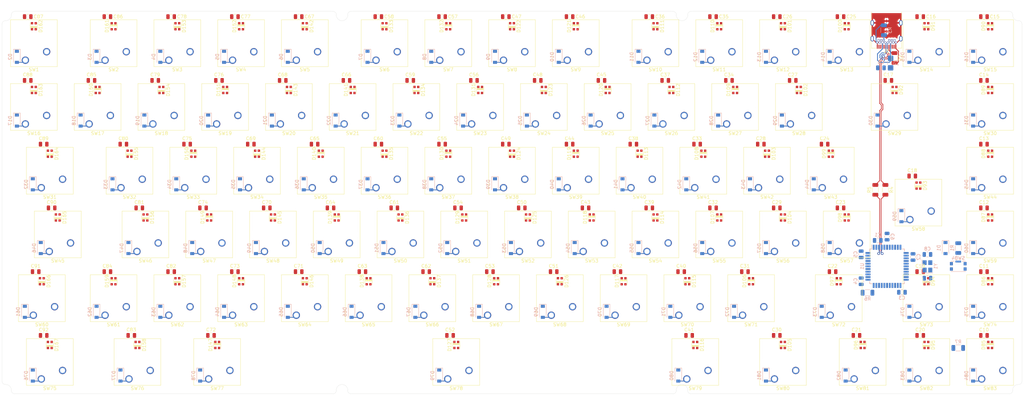
<source format=kicad_pcb>
(kicad_pcb (version 20171130) (host pcbnew 5.1.10)

  (general
    (thickness 1.6)
    (drawings 48)
    (tracks 285)
    (zones 0)
    (modules 362)
    (nets 216)
  )

  (page A3)
  (layers
    (0 F.Cu signal)
    (31 B.Cu signal)
    (32 B.Adhes user)
    (33 F.Adhes user)
    (34 B.Paste user)
    (35 F.Paste user)
    (36 B.SilkS user)
    (37 F.SilkS user)
    (38 B.Mask user)
    (39 F.Mask user)
    (40 Dwgs.User user)
    (41 Cmts.User user)
    (42 Eco1.User user)
    (43 Eco2.User user)
    (44 Edge.Cuts user)
    (45 Margin user)
    (46 B.CrtYd user)
    (47 F.CrtYd user)
    (48 B.Fab user)
    (49 F.Fab user)
  )

  (setup
    (last_trace_width 0.25)
    (trace_clearance 0.2)
    (zone_clearance 0.508)
    (zone_45_only no)
    (trace_min 0.2)
    (via_size 0.8)
    (via_drill 0.4)
    (via_min_size 0.6)
    (via_min_drill 0.3)
    (uvia_size 0.3)
    (uvia_drill 0.1)
    (uvias_allowed no)
    (uvia_min_size 0.2)
    (uvia_min_drill 0.1)
    (edge_width 0.05)
    (segment_width 0.2)
    (pcb_text_width 0.3)
    (pcb_text_size 1.5 1.5)
    (mod_edge_width 0.12)
    (mod_text_size 1 1)
    (mod_text_width 0.15)
    (pad_size 1.7 0.55)
    (pad_drill 0)
    (pad_to_mask_clearance 0.051)
    (solder_mask_min_width 0.25)
    (aux_axis_origin 0 0)
    (visible_elements FFFFF77F)
    (pcbplotparams
      (layerselection 0x010fc_ffffffff)
      (usegerberextensions false)
      (usegerberattributes false)
      (usegerberadvancedattributes false)
      (creategerberjobfile false)
      (excludeedgelayer true)
      (linewidth 0.100000)
      (plotframeref false)
      (viasonmask false)
      (mode 1)
      (useauxorigin false)
      (hpglpennumber 1)
      (hpglpenspeed 20)
      (hpglpendiameter 15.000000)
      (psnegative false)
      (psa4output false)
      (plotreference true)
      (plotvalue true)
      (plotinvisibletext false)
      (padsonsilk false)
      (subtractmaskfromsilk false)
      (outputformat 1)
      (mirror false)
      (drillshape 1)
      (scaleselection 1)
      (outputdirectory ""))
  )

  (net 0 "")
  (net 1 GND)
  (net 2 +5V)
  (net 3 "Net-(C7-Pad1)")
  (net 4 "Net-(C8-Pad2)")
  (net 5 "Net-(C9-Pad1)")
  (net 6 RST)
  (net 7 ROW0)
  (net 8 "Net-(D2-Pad2)")
  (net 9 "Net-(D3-Pad2)")
  (net 10 "Net-(D4-Pad2)")
  (net 11 "Net-(D5-Pad2)")
  (net 12 "Net-(D6-Pad2)")
  (net 13 "Net-(D7-Pad2)")
  (net 14 "Net-(D8-Pad2)")
  (net 15 "Net-(D9-Pad2)")
  (net 16 "Net-(D10-Pad2)")
  (net 17 "Net-(D11-Pad2)")
  (net 18 "Net-(D12-Pad2)")
  (net 19 "Net-(D13-Pad2)")
  (net 20 "Net-(D14-Pad2)")
  (net 21 "Net-(D15-Pad2)")
  (net 22 "Net-(D16-Pad2)")
  (net 23 ROW1)
  (net 24 "Net-(D17-Pad2)")
  (net 25 "Net-(D18-Pad2)")
  (net 26 "Net-(D19-Pad2)")
  (net 27 "Net-(D20-Pad2)")
  (net 28 "Net-(D21-Pad2)")
  (net 29 "Net-(D22-Pad2)")
  (net 30 "Net-(D23-Pad2)")
  (net 31 "Net-(D24-Pad2)")
  (net 32 "Net-(D25-Pad2)")
  (net 33 "Net-(D26-Pad2)")
  (net 34 "Net-(D27-Pad2)")
  (net 35 "Net-(D28-Pad2)")
  (net 36 "Net-(D29-Pad2)")
  (net 37 "Net-(D30-Pad2)")
  (net 38 "Net-(D31-Pad2)")
  (net 39 "Net-(D32-Pad2)")
  (net 40 ROW2)
  (net 41 "Net-(D33-Pad2)")
  (net 42 "Net-(D34-Pad2)")
  (net 43 "Net-(D35-Pad2)")
  (net 44 "Net-(D36-Pad2)")
  (net 45 "Net-(D37-Pad2)")
  (net 46 "Net-(D38-Pad2)")
  (net 47 "Net-(D39-Pad2)")
  (net 48 "Net-(D40-Pad2)")
  (net 49 "Net-(D41-Pad2)")
  (net 50 "Net-(D42-Pad2)")
  (net 51 "Net-(D43-Pad2)")
  (net 52 "Net-(D44-Pad2)")
  (net 53 "Net-(D45-Pad2)")
  (net 54 "Net-(D46-Pad2)")
  (net 55 ROW3)
  (net 56 "Net-(D47-Pad2)")
  (net 57 "Net-(D48-Pad2)")
  (net 58 "Net-(D49-Pad2)")
  (net 59 "Net-(D50-Pad2)")
  (net 60 "Net-(D51-Pad2)")
  (net 61 "Net-(D52-Pad2)")
  (net 62 "Net-(D53-Pad2)")
  (net 63 "Net-(D54-Pad2)")
  (net 64 "Net-(D55-Pad2)")
  (net 65 "Net-(D56-Pad2)")
  (net 66 "Net-(D57-Pad2)")
  (net 67 "Net-(D58-Pad2)")
  (net 68 "Net-(D59-Pad2)")
  (net 69 "Net-(D60-Pad2)")
  (net 70 ROW4)
  (net 71 "Net-(D61-Pad2)")
  (net 72 "Net-(D62-Pad2)")
  (net 73 "Net-(D63-Pad2)")
  (net 74 "Net-(D64-Pad2)")
  (net 75 "Net-(D65-Pad2)")
  (net 76 "Net-(D66-Pad2)")
  (net 77 "Net-(D67-Pad2)")
  (net 78 "Net-(D68-Pad2)")
  (net 79 "Net-(D69-Pad2)")
  (net 80 "Net-(D70-Pad2)")
  (net 81 "Net-(D71-Pad2)")
  (net 82 "Net-(D72-Pad2)")
  (net 83 "Net-(D73-Pad2)")
  (net 84 "Net-(D74-Pad2)")
  (net 85 "Net-(D75-Pad2)")
  (net 86 ROW5)
  (net 87 "Net-(D76-Pad2)")
  (net 88 "Net-(D77-Pad2)")
  (net 89 "Net-(D78-Pad2)")
  (net 90 "Net-(D79-Pad2)")
  (net 91 "Net-(D80-Pad2)")
  (net 92 "Net-(D81-Pad2)")
  (net 93 "Net-(D82-Pad2)")
  (net 94 "Net-(D83-Pad2)")
  (net 95 "Net-(D84-Pad2)")
  (net 96 "Net-(D85-Pad2)")
  (net 97 DIN)
  (net 98 "Net-(D86-Pad2)")
  (net 99 "Net-(D87-Pad2)")
  (net 100 "Net-(D88-Pad2)")
  (net 101 "Net-(D89-Pad2)")
  (net 102 "Net-(D90-Pad2)")
  (net 103 "Net-(D91-Pad2)")
  (net 104 "Net-(D92-Pad2)")
  (net 105 "Net-(D93-Pad2)")
  (net 106 "Net-(D94-Pad2)")
  (net 107 "Net-(D95-Pad2)")
  (net 108 "Net-(D96-Pad2)")
  (net 109 "Net-(D97-Pad2)")
  (net 110 "Net-(D98-Pad2)")
  (net 111 "Net-(D100-Pad4)")
  (net 112 "Net-(D100-Pad2)")
  (net 113 "Net-(D101-Pad2)")
  (net 114 "Net-(D102-Pad2)")
  (net 115 "Net-(D103-Pad2)")
  (net 116 "Net-(D104-Pad2)")
  (net 117 "Net-(D105-Pad2)")
  (net 118 "Net-(D106-Pad2)")
  (net 119 "Net-(D107-Pad2)")
  (net 120 "Net-(D108-Pad2)")
  (net 121 "Net-(D109-Pad2)")
  (net 122 "Net-(D110-Pad2)")
  (net 123 "Net-(D111-Pad2)")
  (net 124 "Net-(D112-Pad2)")
  (net 125 "Net-(D113-Pad2)")
  (net 126 "Net-(D114-Pad2)")
  (net 127 "Net-(D115-Pad2)")
  (net 128 "Net-(D116-Pad2)")
  (net 129 "Net-(D117-Pad2)")
  (net 130 "Net-(D118-Pad2)")
  (net 131 "Net-(D119-Pad2)")
  (net 132 "Net-(D120-Pad2)")
  (net 133 "Net-(D121-Pad2)")
  (net 134 "Net-(D122-Pad2)")
  (net 135 "Net-(D123-Pad2)")
  (net 136 "Net-(D124-Pad2)")
  (net 137 "Net-(D125-Pad2)")
  (net 138 "Net-(D126-Pad2)")
  (net 139 "Net-(D127-Pad2)")
  (net 140 "Net-(D128-Pad2)")
  (net 141 "Net-(D129-Pad2)")
  (net 142 "Net-(D130-Pad2)")
  (net 143 "Net-(D131-Pad2)")
  (net 144 "Net-(D132-Pad2)")
  (net 145 "Net-(D133-Pad2)")
  (net 146 "Net-(D134-Pad2)")
  (net 147 "Net-(D135-Pad2)")
  (net 148 "Net-(D136-Pad2)")
  (net 149 "Net-(D137-Pad2)")
  (net 150 "Net-(D138-Pad2)")
  (net 151 "Net-(D139-Pad2)")
  (net 152 "Net-(D140-Pad2)")
  (net 153 "Net-(D141-Pad2)")
  (net 154 "Net-(D142-Pad2)")
  (net 155 "Net-(D143-Pad2)")
  (net 156 "Net-(D144-Pad2)")
  (net 157 "Net-(D145-Pad2)")
  (net 158 "Net-(D146-Pad2)")
  (net 159 "Net-(D147-Pad2)")
  (net 160 "Net-(D148-Pad2)")
  (net 161 "Net-(D149-Pad2)")
  (net 162 "Net-(D150-Pad2)")
  (net 163 "Net-(D151-Pad2)")
  (net 164 "Net-(D152-Pad2)")
  (net 165 "Net-(D153-Pad2)")
  (net 166 "Net-(D154-Pad2)")
  (net 167 "Net-(D155-Pad2)")
  (net 168 "Net-(D156-Pad2)")
  (net 169 "Net-(D157-Pad2)")
  (net 170 "Net-(D158-Pad2)")
  (net 171 "Net-(D159-Pad2)")
  (net 172 "Net-(D160-Pad2)")
  (net 173 "Net-(D161-Pad2)")
  (net 174 "Net-(D162-Pad2)")
  (net 175 "Net-(D163-Pad2)")
  (net 176 "Net-(D164-Pad2)")
  (net 177 "Net-(D165-Pad2)")
  (net 178 "Net-(D166-Pad2)")
  (net 179 "Net-(D167-Pad2)")
  (net 180 "Net-(F1-Pad2)")
  (net 181 COL02)
  (net 182 COL00)
  (net 183 COL01)
  (net 184 D-)
  (net 185 D+)
  (net 186 "Net-(R6-Pad2)")
  (net 187 COL03)
  (net 188 COL04)
  (net 189 COL06)
  (net 190 COL07)
  (net 191 COL08)
  (net 192 COL09)
  (net 193 COL10)
  (net 194 COL11)
  (net 195 COL12)
  (net 196 COL13)
  (net 197 COL14)
  (net 198 COL15)
  (net 199 COL05)
  (net 200 "Net-(U1-Pad1)")
  (net 201 "Net-(U1-Pad42)")
  (net 202 "Net-(R7-Pad2)")
  (net 203 "Net-(J1-PadB11)")
  (net 204 "Net-(J1-PadB2)")
  (net 205 "Net-(J1-PadB5)")
  (net 206 "Net-(J1-PadB8)")
  (net 207 "Net-(J1-PadB3)")
  (net 208 "Net-(J1-PadB10)")
  (net 209 "Net-(J1-PadA2)")
  (net 210 "Net-(J1-PadA3)")
  (net 211 "Net-(J1-PadA5)")
  (net 212 "Net-(J1-PadA8)")
  (net 213 "Net-(J1-PadA10)")
  (net 214 "Net-(J1-PadA11)")
  (net 215 "Net-(U1-Pad12)")

  (net_class Default "Dies ist die voreingestellte Netzklasse."
    (clearance 0.2)
    (trace_width 0.25)
    (via_dia 0.8)
    (via_drill 0.4)
    (uvia_dia 0.3)
    (uvia_drill 0.1)
    (add_net +5V)
    (add_net COL00)
    (add_net COL01)
    (add_net COL02)
    (add_net COL03)
    (add_net COL04)
    (add_net COL05)
    (add_net COL06)
    (add_net COL07)
    (add_net COL08)
    (add_net COL09)
    (add_net COL10)
    (add_net COL11)
    (add_net COL12)
    (add_net COL13)
    (add_net COL14)
    (add_net COL15)
    (add_net D+)
    (add_net D-)
    (add_net DIN)
    (add_net GND)
    (add_net "Net-(C7-Pad1)")
    (add_net "Net-(C8-Pad2)")
    (add_net "Net-(C9-Pad1)")
    (add_net "Net-(D10-Pad2)")
    (add_net "Net-(D100-Pad2)")
    (add_net "Net-(D100-Pad4)")
    (add_net "Net-(D101-Pad2)")
    (add_net "Net-(D102-Pad2)")
    (add_net "Net-(D103-Pad2)")
    (add_net "Net-(D104-Pad2)")
    (add_net "Net-(D105-Pad2)")
    (add_net "Net-(D106-Pad2)")
    (add_net "Net-(D107-Pad2)")
    (add_net "Net-(D108-Pad2)")
    (add_net "Net-(D109-Pad2)")
    (add_net "Net-(D11-Pad2)")
    (add_net "Net-(D110-Pad2)")
    (add_net "Net-(D111-Pad2)")
    (add_net "Net-(D112-Pad2)")
    (add_net "Net-(D113-Pad2)")
    (add_net "Net-(D114-Pad2)")
    (add_net "Net-(D115-Pad2)")
    (add_net "Net-(D116-Pad2)")
    (add_net "Net-(D117-Pad2)")
    (add_net "Net-(D118-Pad2)")
    (add_net "Net-(D119-Pad2)")
    (add_net "Net-(D12-Pad2)")
    (add_net "Net-(D120-Pad2)")
    (add_net "Net-(D121-Pad2)")
    (add_net "Net-(D122-Pad2)")
    (add_net "Net-(D123-Pad2)")
    (add_net "Net-(D124-Pad2)")
    (add_net "Net-(D125-Pad2)")
    (add_net "Net-(D126-Pad2)")
    (add_net "Net-(D127-Pad2)")
    (add_net "Net-(D128-Pad2)")
    (add_net "Net-(D129-Pad2)")
    (add_net "Net-(D13-Pad2)")
    (add_net "Net-(D130-Pad2)")
    (add_net "Net-(D131-Pad2)")
    (add_net "Net-(D132-Pad2)")
    (add_net "Net-(D133-Pad2)")
    (add_net "Net-(D134-Pad2)")
    (add_net "Net-(D135-Pad2)")
    (add_net "Net-(D136-Pad2)")
    (add_net "Net-(D137-Pad2)")
    (add_net "Net-(D138-Pad2)")
    (add_net "Net-(D139-Pad2)")
    (add_net "Net-(D14-Pad2)")
    (add_net "Net-(D140-Pad2)")
    (add_net "Net-(D141-Pad2)")
    (add_net "Net-(D142-Pad2)")
    (add_net "Net-(D143-Pad2)")
    (add_net "Net-(D144-Pad2)")
    (add_net "Net-(D145-Pad2)")
    (add_net "Net-(D146-Pad2)")
    (add_net "Net-(D147-Pad2)")
    (add_net "Net-(D148-Pad2)")
    (add_net "Net-(D149-Pad2)")
    (add_net "Net-(D15-Pad2)")
    (add_net "Net-(D150-Pad2)")
    (add_net "Net-(D151-Pad2)")
    (add_net "Net-(D152-Pad2)")
    (add_net "Net-(D153-Pad2)")
    (add_net "Net-(D154-Pad2)")
    (add_net "Net-(D155-Pad2)")
    (add_net "Net-(D156-Pad2)")
    (add_net "Net-(D157-Pad2)")
    (add_net "Net-(D158-Pad2)")
    (add_net "Net-(D159-Pad2)")
    (add_net "Net-(D16-Pad2)")
    (add_net "Net-(D160-Pad2)")
    (add_net "Net-(D161-Pad2)")
    (add_net "Net-(D162-Pad2)")
    (add_net "Net-(D163-Pad2)")
    (add_net "Net-(D164-Pad2)")
    (add_net "Net-(D165-Pad2)")
    (add_net "Net-(D166-Pad2)")
    (add_net "Net-(D167-Pad2)")
    (add_net "Net-(D17-Pad2)")
    (add_net "Net-(D18-Pad2)")
    (add_net "Net-(D19-Pad2)")
    (add_net "Net-(D2-Pad2)")
    (add_net "Net-(D20-Pad2)")
    (add_net "Net-(D21-Pad2)")
    (add_net "Net-(D22-Pad2)")
    (add_net "Net-(D23-Pad2)")
    (add_net "Net-(D24-Pad2)")
    (add_net "Net-(D25-Pad2)")
    (add_net "Net-(D26-Pad2)")
    (add_net "Net-(D27-Pad2)")
    (add_net "Net-(D28-Pad2)")
    (add_net "Net-(D29-Pad2)")
    (add_net "Net-(D3-Pad2)")
    (add_net "Net-(D30-Pad2)")
    (add_net "Net-(D31-Pad2)")
    (add_net "Net-(D32-Pad2)")
    (add_net "Net-(D33-Pad2)")
    (add_net "Net-(D34-Pad2)")
    (add_net "Net-(D35-Pad2)")
    (add_net "Net-(D36-Pad2)")
    (add_net "Net-(D37-Pad2)")
    (add_net "Net-(D38-Pad2)")
    (add_net "Net-(D39-Pad2)")
    (add_net "Net-(D4-Pad2)")
    (add_net "Net-(D40-Pad2)")
    (add_net "Net-(D41-Pad2)")
    (add_net "Net-(D42-Pad2)")
    (add_net "Net-(D43-Pad2)")
    (add_net "Net-(D44-Pad2)")
    (add_net "Net-(D45-Pad2)")
    (add_net "Net-(D46-Pad2)")
    (add_net "Net-(D47-Pad2)")
    (add_net "Net-(D48-Pad2)")
    (add_net "Net-(D49-Pad2)")
    (add_net "Net-(D5-Pad2)")
    (add_net "Net-(D50-Pad2)")
    (add_net "Net-(D51-Pad2)")
    (add_net "Net-(D52-Pad2)")
    (add_net "Net-(D53-Pad2)")
    (add_net "Net-(D54-Pad2)")
    (add_net "Net-(D55-Pad2)")
    (add_net "Net-(D56-Pad2)")
    (add_net "Net-(D57-Pad2)")
    (add_net "Net-(D58-Pad2)")
    (add_net "Net-(D59-Pad2)")
    (add_net "Net-(D6-Pad2)")
    (add_net "Net-(D60-Pad2)")
    (add_net "Net-(D61-Pad2)")
    (add_net "Net-(D62-Pad2)")
    (add_net "Net-(D63-Pad2)")
    (add_net "Net-(D64-Pad2)")
    (add_net "Net-(D65-Pad2)")
    (add_net "Net-(D66-Pad2)")
    (add_net "Net-(D67-Pad2)")
    (add_net "Net-(D68-Pad2)")
    (add_net "Net-(D69-Pad2)")
    (add_net "Net-(D7-Pad2)")
    (add_net "Net-(D70-Pad2)")
    (add_net "Net-(D71-Pad2)")
    (add_net "Net-(D72-Pad2)")
    (add_net "Net-(D73-Pad2)")
    (add_net "Net-(D74-Pad2)")
    (add_net "Net-(D75-Pad2)")
    (add_net "Net-(D76-Pad2)")
    (add_net "Net-(D77-Pad2)")
    (add_net "Net-(D78-Pad2)")
    (add_net "Net-(D79-Pad2)")
    (add_net "Net-(D8-Pad2)")
    (add_net "Net-(D80-Pad2)")
    (add_net "Net-(D81-Pad2)")
    (add_net "Net-(D82-Pad2)")
    (add_net "Net-(D83-Pad2)")
    (add_net "Net-(D84-Pad2)")
    (add_net "Net-(D85-Pad2)")
    (add_net "Net-(D86-Pad2)")
    (add_net "Net-(D87-Pad2)")
    (add_net "Net-(D88-Pad2)")
    (add_net "Net-(D89-Pad2)")
    (add_net "Net-(D9-Pad2)")
    (add_net "Net-(D90-Pad2)")
    (add_net "Net-(D91-Pad2)")
    (add_net "Net-(D92-Pad2)")
    (add_net "Net-(D93-Pad2)")
    (add_net "Net-(D94-Pad2)")
    (add_net "Net-(D95-Pad2)")
    (add_net "Net-(D96-Pad2)")
    (add_net "Net-(D97-Pad2)")
    (add_net "Net-(D98-Pad2)")
    (add_net "Net-(F1-Pad2)")
    (add_net "Net-(J1-PadA10)")
    (add_net "Net-(J1-PadA11)")
    (add_net "Net-(J1-PadA2)")
    (add_net "Net-(J1-PadA3)")
    (add_net "Net-(J1-PadA5)")
    (add_net "Net-(J1-PadA8)")
    (add_net "Net-(J1-PadB10)")
    (add_net "Net-(J1-PadB11)")
    (add_net "Net-(J1-PadB2)")
    (add_net "Net-(J1-PadB3)")
    (add_net "Net-(J1-PadB5)")
    (add_net "Net-(J1-PadB8)")
    (add_net "Net-(R6-Pad2)")
    (add_net "Net-(R7-Pad2)")
    (add_net "Net-(U1-Pad1)")
    (add_net "Net-(U1-Pad12)")
    (add_net "Net-(U1-Pad42)")
    (add_net ROW0)
    (add_net ROW1)
    (add_net ROW2)
    (add_net ROW3)
    (add_net ROW4)
    (add_net ROW5)
    (add_net RST)
  )

  (module Button_Switch_Keyboard:SW_Cherry_MX_ISOEnter_PCB (layer F.Cu) (tedit 60E88C41) (tstamp 5F160517)
    (at 309.40375 100.33 180)
    (descr "Cherry MX keyswitch, ISO Enter, PCB mount, http://cherryamericas.com/wp-content/uploads/2014/12/mx_cat.pdf")
    (tags "Cherry MX keyswitch ISO enter PCB")
    (path /5F51BE8C/5F51CE2C)
    (fp_text reference SW58 (at -2.54 -2.794 180) (layer F.SilkS)
      (effects (font (size 1 1) (thickness 0.15)))
    )
    (fp_text value MX1A-G1NA (at -2.286 13.208 180) (layer F.Fab)
      (effects (font (size 1 1) (thickness 0.15)))
    )
    (fp_line (start -9.525 12.065) (end -9.525 -1.905) (layer F.SilkS) (width 0.12))
    (fp_line (start 4.445 12.065) (end -9.525 12.065) (layer F.SilkS) (width 0.12))
    (fp_line (start 4.445 -1.905) (end 4.445 12.065) (layer F.SilkS) (width 0.12))
    (fp_line (start -9.525 -1.905) (end 4.445 -1.905) (layer F.SilkS) (width 0.12))
    (fp_line (start 9.36625 5.08) (end 14.12875 5.08) (layer Dwgs.User) (width 0.15))
    (fp_line (start 14.12875 5.08) (end 14.12875 24.13) (layer Dwgs.User) (width 0.15))
    (fp_line (start -14.44625 -13.97) (end 9.36625 -13.97) (layer Dwgs.User) (width 0.15))
    (fp_line (start -14.44625 24.13) (end -14.44625 -13.97) (layer Dwgs.User) (width 0.15))
    (fp_line (start 14.12875 24.13) (end -14.44625 24.13) (layer Dwgs.User) (width 0.15))
    (fp_line (start 9.36625 -13.97) (end 9.36625 5.08) (layer Dwgs.User) (width 0.15))
    (fp_line (start -9.14 -1.52) (end 4.06 -1.52) (layer F.CrtYd) (width 0.05))
    (fp_line (start 4.06 -1.52) (end 4.06 11.68) (layer F.CrtYd) (width 0.05))
    (fp_line (start 4.06 11.68) (end -9.14 11.68) (layer F.CrtYd) (width 0.05))
    (fp_line (start -9.14 11.68) (end -9.14 -1.52) (layer F.CrtYd) (width 0.05))
    (fp_line (start -8.89 11.43) (end -8.89 -1.27) (layer F.Fab) (width 0.1))
    (fp_line (start 3.81 11.43) (end -8.89 11.43) (layer F.Fab) (width 0.1))
    (fp_line (start 3.81 -1.27) (end 3.81 11.43) (layer F.Fab) (width 0.1))
    (fp_line (start -8.89 -1.27) (end 3.81 -1.27) (layer F.Fab) (width 0.1))
    (fp_text user %R (at -2.54 -2.794 180) (layer F.Fab)
      (effects (font (size 1 1) (thickness 0.15)))
    )
    (pad 1 thru_hole circle (at 0 0 180) (size 2.2 2.2) (drill 1.5) (layers *.Cu *.Mask)
      (net 68 "Net-(D59-Pad2)"))
    (pad 2 thru_hole circle (at -6.35 2.54 180) (size 2.2 2.2) (drill 1.5) (layers *.Cu *.Mask)
      (net 197 COL14))
    (pad "" np_thru_hole circle (at -2.54 5.08 180) (size 4 4) (drill 4) (layers *.Cu *.Mask))
    (pad "" np_thru_hole circle (at -7.62 5.08 180) (size 1.7 1.7) (drill 1.7) (layers *.Cu *.Mask))
    (pad "" np_thru_hole circle (at 2.54 5.08 180) (size 1.7 1.7) (drill 1.7) (layers *.Cu *.Mask))
    (model ${KISYS3DMOD}/Button_Switch_Keyboard.3dshapes/SW_Cherry_MX_ISOEnter_PCB.wrl
      (at (xyz 0 0 0))
      (scale (xyz 1 1 1))
      (rotate (xyz 0 0 0))
    )
  )

  (module Button_Switch_Keyboard:SW_Cherry_MX_2.00u_PCB (layer F.Cu) (tedit 60E88B61) (tstamp 5F16021F)
    (at 302.26 71.755 180)
    (descr "Cherry MX keyswitch, 2.00u, PCB mount, http://cherryamericas.com/wp-content/uploads/2014/12/mx_cat.pdf")
    (tags "Cherry MX keyswitch 2.00u PCB")
    (path /5F51BE8C/5F51CE0E)
    (fp_text reference SW29 (at -2.54 -2.794 180) (layer F.SilkS)
      (effects (font (size 1 1) (thickness 0.15)))
    )
    (fp_text value MX1A-G1NA (at -2.54 12.954 180) (layer F.Fab)
      (effects (font (size 1 1) (thickness 0.15)))
    )
    (fp_line (start -9.525 12.065) (end -9.525 -1.905) (layer F.SilkS) (width 0.12))
    (fp_line (start 4.445 12.065) (end -9.525 12.065) (layer F.SilkS) (width 0.12))
    (fp_line (start 4.445 -1.905) (end 4.445 12.065) (layer F.SilkS) (width 0.12))
    (fp_line (start -9.525 -1.905) (end 4.445 -1.905) (layer F.SilkS) (width 0.12))
    (fp_line (start -21.59 14.605) (end -21.59 -4.445) (layer Dwgs.User) (width 0.15))
    (fp_line (start 16.51 14.605) (end -21.59 14.605) (layer Dwgs.User) (width 0.15))
    (fp_line (start 16.51 -4.445) (end 16.51 14.605) (layer Dwgs.User) (width 0.15))
    (fp_line (start -21.59 -4.445) (end 16.51 -4.445) (layer Dwgs.User) (width 0.15))
    (fp_line (start -9.14 -1.52) (end 4.06 -1.52) (layer F.CrtYd) (width 0.05))
    (fp_line (start 4.06 -1.52) (end 4.06 11.68) (layer F.CrtYd) (width 0.05))
    (fp_line (start 4.06 11.68) (end -9.14 11.68) (layer F.CrtYd) (width 0.05))
    (fp_line (start -9.14 11.68) (end -9.14 -1.52) (layer F.CrtYd) (width 0.05))
    (fp_line (start -8.89 11.43) (end -8.89 -1.27) (layer F.Fab) (width 0.1))
    (fp_line (start 3.81 11.43) (end -8.89 11.43) (layer F.Fab) (width 0.1))
    (fp_line (start 3.81 -1.27) (end 3.81 11.43) (layer F.Fab) (width 0.1))
    (fp_line (start -8.89 -1.27) (end 3.81 -1.27) (layer F.Fab) (width 0.1))
    (fp_text user %R (at -2.54 -2.794 180) (layer F.Fab)
      (effects (font (size 1 1) (thickness 0.15)))
    )
    (pad 1 thru_hole circle (at 0 0 180) (size 2.2 2.2) (drill 1.5) (layers *.Cu *.Mask)
      (net 37 "Net-(D30-Pad2)"))
    (pad 2 thru_hole circle (at -6.35 2.54 180) (size 2.2 2.2) (drill 1.5) (layers *.Cu *.Mask)
      (net 197 COL14))
    (pad "" np_thru_hole circle (at -2.54 5.08 180) (size 4 4) (drill 4) (layers *.Cu *.Mask))
    (pad "" np_thru_hole circle (at -7.62 5.08 180) (size 1.7 1.7) (drill 1.7) (layers *.Cu *.Mask))
    (pad "" np_thru_hole circle (at 2.54 5.08 180) (size 1.7 1.7) (drill 1.7) (layers *.Cu *.Mask))
    (model ${KISYS3DMOD}/Button_Switch_Keyboard.3dshapes/SW_Cherry_MX_2.00u_PCB.wrl
      (at (xyz 0 0 0))
      (scale (xyz 1 1 1))
      (rotate (xyz 0 0 0))
    )
  )

  (module Button_Switch_Keyboard:SW_Cherry_MX_6.25u_PCB (layer F.Cu) (tedit 60E88B4A) (tstamp 5F160723)
    (at 171.29125 147.955 180)
    (descr "Cherry MX keyswitch, 6.25u, PCB mount, http://cherryamericas.com/wp-content/uploads/2014/12/mx_cat.pdf")
    (tags "Cherry MX keyswitch 6.25u PCB")
    (path /5F51BE8C/5F84AEA9)
    (fp_text reference SW78 (at -2.54 -2.794 180) (layer F.SilkS)
      (effects (font (size 1 1) (thickness 0.15)))
    )
    (fp_text value MX1A-G1NA (at -2.54 12.954 180) (layer F.Fab)
      (effects (font (size 1 1) (thickness 0.15)))
    )
    (fp_line (start -9.525 12.065) (end -9.525 -1.905) (layer F.SilkS) (width 0.12))
    (fp_line (start 4.445 12.065) (end -9.525 12.065) (layer F.SilkS) (width 0.12))
    (fp_line (start 4.445 -1.905) (end 4.445 12.065) (layer F.SilkS) (width 0.12))
    (fp_line (start -9.525 -1.905) (end 4.445 -1.905) (layer F.SilkS) (width 0.12))
    (fp_line (start -62.07125 14.605) (end -62.07125 -4.445) (layer Dwgs.User) (width 0.15))
    (fp_line (start 56.99125 14.605) (end -62.07125 14.605) (layer Dwgs.User) (width 0.15))
    (fp_line (start 56.99125 -4.445) (end 56.99125 14.605) (layer Dwgs.User) (width 0.15))
    (fp_line (start -62.07125 -4.445) (end 56.99125 -4.445) (layer Dwgs.User) (width 0.15))
    (fp_line (start -9.14 -1.52) (end 4.06 -1.52) (layer F.CrtYd) (width 0.05))
    (fp_line (start 4.06 -1.52) (end 4.06 11.68) (layer F.CrtYd) (width 0.05))
    (fp_line (start 4.06 11.68) (end -9.14 11.68) (layer F.CrtYd) (width 0.05))
    (fp_line (start -9.14 11.68) (end -9.14 -1.52) (layer F.CrtYd) (width 0.05))
    (fp_line (start -8.89 11.43) (end -8.89 -1.27) (layer F.Fab) (width 0.1))
    (fp_line (start 3.81 11.43) (end -8.89 11.43) (layer F.Fab) (width 0.1))
    (fp_line (start 3.81 -1.27) (end 3.81 11.43) (layer F.Fab) (width 0.1))
    (fp_line (start -8.89 -1.27) (end 3.81 -1.27) (layer F.Fab) (width 0.1))
    (fp_text user %R (at -2.54 -2.794 180) (layer F.Fab)
      (effects (font (size 1 1) (thickness 0.15)))
    )
    (pad 1 thru_hole circle (at 0 0 180) (size 2.2 2.2) (drill 1.5) (layers *.Cu *.Mask)
      (net 90 "Net-(D79-Pad2)"))
    (pad 2 thru_hole circle (at -6.35 2.54 180) (size 2.2 2.2) (drill 1.5) (layers *.Cu *.Mask)
      (net 190 COL07))
    (pad "" np_thru_hole circle (at -2.54 5.08 180) (size 4 4) (drill 4) (layers *.Cu *.Mask))
    (pad "" np_thru_hole circle (at -7.62 5.08 180) (size 1.7 1.7) (drill 1.7) (layers *.Cu *.Mask))
    (pad "" np_thru_hole circle (at 2.54 5.08 180) (size 1.7 1.7) (drill 1.7) (layers *.Cu *.Mask))
    (model ${KISYS3DMOD}/Button_Switch_Keyboard.3dshapes/SW_Cherry_MX_6.25u_PCB.wrl
      (at (xyz 0 0 0))
      (scale (xyz 1 1 1))
      (rotate (xyz 0 0 0))
    )
  )

  (module MountingHole:MountingHole_3.2mm_M3 (layer F.Cu) (tedit 60E8488E) (tstamp 60E8A97D)
    (at 341.8 151.3)
    (descr "Mounting Hole 3.4mm, no annular, M3")
    (tags "mounting hole 3.4mm no annular m3")
    (attr virtual)
    (fp_text reference REF** (at 0 -4.2) (layer F.SilkS) hide
      (effects (font (size 1 1) (thickness 0.15)))
    )
    (fp_text value MountingHole_3.4mm_M3 (at 0 4.2) (layer F.Fab) hide
      (effects (font (size 1 1) (thickness 0.15)))
    )
    (pad "" smd circle (at 0 0) (size 3.4 3.4) (layers *.Paste))
  )

  (module MountingHole:MountingHole_3.2mm_M3 (layer F.Cu) (tedit 60E8488E) (tstamp 60E8A94A)
    (at 341.8 39.2)
    (descr "Mounting Hole 3.4mm, no annular, M3")
    (tags "mounting hole 3.4mm no annular m3")
    (attr virtual)
    (fp_text reference REF** (at 0 -4.2) (layer F.SilkS) hide
      (effects (font (size 1 1) (thickness 0.15)))
    )
    (fp_text value MountingHole_3.4mm_M3 (at 0 4.2) (layer F.Fab) hide
      (effects (font (size 1 1) (thickness 0.15)))
    )
    (pad "" smd circle (at 0 0) (size 3.4 3.4) (layers *.Paste))
  )

  (module MountingHole:MountingHole_3.2mm_M3 (layer F.Cu) (tedit 60E8488E) (tstamp 60E8A92F)
    (at 39.2 151.3)
    (descr "Mounting Hole 3.4mm, no annular, M3")
    (tags "mounting hole 3.4mm no annular m3")
    (attr virtual)
    (fp_text reference REF** (at 0 -4.2) (layer F.SilkS) hide
      (effects (font (size 1 1) (thickness 0.15)))
    )
    (fp_text value MountingHole_3.4mm_M3 (at 0 4.2) (layer F.Fab) hide
      (effects (font (size 1 1) (thickness 0.15)))
    )
    (pad "" smd circle (at 0 0) (size 3.4 3.4) (layers *.Paste))
  )

  (module MountingHole:MountingHole_3.2mm_M3 (layer F.Cu) (tedit 60E8488E) (tstamp 60E8A8F8)
    (at 39.2 39.2)
    (descr "Mounting Hole 3.4mm, no annular, M3")
    (tags "mounting hole 3.4mm no annular m3")
    (attr virtual)
    (fp_text reference REF** (at 0 -4.2) (layer F.SilkS) hide
      (effects (font (size 1 1) (thickness 0.15)))
    )
    (fp_text value MountingHole_3.4mm_M3 (at 0 4.2) (layer F.Fab) hide
      (effects (font (size 1 1) (thickness 0.15)))
    )
    (pad "" smd circle (at 0 0) (size 3.4 3.4) (layers *.Paste))
  )

  (module MountingHole:MountingHole_3.2mm_M3 (layer F.Cu) (tedit 60E8488E) (tstamp 60E8A1A1)
    (at 241.3 151.3)
    (descr "Mounting Hole 3.4mm, no annular, M3")
    (tags "mounting hole 3.4mm no annular m3")
    (attr virtual)
    (fp_text reference REF** (at 0 -4.2) (layer F.SilkS) hide
      (effects (font (size 1 1) (thickness 0.15)))
    )
    (fp_text value MountingHole_3.4mm_M3 (at 0 4.2) (layer F.Fab) hide
      (effects (font (size 1 1) (thickness 0.15)))
    )
    (pad "" smd circle (at 0 0) (size 3.4 3.4) (layers *.Paste))
  )

  (module MountingHole:MountingHole_3.2mm_M3 (layer F.Cu) (tedit 60E8488E) (tstamp 60E8A18C)
    (at 139.7 151.3)
    (descr "Mounting Hole 3.4mm, no annular, M3")
    (tags "mounting hole 3.4mm no annular m3")
    (attr virtual)
    (fp_text reference REF** (at 0 -4.2) (layer F.SilkS) hide
      (effects (font (size 1 1) (thickness 0.15)))
    )
    (fp_text value MountingHole_3.4mm_M3 (at 0 4.2) (layer F.Fab) hide
      (effects (font (size 1 1) (thickness 0.15)))
    )
    (pad "" smd circle (at 0 0) (size 3.4 3.4) (layers *.Paste))
  )

  (module MountingHole:MountingHole_3.2mm_M3 (layer F.Cu) (tedit 60E8488E) (tstamp 60E8A17F)
    (at 241.3 39.2)
    (descr "Mounting Hole 3.4mm, no annular, M3")
    (tags "mounting hole 3.4mm no annular m3")
    (attr virtual)
    (fp_text reference REF** (at 0 -4.2) (layer F.SilkS) hide
      (effects (font (size 1 1) (thickness 0.15)))
    )
    (fp_text value MountingHole_3.4mm_M3 (at 0 4.2) (layer F.Fab) hide
      (effects (font (size 1 1) (thickness 0.15)))
    )
    (pad "" smd circle (at 0 0) (size 3.4 3.4) (layers *.Paste))
  )

  (module MountingHole:MountingHole_3.2mm_M3 (layer F.Cu) (tedit 60E8488E) (tstamp 60E89FD7)
    (at 139.7 39.2)
    (descr "Mounting Hole 3.4mm, no annular, M3")
    (tags "mounting hole 3.4mm no annular m3")
    (attr virtual)
    (fp_text reference REF** (at 0 -4.2) (layer F.SilkS) hide
      (effects (font (size 1 1) (thickness 0.15)))
    )
    (fp_text value MountingHole_3.4mm_M3 (at 0 4.2) (layer F.Fab) hide
      (effects (font (size 1 1) (thickness 0.15)))
    )
    (pad "" smd circle (at 0 0) (size 3.4 3.4) (layers *.Paste))
  )

  (module Crystal:Crystal_SMD_3225-4Pin_3.2x2.5mm (layer B.Cu) (tedit 5A0FD1B2) (tstamp 60EED0B1)
    (at 314.6425 114.3 90)
    (descr "SMD Crystal SERIES SMD3225/4 http://www.txccrystal.com/images/pdf/7m-accuracy.pdf, 3.2x2.5mm^2 package")
    (tags "SMD SMT crystal")
    (path /5F294622)
    (attr smd)
    (fp_text reference Y1 (at 0 2.45 90) (layer B.SilkS)
      (effects (font (size 1 1) (thickness 0.15)) (justify mirror))
    )
    (fp_text value 16MHz (at 0 -2.45 90) (layer B.Fab)
      (effects (font (size 1 1) (thickness 0.15)) (justify mirror))
    )
    (fp_line (start -1.6 1.25) (end -1.6 -1.25) (layer B.Fab) (width 0.1))
    (fp_line (start -1.6 -1.25) (end 1.6 -1.25) (layer B.Fab) (width 0.1))
    (fp_line (start 1.6 -1.25) (end 1.6 1.25) (layer B.Fab) (width 0.1))
    (fp_line (start 1.6 1.25) (end -1.6 1.25) (layer B.Fab) (width 0.1))
    (fp_line (start -1.6 -0.25) (end -0.6 -1.25) (layer B.Fab) (width 0.1))
    (fp_line (start -2 1.65) (end -2 -1.65) (layer B.SilkS) (width 0.12))
    (fp_line (start -2 -1.65) (end 2 -1.65) (layer B.SilkS) (width 0.12))
    (fp_line (start -2.1 1.7) (end -2.1 -1.7) (layer B.CrtYd) (width 0.05))
    (fp_line (start -2.1 -1.7) (end 2.1 -1.7) (layer B.CrtYd) (width 0.05))
    (fp_line (start 2.1 -1.7) (end 2.1 1.7) (layer B.CrtYd) (width 0.05))
    (fp_line (start 2.1 1.7) (end -2.1 1.7) (layer B.CrtYd) (width 0.05))
    (fp_text user %R (at 0 0 90) (layer B.Fab)
      (effects (font (size 0.7 0.7) (thickness 0.105)) (justify mirror))
    )
    (pad 1 smd rect (at -1.1 -0.85 90) (size 1.4 1.2) (layers B.Cu B.Paste B.Mask)
      (net 3 "Net-(C7-Pad1)"))
    (pad 2 smd rect (at 1.1 -0.85 90) (size 1.4 1.2) (layers B.Cu B.Paste B.Mask)
      (net 1 GND))
    (pad 3 smd rect (at 1.1 0.85 90) (size 1.4 1.2) (layers B.Cu B.Paste B.Mask)
      (net 4 "Net-(C8-Pad2)"))
    (pad 4 smd rect (at -1.1 0.85 90) (size 1.4 1.2) (layers B.Cu B.Paste B.Mask)
      (net 1 GND))
    (model ${KISYS3DMOD}/Crystal.3dshapes/Crystal_SMD_3225-4Pin_3.2x2.5mm.wrl
      (at (xyz 0 0 0))
      (scale (xyz 1 1 1))
      (rotate (xyz 0 0 0))
    )
  )

  (module Button_Switch_SMD:SW_Push_1P1T-SH_NO_CK_KMR2xxG (layer B.Cu) (tedit 60EE1448) (tstamp 60EE10F7)
    (at 323.85 114.3 180)
    (descr "CK components KMR2 tactile switch with ground pin http://www.ckswitches.com/media/1479/kmr2.pdf")
    (tags "tactile switch kmr2")
    (path /60FEE33A)
    (attr smd)
    (fp_text reference SW84 (at 0 2.45) (layer B.SilkS)
      (effects (font (size 1 1) (thickness 0.15)) (justify mirror))
    )
    (fp_text value SW_Push (at 0 -2.55) (layer B.Fab)
      (effects (font (size 1 1) (thickness 0.15)) (justify mirror))
    )
    (fp_line (start -2.2 -0.05) (end -2.2 0.05) (layer B.SilkS) (width 0.12))
    (fp_line (start 2.2 1.55) (end 1.15 1.55) (layer B.SilkS) (width 0.12))
    (fp_line (start -2.2 -1.55) (end 2.2 -1.55) (layer B.SilkS) (width 0.12))
    (fp_circle (center 0 0) (end 0 -0.8) (layer B.Fab) (width 0.1))
    (fp_line (start -2.8 -1.8) (end -2.8 1.8) (layer B.CrtYd) (width 0.05))
    (fp_line (start 2.8 -1.8) (end -2.8 -1.8) (layer B.CrtYd) (width 0.05))
    (fp_line (start 2.8 1.8) (end 2.8 -1.8) (layer B.CrtYd) (width 0.05))
    (fp_line (start -2.8 1.8) (end 2.8 1.8) (layer B.CrtYd) (width 0.05))
    (fp_line (start 2.2 -0.05) (end 2.2 0.05) (layer B.SilkS) (width 0.12))
    (fp_line (start -2.1 -1.4) (end -2.1 1.4) (layer B.Fab) (width 0.1))
    (fp_line (start 2.1 -1.4) (end -2.1 -1.4) (layer B.Fab) (width 0.1))
    (fp_line (start 2.1 1.4) (end 2.1 -1.4) (layer B.Fab) (width 0.1))
    (fp_line (start -2.1 1.4) (end 2.1 1.4) (layer B.Fab) (width 0.1))
    (fp_line (start -1.15 1.55) (end -2.2 1.55) (layer B.SilkS) (width 0.12))
    (fp_text user %R (at 0 2.45) (layer B.Fab)
      (effects (font (size 1 1) (thickness 0.15)) (justify mirror))
    )
    (pad 2 smd rect (at 2.05 -0.8 180) (size 0.9 1) (layers B.Cu B.Paste B.Mask)
      (net 1 GND))
    (pad 1 smd rect (at 2.05 0.8 180) (size 0.9 1) (layers B.Cu B.Paste B.Mask)
      (net 6 RST))
    (pad 2 smd rect (at -2.05 -0.8 180) (size 0.9 1) (layers B.Cu B.Paste B.Mask)
      (net 1 GND))
    (pad 1 smd rect (at -2.05 0.8 180) (size 0.9 1) (layers B.Cu B.Paste B.Mask)
      (net 6 RST))
    (pad SH smd rect (at 0 1.425 180) (size 1.7 0.55) (layers B.Cu B.Paste B.Mask)
      (net 1 GND))
    (model ${KISYS3DMOD}/Button_Switch_SMD.3dshapes/SW_Push_1P1T-SH_NO_CK_KMR2xxG.wrl
      (at (xyz 0 0 0))
      (scale (xyz 1 1 1))
      (rotate (xyz 0 0 0))
    )
  )

  (module Resistor_SMD:R_1206_3216Metric (layer B.Cu) (tedit 5F68FEEE) (tstamp 5F26397F)
    (at 323.85 138.684 180)
    (descr "Resistor SMD 1206 (3216 Metric), square (rectangular) end terminal, IPC_7351 nominal, (Body size source: IPC-SM-782 page 72, https://www.pcb-3d.com/wordpress/wp-content/uploads/ipc-sm-782a_amendment_1_and_2.pdf), generated with kicad-footprint-generator")
    (tags resistor)
    (path /5F259898)
    (attr smd)
    (fp_text reference R7 (at 0 1.82) (layer B.SilkS)
      (effects (font (size 1 1) (thickness 0.15)) (justify mirror))
    )
    (fp_text value 470 (at 0 -1.82) (layer B.Fab)
      (effects (font (size 1 1) (thickness 0.15)) (justify mirror))
    )
    (fp_line (start 2.28 -1.12) (end -2.28 -1.12) (layer B.CrtYd) (width 0.05))
    (fp_line (start 2.28 1.12) (end 2.28 -1.12) (layer B.CrtYd) (width 0.05))
    (fp_line (start -2.28 1.12) (end 2.28 1.12) (layer B.CrtYd) (width 0.05))
    (fp_line (start -2.28 -1.12) (end -2.28 1.12) (layer B.CrtYd) (width 0.05))
    (fp_line (start -0.727064 -0.91) (end 0.727064 -0.91) (layer B.SilkS) (width 0.12))
    (fp_line (start -0.727064 0.91) (end 0.727064 0.91) (layer B.SilkS) (width 0.12))
    (fp_line (start 1.6 -0.8) (end -1.6 -0.8) (layer B.Fab) (width 0.1))
    (fp_line (start 1.6 0.8) (end 1.6 -0.8) (layer B.Fab) (width 0.1))
    (fp_line (start -1.6 0.8) (end 1.6 0.8) (layer B.Fab) (width 0.1))
    (fp_line (start -1.6 -0.8) (end -1.6 0.8) (layer B.Fab) (width 0.1))
    (fp_text user %R (at 0 0) (layer B.Fab)
      (effects (font (size 0.8 0.8) (thickness 0.12)) (justify mirror))
    )
    (pad 2 smd roundrect (at 1.4625 0 180) (size 1.125 1.75) (layers B.Cu B.Paste B.Mask) (roundrect_rratio 0.222222)
      (net 202 "Net-(R7-Pad2)"))
    (pad 1 smd roundrect (at -1.4625 0 180) (size 1.125 1.75) (layers B.Cu B.Paste B.Mask) (roundrect_rratio 0.222222)
      (net 97 DIN))
    (model ${KISYS3DMOD}/Resistor_SMD.3dshapes/R_1206_3216Metric.wrl
      (at (xyz 0 0 0))
      (scale (xyz 1 1 1))
      (rotate (xyz 0 0 0))
    )
  )

  (module Resistor_SMD:R_1206_3216Metric (layer B.Cu) (tedit 5F68FEEE) (tstamp 60EDADF2)
    (at 296.7355 122.174)
    (descr "Resistor SMD 1206 (3216 Metric), square (rectangular) end terminal, IPC_7351 nominal, (Body size source: IPC-SM-782 page 72, https://www.pcb-3d.com/wordpress/wp-content/uploads/ipc-sm-782a_amendment_1_and_2.pdf), generated with kicad-footprint-generator")
    (tags resistor)
    (path /5F0D539D)
    (attr smd)
    (fp_text reference R6 (at 0 1.82) (layer B.SilkS)
      (effects (font (size 1 1) (thickness 0.15)) (justify mirror))
    )
    (fp_text value 10k (at 0 -1.82) (layer B.Fab)
      (effects (font (size 1 1) (thickness 0.15)) (justify mirror))
    )
    (fp_line (start 2.28 -1.12) (end -2.28 -1.12) (layer B.CrtYd) (width 0.05))
    (fp_line (start 2.28 1.12) (end 2.28 -1.12) (layer B.CrtYd) (width 0.05))
    (fp_line (start -2.28 1.12) (end 2.28 1.12) (layer B.CrtYd) (width 0.05))
    (fp_line (start -2.28 -1.12) (end -2.28 1.12) (layer B.CrtYd) (width 0.05))
    (fp_line (start -0.727064 -0.91) (end 0.727064 -0.91) (layer B.SilkS) (width 0.12))
    (fp_line (start -0.727064 0.91) (end 0.727064 0.91) (layer B.SilkS) (width 0.12))
    (fp_line (start 1.6 -0.8) (end -1.6 -0.8) (layer B.Fab) (width 0.1))
    (fp_line (start 1.6 0.8) (end 1.6 -0.8) (layer B.Fab) (width 0.1))
    (fp_line (start -1.6 0.8) (end 1.6 0.8) (layer B.Fab) (width 0.1))
    (fp_line (start -1.6 -0.8) (end -1.6 0.8) (layer B.Fab) (width 0.1))
    (fp_text user %R (at 0 0) (layer B.Fab)
      (effects (font (size 0.8 0.8) (thickness 0.12)) (justify mirror))
    )
    (pad 2 smd roundrect (at 1.4625 0) (size 1.125 1.75) (layers B.Cu B.Paste B.Mask) (roundrect_rratio 0.222222)
      (net 186 "Net-(R6-Pad2)"))
    (pad 1 smd roundrect (at -1.4625 0) (size 1.125 1.75) (layers B.Cu B.Paste B.Mask) (roundrect_rratio 0.222222)
      (net 1 GND))
    (model ${KISYS3DMOD}/Resistor_SMD.3dshapes/R_1206_3216Metric.wrl
      (at (xyz 0 0 0))
      (scale (xyz 1 1 1))
      (rotate (xyz 0 0 0))
    )
  )

  (module Resistor_SMD:R_1206_3216Metric (layer F.Cu) (tedit 5F68FEEE) (tstamp 60F1EA6B)
    (at 299.0775 91.44 90)
    (descr "Resistor SMD 1206 (3216 Metric), square (rectangular) end terminal, IPC_7351 nominal, (Body size source: IPC-SM-782 page 72, https://www.pcb-3d.com/wordpress/wp-content/uploads/ipc-sm-782a_amendment_1_and_2.pdf), generated with kicad-footprint-generator")
    (tags resistor)
    (path /5F0B5901)
    (attr smd)
    (fp_text reference R5 (at 0 -1.82 90) (layer F.SilkS)
      (effects (font (size 1 1) (thickness 0.15)))
    )
    (fp_text value 22 (at 0 2 90) (layer F.Fab)
      (effects (font (size 1 1) (thickness 0.15)))
    )
    (fp_line (start 2.28 1.12) (end -2.28 1.12) (layer F.CrtYd) (width 0.05))
    (fp_line (start 2.28 -1.12) (end 2.28 1.12) (layer F.CrtYd) (width 0.05))
    (fp_line (start -2.28 -1.12) (end 2.28 -1.12) (layer F.CrtYd) (width 0.05))
    (fp_line (start -2.28 1.12) (end -2.28 -1.12) (layer F.CrtYd) (width 0.05))
    (fp_line (start -0.727064 0.91) (end 0.727064 0.91) (layer F.SilkS) (width 0.12))
    (fp_line (start -0.727064 -0.91) (end 0.727064 -0.91) (layer F.SilkS) (width 0.12))
    (fp_line (start 1.6 0.8) (end -1.6 0.8) (layer F.Fab) (width 0.1))
    (fp_line (start 1.6 -0.8) (end 1.6 0.8) (layer F.Fab) (width 0.1))
    (fp_line (start -1.6 -0.8) (end 1.6 -0.8) (layer F.Fab) (width 0.1))
    (fp_line (start -1.6 0.8) (end -1.6 -0.8) (layer F.Fab) (width 0.1))
    (fp_text user %R (at 0 0 90) (layer F.Fab)
      (effects (font (size 0.8 0.8) (thickness 0.12)))
    )
    (pad 2 smd roundrect (at 1.4625 0 90) (size 1.125 1.75) (layers F.Cu F.Paste F.Mask) (roundrect_rratio 0.222222)
      (net 184 D-))
    (pad 1 smd roundrect (at -1.4625 0 90) (size 1.125 1.75) (layers F.Cu F.Paste F.Mask) (roundrect_rratio 0.222222)
      (net 184 D-))
    (model ${KISYS3DMOD}/Resistor_SMD.3dshapes/R_1206_3216Metric.wrl
      (at (xyz 0 0 0))
      (scale (xyz 1 1 1))
      (rotate (xyz 0 0 0))
    )
  )

  (module Resistor_SMD:R_1206_3216Metric (layer F.Cu) (tedit 5F68FEEE) (tstamp 60F1EB93)
    (at 302.0775 91.44 270)
    (descr "Resistor SMD 1206 (3216 Metric), square (rectangular) end terminal, IPC_7351 nominal, (Body size source: IPC-SM-782 page 72, https://www.pcb-3d.com/wordpress/wp-content/uploads/ipc-sm-782a_amendment_1_and_2.pdf), generated with kicad-footprint-generator")
    (tags resistor)
    (path /5F0AD349)
    (attr smd)
    (fp_text reference R4 (at 0 -1.82 90) (layer F.SilkS)
      (effects (font (size 1 1) (thickness 0.15)))
    )
    (fp_text value 22 (at 0 1.82 90) (layer F.Fab)
      (effects (font (size 1 1) (thickness 0.15)))
    )
    (fp_line (start 2.28 1.12) (end -2.28 1.12) (layer F.CrtYd) (width 0.05))
    (fp_line (start 2.28 -1.12) (end 2.28 1.12) (layer F.CrtYd) (width 0.05))
    (fp_line (start -2.28 -1.12) (end 2.28 -1.12) (layer F.CrtYd) (width 0.05))
    (fp_line (start -2.28 1.12) (end -2.28 -1.12) (layer F.CrtYd) (width 0.05))
    (fp_line (start -0.727064 0.91) (end 0.727064 0.91) (layer F.SilkS) (width 0.12))
    (fp_line (start -0.727064 -0.91) (end 0.727064 -0.91) (layer F.SilkS) (width 0.12))
    (fp_line (start 1.6 0.8) (end -1.6 0.8) (layer F.Fab) (width 0.1))
    (fp_line (start 1.6 -0.8) (end 1.6 0.8) (layer F.Fab) (width 0.1))
    (fp_line (start -1.6 -0.8) (end 1.6 -0.8) (layer F.Fab) (width 0.1))
    (fp_line (start -1.6 0.8) (end -1.6 -0.8) (layer F.Fab) (width 0.1))
    (fp_text user %R (at 0 0 90) (layer F.Fab)
      (effects (font (size 0.8 0.8) (thickness 0.12)))
    )
    (pad 2 smd roundrect (at 1.4625 0 270) (size 1.125 1.75) (layers F.Cu F.Paste F.Mask) (roundrect_rratio 0.222222)
      (net 185 D+))
    (pad 1 smd roundrect (at -1.4625 0 270) (size 1.125 1.75) (layers F.Cu F.Paste F.Mask) (roundrect_rratio 0.222222)
      (net 185 D+))
    (model ${KISYS3DMOD}/Resistor_SMD.3dshapes/R_1206_3216Metric.wrl
      (at (xyz 0 0 0))
      (scale (xyz 1 1 1))
      (rotate (xyz 0 0 0))
    )
  )

  (module Resistor_SMD:R_1206_3216Metric (layer B.Cu) (tedit 5F68FEEE) (tstamp 5F164238)
    (at 301.625 43.7245 90)
    (descr "Resistor SMD 1206 (3216 Metric), square (rectangular) end terminal, IPC_7351 nominal, (Body size source: IPC-SM-782 page 72, https://www.pcb-3d.com/wordpress/wp-content/uploads/ipc-sm-782a_amendment_1_and_2.pdf), generated with kicad-footprint-generator")
    (tags resistor)
    (path /5F030D08)
    (attr smd)
    (fp_text reference R3 (at 0 1.82 90) (layer B.SilkS)
      (effects (font (size 1 1) (thickness 0.15)) (justify mirror))
    )
    (fp_text value 5.1k (at 0 -1.82 90) (layer B.Fab)
      (effects (font (size 1 1) (thickness 0.15)) (justify mirror))
    )
    (fp_line (start 2.28 -1.12) (end -2.28 -1.12) (layer B.CrtYd) (width 0.05))
    (fp_line (start 2.28 1.12) (end 2.28 -1.12) (layer B.CrtYd) (width 0.05))
    (fp_line (start -2.28 1.12) (end 2.28 1.12) (layer B.CrtYd) (width 0.05))
    (fp_line (start -2.28 -1.12) (end -2.28 1.12) (layer B.CrtYd) (width 0.05))
    (fp_line (start -0.727064 -0.91) (end 0.727064 -0.91) (layer B.SilkS) (width 0.12))
    (fp_line (start -0.727064 0.91) (end 0.727064 0.91) (layer B.SilkS) (width 0.12))
    (fp_line (start 1.6 -0.8) (end -1.6 -0.8) (layer B.Fab) (width 0.1))
    (fp_line (start 1.6 0.8) (end 1.6 -0.8) (layer B.Fab) (width 0.1))
    (fp_line (start -1.6 0.8) (end 1.6 0.8) (layer B.Fab) (width 0.1))
    (fp_line (start -1.6 -0.8) (end -1.6 0.8) (layer B.Fab) (width 0.1))
    (fp_text user %R (at 0 0 90) (layer B.Fab)
      (effects (font (size 0.8 0.8) (thickness 0.12)) (justify mirror))
    )
    (pad 2 smd roundrect (at 1.4625 0 90) (size 1.125 1.75) (layers B.Cu B.Paste B.Mask) (roundrect_rratio 0.222222)
      (net 1 GND))
    (pad 1 smd roundrect (at -1.4625 0 90) (size 1.125 1.75) (layers B.Cu B.Paste B.Mask) (roundrect_rratio 0.222222)
      (net 205 "Net-(J1-PadB5)"))
    (model ${KISYS3DMOD}/Resistor_SMD.3dshapes/R_1206_3216Metric.wrl
      (at (xyz 0 0 0))
      (scale (xyz 1 1 1))
      (rotate (xyz 0 0 0))
    )
  )

  (module Resistor_SMD:R_1206_3216Metric (layer F.Cu) (tedit 5F68FEEE) (tstamp 60EBA96A)
    (at 304.8 52.0335 270)
    (descr "Resistor SMD 1206 (3216 Metric), square (rectangular) end terminal, IPC_7351 nominal, (Body size source: IPC-SM-782 page 72, https://www.pcb-3d.com/wordpress/wp-content/uploads/ipc-sm-782a_amendment_1_and_2.pdf), generated with kicad-footprint-generator")
    (tags resistor)
    (path /5F02FDA7)
    (attr smd)
    (fp_text reference R2 (at 0 -1.82 90) (layer F.SilkS)
      (effects (font (size 1 1) (thickness 0.15)))
    )
    (fp_text value 5.1k (at 0 1.82 90) (layer F.Fab)
      (effects (font (size 1 1) (thickness 0.15)))
    )
    (fp_line (start 2.28 1.12) (end -2.28 1.12) (layer F.CrtYd) (width 0.05))
    (fp_line (start 2.28 -1.12) (end 2.28 1.12) (layer F.CrtYd) (width 0.05))
    (fp_line (start -2.28 -1.12) (end 2.28 -1.12) (layer F.CrtYd) (width 0.05))
    (fp_line (start -2.28 1.12) (end -2.28 -1.12) (layer F.CrtYd) (width 0.05))
    (fp_line (start -0.727064 0.91) (end 0.727064 0.91) (layer F.SilkS) (width 0.12))
    (fp_line (start -0.727064 -0.91) (end 0.727064 -0.91) (layer F.SilkS) (width 0.12))
    (fp_line (start 1.6 0.8) (end -1.6 0.8) (layer F.Fab) (width 0.1))
    (fp_line (start 1.6 -0.8) (end 1.6 0.8) (layer F.Fab) (width 0.1))
    (fp_line (start -1.6 -0.8) (end 1.6 -0.8) (layer F.Fab) (width 0.1))
    (fp_line (start -1.6 0.8) (end -1.6 -0.8) (layer F.Fab) (width 0.1))
    (fp_text user %R (at 0 0 90) (layer F.Fab)
      (effects (font (size 0.8 0.8) (thickness 0.12)))
    )
    (pad 2 smd roundrect (at 1.4625 0 270) (size 1.125 1.75) (layers F.Cu F.Paste F.Mask) (roundrect_rratio 0.222222)
      (net 1 GND))
    (pad 1 smd roundrect (at -1.4625 0 270) (size 1.125 1.75) (layers F.Cu F.Paste F.Mask) (roundrect_rratio 0.222222)
      (net 211 "Net-(J1-PadA5)"))
    (model ${KISYS3DMOD}/Resistor_SMD.3dshapes/R_1206_3216Metric.wrl
      (at (xyz 0 0 0))
      (scale (xyz 1 1 1))
      (rotate (xyz 0 0 0))
    )
  )

  (module Resistor_SMD:R_1206_3216Metric (layer B.Cu) (tedit 5F68FEEE) (tstamp 60F15FCE)
    (at 323.85 108.839 270)
    (descr "Resistor SMD 1206 (3216 Metric), square (rectangular) end terminal, IPC_7351 nominal, (Body size source: IPC-SM-782 page 72, https://www.pcb-3d.com/wordpress/wp-content/uploads/ipc-sm-782a_amendment_1_and_2.pdf), generated with kicad-footprint-generator")
    (tags resistor)
    (path /5F058934)
    (attr smd)
    (fp_text reference R1 (at 0 1.82 90) (layer B.SilkS)
      (effects (font (size 1 1) (thickness 0.15)) (justify mirror))
    )
    (fp_text value 10k (at 0 -1.82 90) (layer B.Fab)
      (effects (font (size 1 1) (thickness 0.15)) (justify mirror))
    )
    (fp_line (start -1.6 -0.8) (end -1.6 0.8) (layer B.Fab) (width 0.1))
    (fp_line (start -1.6 0.8) (end 1.6 0.8) (layer B.Fab) (width 0.1))
    (fp_line (start 1.6 0.8) (end 1.6 -0.8) (layer B.Fab) (width 0.1))
    (fp_line (start 1.6 -0.8) (end -1.6 -0.8) (layer B.Fab) (width 0.1))
    (fp_line (start -0.727064 0.91) (end 0.727064 0.91) (layer B.SilkS) (width 0.12))
    (fp_line (start -0.727064 -0.91) (end 0.727064 -0.91) (layer B.SilkS) (width 0.12))
    (fp_line (start -2.28 -1.12) (end -2.28 1.12) (layer B.CrtYd) (width 0.05))
    (fp_line (start -2.28 1.12) (end 2.28 1.12) (layer B.CrtYd) (width 0.05))
    (fp_line (start 2.28 1.12) (end 2.28 -1.12) (layer B.CrtYd) (width 0.05))
    (fp_line (start 2.28 -1.12) (end -2.28 -1.12) (layer B.CrtYd) (width 0.05))
    (fp_text user %R (at 0 0 90) (layer B.Fab)
      (effects (font (size 0.8 0.8) (thickness 0.12)) (justify mirror))
    )
    (pad 1 smd roundrect (at -1.4625 0 270) (size 1.125 1.75) (layers B.Cu B.Paste B.Mask) (roundrect_rratio 0.222222)
      (net 2 +5V))
    (pad 2 smd roundrect (at 1.4625 0 270) (size 1.125 1.75) (layers B.Cu B.Paste B.Mask) (roundrect_rratio 0.222222)
      (net 6 RST))
    (model ${KISYS3DMOD}/Resistor_SMD.3dshapes/R_1206_3216Metric.wrl
      (at (xyz 0 0 0))
      (scale (xyz 1 1 1))
      (rotate (xyz 0 0 0))
    )
  )

  (module kezboard-pcb:USB_C_Receptacle_Stewart_SS-52400-003 (layer F.Cu) (tedit 5F26DA6C) (tstamp 5F25978F)
    (at 302.41875 38.1 180)
    (descr https://belfuse.com/resources/drawings/stewartconnector/dr-stw-ss-52400-003.pdf)
    (path /5EFFEB48)
    (fp_text reference J1 (at 0 -11.9) (layer F.SilkS)
      (effects (font (size 1 1) (thickness 0.15)))
    )
    (fp_text value USB_C_Receptacle (at 0 2.54) (layer F.Fab)
      (effects (font (size 1 1) (thickness 0.15)))
    )
    (fp_line (start -4.49 -2.55) (end -4.49 -0.21) (layer F.SilkS) (width 0.12))
    (fp_line (start 4.49 -0.21) (end 4.49 -2.55) (layer F.SilkS) (width 0.12))
    (fp_line (start 4.49 -9) (end 4.49 -11) (layer F.SilkS) (width 0.12))
    (fp_line (start -5.08 -11.43) (end 5.08 -11.43) (layer F.CrtYd) (width 0.05))
    (fp_line (start -5.08 1.27) (end 5.08 1.27) (layer F.CrtYd) (width 0.05))
    (fp_line (start -2 0) (end 2 0) (layer Dwgs.User) (width 0.1))
    (fp_line (start 4.37 0.95) (end 4.37 -10.88) (layer F.Fab) (width 0.1))
    (fp_line (start 4.37 -10.88) (end -4.37 -10.88) (layer F.Fab) (width 0.1))
    (fp_line (start -4.37 -10.88) (end -4.37 0.95) (layer F.Fab) (width 0.1))
    (fp_line (start -4.37 0.95) (end 4.37 0.95) (layer F.Fab) (width 0.1))
    (fp_line (start 5.08 1.27) (end 5.08 -11.43) (layer F.CrtYd) (width 0.05))
    (fp_line (start -5.08 -11.43) (end -5.08 1.27) (layer F.CrtYd) (width 0.05))
    (fp_line (start -3 -11) (end -4.49 -11) (layer F.SilkS) (width 0.12))
    (fp_line (start -4.49 -11) (end -4.49 -9) (layer F.SilkS) (width 0.12))
    (fp_line (start 4.49 -11) (end 3 -11) (layer F.SilkS) (width 0.12))
    (fp_line (start -4.49 -7.35) (end -4.49 -4.35) (layer F.SilkS) (width 0.12))
    (fp_line (start 4.49 -4.35) (end 4.49 -7.35) (layer F.SilkS) (width 0.12))
    (fp_text user %R (at 0 -4.52) (layer F.Fab)
      (effects (font (size 1 1) (thickness 0.15)))
    )
    (fp_text user "PCB Edge" (at 0 -0.5) (layer Dwgs.User)
      (effects (font (size 0.5 0.5) (thickness 0.1)))
    )
    (pad B11 thru_hole circle (at -2.4 -8.62 180) (size 0.65 0.65) (drill 0.4) (layers *.Cu *.Mask)
      (net 203 "Net-(J1-PadB11)"))
    (pad B2 thru_hole circle (at 2.4 -8.62 180) (size 0.65 0.65) (drill 0.4) (layers *.Cu *.Mask)
      (net 204 "Net-(J1-PadB2)"))
    (pad B12 thru_hole circle (at -2.8 -9.33 180) (size 0.65 0.65) (drill 0.4) (layers *.Cu *.Mask)
      (net 1 GND))
    (pad B5 thru_hole circle (at 0.8 -8.62 180) (size 0.65 0.65) (drill 0.4) (layers *.Cu *.Mask)
      (net 205 "Net-(J1-PadB5)"))
    (pad B8 thru_hole circle (at -0.8 -8.62 180) (size 0.65 0.65) (drill 0.4) (layers *.Cu *.Mask)
      (net 206 "Net-(J1-PadB8)"))
    (pad B3 thru_hole circle (at 1.6 -8.62 180) (size 0.65 0.65) (drill 0.4) (layers *.Cu *.Mask)
      (net 207 "Net-(J1-PadB3)"))
    (pad B10 thru_hole circle (at -1.6 -8.62 180) (size 0.65 0.65) (drill 0.4) (layers *.Cu *.Mask)
      (net 208 "Net-(J1-PadB10)"))
    (pad B1 thru_hole circle (at 2.8 -9.33 180) (size 0.65 0.65) (drill 0.4) (layers *.Cu *.Mask)
      (net 1 GND))
    (pad S1 thru_hole circle (at -2 -9.33 180) (size 0.65 0.65) (drill 0.4) (layers *.Cu *.Mask)
      (net 1 GND))
    (pad S1 thru_hole circle (at 2 -9.33 180) (size 0.65 0.65) (drill 0.4) (layers *.Cu *.Mask)
      (net 1 GND))
    (pad B9 thru_hole circle (at -1.2 -9.33 180) (size 0.65 0.65) (drill 0.4) (layers *.Cu *.Mask)
      (net 180 "Net-(F1-Pad2)"))
    (pad B4 thru_hole circle (at 1.2 -9.33 180) (size 0.65 0.65) (drill 0.4) (layers *.Cu *.Mask)
      (net 180 "Net-(F1-Pad2)"))
    (pad B7 thru_hole circle (at -0.4 -9.33 180) (size 0.65 0.65) (drill 0.4) (layers *.Cu *.Mask)
      (net 184 D-))
    (pad B6 thru_hole circle (at 0.4 -9.33 180) (size 0.65 0.65) (drill 0.4) (layers *.Cu *.Mask)
      (net 185 D+))
    (pad S1 smd rect (at 0 -6 180) (size 0.2 1) (layers F.Cu F.Paste F.Mask)
      (net 1 GND))
    (pad S1 smd rect (at 0 -2.9 180) (size 0.2 1) (layers F.Cu F.Paste F.Mask)
      (net 1 GND))
    (pad S1 thru_hole oval (at 4.27 -8.18 180) (size 1 1.6) (drill oval 0.6 1.2) (layers *.Cu *.Mask)
      (net 1 GND))
    (pad S1 thru_hole oval (at -4.27 -8.18 180) (size 1 1.6) (drill oval 0.6 1.2) (layers *.Cu *.Mask)
      (net 1 GND))
    (pad S1 thru_hole oval (at -4.27 -3.45 180) (size 1 1.6) (drill oval 0.6 1.2) (layers *.Cu *.Mask)
      (net 1 GND))
    (pad S1 thru_hole oval (at 4.27 -3.45 180) (size 1 1.6) (drill oval 0.6 1.2) (layers *.Cu *.Mask)
      (net 1 GND))
    (pad A1 smd rect (at -2.75 -10.58 180) (size 0.3 1.2) (layers F.Cu F.Paste F.Mask)
      (net 1 GND))
    (pad A2 smd rect (at -2.25 -10.58 180) (size 0.3 1.2) (layers F.Cu F.Paste F.Mask)
      (net 209 "Net-(J1-PadA2)"))
    (pad A3 smd rect (at -1.75 -10.58 180) (size 0.3 1.2) (layers F.Cu F.Paste F.Mask)
      (net 210 "Net-(J1-PadA3)"))
    (pad A4 smd rect (at -1.25 -10.58 180) (size 0.3 1.2) (layers F.Cu F.Paste F.Mask)
      (net 180 "Net-(F1-Pad2)"))
    (pad A5 smd rect (at -0.75 -10.58 180) (size 0.3 1.2) (layers F.Cu F.Paste F.Mask)
      (net 211 "Net-(J1-PadA5)"))
    (pad A6 smd rect (at -0.25 -10.58 180) (size 0.3 1.2) (layers F.Cu F.Paste F.Mask)
      (net 185 D+))
    (pad A7 smd rect (at 0.25 -10.58 180) (size 0.3 1.2) (layers F.Cu F.Paste F.Mask)
      (net 184 D-))
    (pad A8 smd rect (at 0.75 -10.58 180) (size 0.3 1.2) (layers F.Cu F.Paste F.Mask)
      (net 212 "Net-(J1-PadA8)"))
    (pad A9 smd rect (at 1.25 -10.58 180) (size 0.3 1.2) (layers F.Cu F.Paste F.Mask)
      (net 180 "Net-(F1-Pad2)"))
    (pad A10 smd rect (at 1.75 -10.58 180) (size 0.3 1.2) (layers F.Cu F.Paste F.Mask)
      (net 213 "Net-(J1-PadA10)"))
    (pad A11 smd rect (at 2.25 -10.58 180) (size 0.3 1.2) (layers F.Cu F.Paste F.Mask)
      (net 214 "Net-(J1-PadA11)"))
    (pad A12 smd rect (at 2.75 -10.58 180) (size 0.3 1.2) (layers F.Cu F.Paste F.Mask)
      (net 1 GND))
  )

  (module Fuse:Fuse_1206_3216Metric_Castellated (layer B.Cu) (tedit 5F68FEF1) (tstamp 60EBA9BB)
    (at 303.61875 53.5575 90)
    (descr "Fuse SMD 1206 (3216 Metric), castellated end terminal, IPC_7351. (Body size source: http://www.tortai-tech.com/upload/download/2011102023233369053.pdf), generated with kicad-footprint-generator")
    (tags "fuse castellated")
    (path /5F286423)
    (attr smd)
    (fp_text reference F1 (at 0 1.78 90) (layer B.SilkS)
      (effects (font (size 1 1) (thickness 0.15)) (justify mirror))
    )
    (fp_text value 500mA (at 0 -1.78 90) (layer B.Fab)
      (effects (font (size 1 1) (thickness 0.15)) (justify mirror))
    )
    (fp_line (start 2.48 -1.08) (end -2.48 -1.08) (layer B.CrtYd) (width 0.05))
    (fp_line (start 2.48 1.08) (end 2.48 -1.08) (layer B.CrtYd) (width 0.05))
    (fp_line (start -2.48 1.08) (end 2.48 1.08) (layer B.CrtYd) (width 0.05))
    (fp_line (start -2.48 -1.08) (end -2.48 1.08) (layer B.CrtYd) (width 0.05))
    (fp_line (start -0.490455 -0.91) (end 0.490455 -0.91) (layer B.SilkS) (width 0.12))
    (fp_line (start -0.490455 0.91) (end 0.490455 0.91) (layer B.SilkS) (width 0.12))
    (fp_line (start 1.6 -0.8) (end -1.6 -0.8) (layer B.Fab) (width 0.1))
    (fp_line (start 1.6 0.8) (end 1.6 -0.8) (layer B.Fab) (width 0.1))
    (fp_line (start -1.6 0.8) (end 1.6 0.8) (layer B.Fab) (width 0.1))
    (fp_line (start -1.6 -0.8) (end -1.6 0.8) (layer B.Fab) (width 0.1))
    (fp_text user %R (at 0 0 90) (layer B.Fab)
      (effects (font (size 0.8 0.8) (thickness 0.12)) (justify mirror))
    )
    (pad 2 smd roundrect (at 1.425 0 90) (size 1.6 1.65) (layers B.Cu B.Paste B.Mask) (roundrect_rratio 0.15625)
      (net 180 "Net-(F1-Pad2)"))
    (pad 1 smd roundrect (at -1.425 0 90) (size 1.6 1.65) (layers B.Cu B.Paste B.Mask) (roundrect_rratio 0.15625)
      (net 2 +5V))
    (model ${KISYS3DMOD}/Fuse.3dshapes/Fuse_1206_3216Metric_Castellated.wrl
      (at (xyz 0 0 0))
      (scale (xyz 1 1 1))
      (rotate (xyz 0 0 0))
    )
  )

  (module Capacitor_SMD:C_0805_2012Metric (layer F.Cu) (tedit 5F68FEEE) (tstamp 5F15F123)
    (at 50.546 134.9375 180)
    (descr "Capacitor SMD 0805 (2012 Metric), square (rectangular) end terminal, IPC_7351 nominal, (Body size source: IPC-SM-782 page 76, https://www.pcb-3d.com/wordpress/wp-content/uploads/ipc-sm-782a_amendment_1_and_2.pdf, https://docs.google.com/spreadsheets/d/1BsfQQcO9C6DZCsRaXUlFlo91Tg2WpOkGARC1WS5S8t0/edit?usp=sharing), generated with kicad-footprint-generator")
    (tags capacitor)
    (path /5F949B9C/5FB73237)
    (attr smd)
    (fp_text reference C92 (at 0 1.68) (layer F.SilkS)
      (effects (font (size 1 1) (thickness 0.15)))
    )
    (fp_text value 0.1uF (at 0 1.68) (layer F.Fab)
      (effects (font (size 1 1) (thickness 0.15)))
    )
    (fp_line (start 1.7 0.98) (end -1.7 0.98) (layer F.CrtYd) (width 0.05))
    (fp_line (start 1.7 -0.98) (end 1.7 0.98) (layer F.CrtYd) (width 0.05))
    (fp_line (start -1.7 -0.98) (end 1.7 -0.98) (layer F.CrtYd) (width 0.05))
    (fp_line (start -1.7 0.98) (end -1.7 -0.98) (layer F.CrtYd) (width 0.05))
    (fp_line (start -0.261252 0.735) (end 0.261252 0.735) (layer F.SilkS) (width 0.12))
    (fp_line (start -0.261252 -0.735) (end 0.261252 -0.735) (layer F.SilkS) (width 0.12))
    (fp_line (start 1 0.625) (end -1 0.625) (layer F.Fab) (width 0.1))
    (fp_line (start 1 -0.625) (end 1 0.625) (layer F.Fab) (width 0.1))
    (fp_line (start -1 -0.625) (end 1 -0.625) (layer F.Fab) (width 0.1))
    (fp_line (start -1 0.625) (end -1 -0.625) (layer F.Fab) (width 0.1))
    (fp_text user %R (at 0 0) (layer F.Fab)
      (effects (font (size 0.5 0.5) (thickness 0.08)))
    )
    (pad 2 smd roundrect (at 0.95 0 180) (size 1 1.45) (layers F.Cu F.Paste F.Mask) (roundrect_rratio 0.25)
      (net 1 GND))
    (pad 1 smd roundrect (at -0.95 0 180) (size 1 1.45) (layers F.Cu F.Paste F.Mask) (roundrect_rratio 0.25)
      (net 2 +5V))
    (model ${KISYS3DMOD}/Capacitor_SMD.3dshapes/C_0805_2012Metric.wrl
      (at (xyz 0 0 0))
      (scale (xyz 1 1 1))
      (rotate (xyz 0 0 0))
    )
  )

  (module Capacitor_SMD:C_0805_2012Metric (layer F.Cu) (tedit 5F68FEEE) (tstamp 5F15F112)
    (at 48.16475 115.8875 180)
    (descr "Capacitor SMD 0805 (2012 Metric), square (rectangular) end terminal, IPC_7351 nominal, (Body size source: IPC-SM-782 page 76, https://www.pcb-3d.com/wordpress/wp-content/uploads/ipc-sm-782a_amendment_1_and_2.pdf, https://docs.google.com/spreadsheets/d/1BsfQQcO9C6DZCsRaXUlFlo91Tg2WpOkGARC1WS5S8t0/edit?usp=sharing), generated with kicad-footprint-generator")
    (tags capacitor)
    (path /5F949B9C/5FB73214)
    (attr smd)
    (fp_text reference C91 (at 0 1.68) (layer F.SilkS)
      (effects (font (size 1 1) (thickness 0.15)))
    )
    (fp_text value 0.1uF (at 0 1.68) (layer F.Fab)
      (effects (font (size 1 1) (thickness 0.15)))
    )
    (fp_line (start 1.7 0.98) (end -1.7 0.98) (layer F.CrtYd) (width 0.05))
    (fp_line (start 1.7 -0.98) (end 1.7 0.98) (layer F.CrtYd) (width 0.05))
    (fp_line (start -1.7 -0.98) (end 1.7 -0.98) (layer F.CrtYd) (width 0.05))
    (fp_line (start -1.7 0.98) (end -1.7 -0.98) (layer F.CrtYd) (width 0.05))
    (fp_line (start -0.261252 0.735) (end 0.261252 0.735) (layer F.SilkS) (width 0.12))
    (fp_line (start -0.261252 -0.735) (end 0.261252 -0.735) (layer F.SilkS) (width 0.12))
    (fp_line (start 1 0.625) (end -1 0.625) (layer F.Fab) (width 0.1))
    (fp_line (start 1 -0.625) (end 1 0.625) (layer F.Fab) (width 0.1))
    (fp_line (start -1 -0.625) (end 1 -0.625) (layer F.Fab) (width 0.1))
    (fp_line (start -1 0.625) (end -1 -0.625) (layer F.Fab) (width 0.1))
    (fp_text user %R (at 0 0) (layer F.Fab)
      (effects (font (size 0.5 0.5) (thickness 0.08)))
    )
    (pad 2 smd roundrect (at 0.95 0 180) (size 1 1.45) (layers F.Cu F.Paste F.Mask) (roundrect_rratio 0.25)
      (net 1 GND))
    (pad 1 smd roundrect (at -0.95 0 180) (size 1 1.45) (layers F.Cu F.Paste F.Mask) (roundrect_rratio 0.25)
      (net 2 +5V))
    (model ${KISYS3DMOD}/Capacitor_SMD.3dshapes/C_0805_2012Metric.wrl
      (at (xyz 0 0 0))
      (scale (xyz 1 1 1))
      (rotate (xyz 0 0 0))
    )
  )

  (module Capacitor_SMD:C_0805_2012Metric (layer F.Cu) (tedit 5F68FEEE) (tstamp 5F15F101)
    (at 52.92725 96.8375 180)
    (descr "Capacitor SMD 0805 (2012 Metric), square (rectangular) end terminal, IPC_7351 nominal, (Body size source: IPC-SM-782 page 76, https://www.pcb-3d.com/wordpress/wp-content/uploads/ipc-sm-782a_amendment_1_and_2.pdf, https://docs.google.com/spreadsheets/d/1BsfQQcO9C6DZCsRaXUlFlo91Tg2WpOkGARC1WS5S8t0/edit?usp=sharing), generated with kicad-footprint-generator")
    (tags capacitor)
    (path /5F949B9C/5FB731F1)
    (attr smd)
    (fp_text reference C90 (at 0 1.68) (layer F.SilkS)
      (effects (font (size 1 1) (thickness 0.15)))
    )
    (fp_text value 0.1uF (at 0 1.68) (layer F.Fab)
      (effects (font (size 1 1) (thickness 0.15)))
    )
    (fp_line (start 1.7 0.98) (end -1.7 0.98) (layer F.CrtYd) (width 0.05))
    (fp_line (start 1.7 -0.98) (end 1.7 0.98) (layer F.CrtYd) (width 0.05))
    (fp_line (start -1.7 -0.98) (end 1.7 -0.98) (layer F.CrtYd) (width 0.05))
    (fp_line (start -1.7 0.98) (end -1.7 -0.98) (layer F.CrtYd) (width 0.05))
    (fp_line (start -0.261252 0.735) (end 0.261252 0.735) (layer F.SilkS) (width 0.12))
    (fp_line (start -0.261252 -0.735) (end 0.261252 -0.735) (layer F.SilkS) (width 0.12))
    (fp_line (start 1 0.625) (end -1 0.625) (layer F.Fab) (width 0.1))
    (fp_line (start 1 -0.625) (end 1 0.625) (layer F.Fab) (width 0.1))
    (fp_line (start -1 -0.625) (end 1 -0.625) (layer F.Fab) (width 0.1))
    (fp_line (start -1 0.625) (end -1 -0.625) (layer F.Fab) (width 0.1))
    (fp_text user %R (at 0 0) (layer F.Fab)
      (effects (font (size 0.5 0.5) (thickness 0.08)))
    )
    (pad 2 smd roundrect (at 0.95 0 180) (size 1 1.45) (layers F.Cu F.Paste F.Mask) (roundrect_rratio 0.25)
      (net 1 GND))
    (pad 1 smd roundrect (at -0.95 0 180) (size 1 1.45) (layers F.Cu F.Paste F.Mask) (roundrect_rratio 0.25)
      (net 2 +5V))
    (model ${KISYS3DMOD}/Capacitor_SMD.3dshapes/C_0805_2012Metric.wrl
      (at (xyz 0 0 0))
      (scale (xyz 1 1 1))
      (rotate (xyz 0 0 0))
    )
  )

  (module Capacitor_SMD:C_0805_2012Metric (layer F.Cu) (tedit 5F68FEEE) (tstamp 5F15F0F0)
    (at 50.546 77.7875 180)
    (descr "Capacitor SMD 0805 (2012 Metric), square (rectangular) end terminal, IPC_7351 nominal, (Body size source: IPC-SM-782 page 76, https://www.pcb-3d.com/wordpress/wp-content/uploads/ipc-sm-782a_amendment_1_and_2.pdf, https://docs.google.com/spreadsheets/d/1BsfQQcO9C6DZCsRaXUlFlo91Tg2WpOkGARC1WS5S8t0/edit?usp=sharing), generated with kicad-footprint-generator")
    (tags capacitor)
    (path /5F949B9C/5FB731CE)
    (attr smd)
    (fp_text reference C89 (at 0 1.68) (layer F.SilkS)
      (effects (font (size 1 1) (thickness 0.15)))
    )
    (fp_text value 0.1uF (at 0 1.68) (layer F.Fab)
      (effects (font (size 1 1) (thickness 0.15)))
    )
    (fp_line (start 1.7 0.98) (end -1.7 0.98) (layer F.CrtYd) (width 0.05))
    (fp_line (start 1.7 -0.98) (end 1.7 0.98) (layer F.CrtYd) (width 0.05))
    (fp_line (start -1.7 -0.98) (end 1.7 -0.98) (layer F.CrtYd) (width 0.05))
    (fp_line (start -1.7 0.98) (end -1.7 -0.98) (layer F.CrtYd) (width 0.05))
    (fp_line (start -0.261252 0.735) (end 0.261252 0.735) (layer F.SilkS) (width 0.12))
    (fp_line (start -0.261252 -0.735) (end 0.261252 -0.735) (layer F.SilkS) (width 0.12))
    (fp_line (start 1 0.625) (end -1 0.625) (layer F.Fab) (width 0.1))
    (fp_line (start 1 -0.625) (end 1 0.625) (layer F.Fab) (width 0.1))
    (fp_line (start -1 -0.625) (end 1 -0.625) (layer F.Fab) (width 0.1))
    (fp_line (start -1 0.625) (end -1 -0.625) (layer F.Fab) (width 0.1))
    (fp_text user %R (at 0 0) (layer F.Fab)
      (effects (font (size 0.5 0.5) (thickness 0.08)))
    )
    (pad 2 smd roundrect (at 0.95 0 180) (size 1 1.45) (layers F.Cu F.Paste F.Mask) (roundrect_rratio 0.25)
      (net 1 GND))
    (pad 1 smd roundrect (at -0.95 0 180) (size 1 1.45) (layers F.Cu F.Paste F.Mask) (roundrect_rratio 0.25)
      (net 2 +5V))
    (model ${KISYS3DMOD}/Capacitor_SMD.3dshapes/C_0805_2012Metric.wrl
      (at (xyz 0 0 0))
      (scale (xyz 1 1 1))
      (rotate (xyz 0 0 0))
    )
  )

  (module Capacitor_SMD:C_0805_2012Metric (layer F.Cu) (tedit 5F68FEEE) (tstamp 5F267EAC)
    (at 45.7835 58.7375 180)
    (descr "Capacitor SMD 0805 (2012 Metric), square (rectangular) end terminal, IPC_7351 nominal, (Body size source: IPC-SM-782 page 76, https://www.pcb-3d.com/wordpress/wp-content/uploads/ipc-sm-782a_amendment_1_and_2.pdf, https://docs.google.com/spreadsheets/d/1BsfQQcO9C6DZCsRaXUlFlo91Tg2WpOkGARC1WS5S8t0/edit?usp=sharing), generated with kicad-footprint-generator")
    (tags capacitor)
    (path /5F949B9C/5FB731AB)
    (attr smd)
    (fp_text reference C88 (at 0 1.68) (layer F.SilkS)
      (effects (font (size 1 1) (thickness 0.15)))
    )
    (fp_text value 0.1uF (at 0 1.68) (layer F.Fab)
      (effects (font (size 1 1) (thickness 0.15)))
    )
    (fp_line (start 1.7 0.98) (end -1.7 0.98) (layer F.CrtYd) (width 0.05))
    (fp_line (start 1.7 -0.98) (end 1.7 0.98) (layer F.CrtYd) (width 0.05))
    (fp_line (start -1.7 -0.98) (end 1.7 -0.98) (layer F.CrtYd) (width 0.05))
    (fp_line (start -1.7 0.98) (end -1.7 -0.98) (layer F.CrtYd) (width 0.05))
    (fp_line (start -0.261252 0.735) (end 0.261252 0.735) (layer F.SilkS) (width 0.12))
    (fp_line (start -0.261252 -0.735) (end 0.261252 -0.735) (layer F.SilkS) (width 0.12))
    (fp_line (start 1 0.625) (end -1 0.625) (layer F.Fab) (width 0.1))
    (fp_line (start 1 -0.625) (end 1 0.625) (layer F.Fab) (width 0.1))
    (fp_line (start -1 -0.625) (end 1 -0.625) (layer F.Fab) (width 0.1))
    (fp_line (start -1 0.625) (end -1 -0.625) (layer F.Fab) (width 0.1))
    (fp_text user %R (at 0 0) (layer F.Fab)
      (effects (font (size 0.5 0.5) (thickness 0.08)))
    )
    (pad 2 smd roundrect (at 0.95 0 180) (size 1 1.45) (layers F.Cu F.Paste F.Mask) (roundrect_rratio 0.25)
      (net 1 GND))
    (pad 1 smd roundrect (at -0.95 0 180) (size 1 1.45) (layers F.Cu F.Paste F.Mask) (roundrect_rratio 0.25)
      (net 2 +5V))
    (model ${KISYS3DMOD}/Capacitor_SMD.3dshapes/C_0805_2012Metric.wrl
      (at (xyz 0 0 0))
      (scale (xyz 1 1 1))
      (rotate (xyz 0 0 0))
    )
  )

  (module Capacitor_SMD:C_0805_2012Metric (layer F.Cu) (tedit 5F68FEEE) (tstamp 5F269C39)
    (at 45.7835 39.6875 180)
    (descr "Capacitor SMD 0805 (2012 Metric), square (rectangular) end terminal, IPC_7351 nominal, (Body size source: IPC-SM-782 page 76, https://www.pcb-3d.com/wordpress/wp-content/uploads/ipc-sm-782a_amendment_1_and_2.pdf, https://docs.google.com/spreadsheets/d/1BsfQQcO9C6DZCsRaXUlFlo91Tg2WpOkGARC1WS5S8t0/edit?usp=sharing), generated with kicad-footprint-generator")
    (tags capacitor)
    (path /5F949B9C/5FB73188)
    (attr smd)
    (fp_text reference C87 (at -3.2 0) (layer F.SilkS)
      (effects (font (size 1 1) (thickness 0.15)))
    )
    (fp_text value 0.1uF (at 0 1.68) (layer F.Fab)
      (effects (font (size 1 1) (thickness 0.15)))
    )
    (fp_line (start 1.7 0.98) (end -1.7 0.98) (layer F.CrtYd) (width 0.05))
    (fp_line (start 1.7 -0.98) (end 1.7 0.98) (layer F.CrtYd) (width 0.05))
    (fp_line (start -1.7 -0.98) (end 1.7 -0.98) (layer F.CrtYd) (width 0.05))
    (fp_line (start -1.7 0.98) (end -1.7 -0.98) (layer F.CrtYd) (width 0.05))
    (fp_line (start -0.261252 0.735) (end 0.261252 0.735) (layer F.SilkS) (width 0.12))
    (fp_line (start -0.261252 -0.735) (end 0.261252 -0.735) (layer F.SilkS) (width 0.12))
    (fp_line (start 1 0.625) (end -1 0.625) (layer F.Fab) (width 0.1))
    (fp_line (start 1 -0.625) (end 1 0.625) (layer F.Fab) (width 0.1))
    (fp_line (start -1 -0.625) (end 1 -0.625) (layer F.Fab) (width 0.1))
    (fp_line (start -1 0.625) (end -1 -0.625) (layer F.Fab) (width 0.1))
    (fp_text user %R (at 0 0) (layer F.Fab)
      (effects (font (size 0.5 0.5) (thickness 0.08)))
    )
    (pad 2 smd roundrect (at 0.95 0 180) (size 1 1.45) (layers F.Cu F.Paste F.Mask) (roundrect_rratio 0.25)
      (net 1 GND))
    (pad 1 smd roundrect (at -0.95 0 180) (size 1 1.45) (layers F.Cu F.Paste F.Mask) (roundrect_rratio 0.25)
      (net 2 +5V))
    (model ${KISYS3DMOD}/Capacitor_SMD.3dshapes/C_0805_2012Metric.wrl
      (at (xyz 0 0 0))
      (scale (xyz 1 1 1))
      (rotate (xyz 0 0 0))
    )
  )

  (module Capacitor_SMD:C_0805_2012Metric (layer F.Cu) (tedit 5F68FEEE) (tstamp 5F15F0BD)
    (at 69.596 39.6875)
    (descr "Capacitor SMD 0805 (2012 Metric), square (rectangular) end terminal, IPC_7351 nominal, (Body size source: IPC-SM-782 page 76, https://www.pcb-3d.com/wordpress/wp-content/uploads/ipc-sm-782a_amendment_1_and_2.pdf, https://docs.google.com/spreadsheets/d/1BsfQQcO9C6DZCsRaXUlFlo91Tg2WpOkGARC1WS5S8t0/edit?usp=sharing), generated with kicad-footprint-generator")
    (tags capacitor)
    (path /5F949B9C/5F944F33)
    (attr smd)
    (fp_text reference C86 (at 3.2 0) (layer F.SilkS)
      (effects (font (size 1 1) (thickness 0.15)))
    )
    (fp_text value 0.1uF (at 0 1.68) (layer F.Fab)
      (effects (font (size 1 1) (thickness 0.15)))
    )
    (fp_line (start 1.7 0.98) (end -1.7 0.98) (layer F.CrtYd) (width 0.05))
    (fp_line (start 1.7 -0.98) (end 1.7 0.98) (layer F.CrtYd) (width 0.05))
    (fp_line (start -1.7 -0.98) (end 1.7 -0.98) (layer F.CrtYd) (width 0.05))
    (fp_line (start -1.7 0.98) (end -1.7 -0.98) (layer F.CrtYd) (width 0.05))
    (fp_line (start -0.261252 0.735) (end 0.261252 0.735) (layer F.SilkS) (width 0.12))
    (fp_line (start -0.261252 -0.735) (end 0.261252 -0.735) (layer F.SilkS) (width 0.12))
    (fp_line (start 1 0.625) (end -1 0.625) (layer F.Fab) (width 0.1))
    (fp_line (start 1 -0.625) (end 1 0.625) (layer F.Fab) (width 0.1))
    (fp_line (start -1 -0.625) (end 1 -0.625) (layer F.Fab) (width 0.1))
    (fp_line (start -1 0.625) (end -1 -0.625) (layer F.Fab) (width 0.1))
    (fp_text user %R (at 0 0) (layer F.Fab)
      (effects (font (size 0.5 0.5) (thickness 0.08)))
    )
    (pad 2 smd roundrect (at 0.95 0) (size 1 1.45) (layers F.Cu F.Paste F.Mask) (roundrect_rratio 0.25)
      (net 1 GND))
    (pad 1 smd roundrect (at -0.95 0) (size 1 1.45) (layers F.Cu F.Paste F.Mask) (roundrect_rratio 0.25)
      (net 2 +5V))
    (model ${KISYS3DMOD}/Capacitor_SMD.3dshapes/C_0805_2012Metric.wrl
      (at (xyz 0 0 0))
      (scale (xyz 1 1 1))
      (rotate (xyz 0 0 0))
    )
  )

  (module Capacitor_SMD:C_0805_2012Metric (layer F.Cu) (tedit 5F68FEEE) (tstamp 5F15F0AC)
    (at 64.8335 58.7375)
    (descr "Capacitor SMD 0805 (2012 Metric), square (rectangular) end terminal, IPC_7351 nominal, (Body size source: IPC-SM-782 page 76, https://www.pcb-3d.com/wordpress/wp-content/uploads/ipc-sm-782a_amendment_1_and_2.pdf, https://docs.google.com/spreadsheets/d/1BsfQQcO9C6DZCsRaXUlFlo91Tg2WpOkGARC1WS5S8t0/edit?usp=sharing), generated with kicad-footprint-generator")
    (tags capacitor)
    (path /5F949B9C/5F944F10)
    (attr smd)
    (fp_text reference C85 (at 0 -1.68) (layer F.SilkS)
      (effects (font (size 1 1) (thickness 0.15)))
    )
    (fp_text value 0.1uF (at 0 1.68) (layer F.Fab)
      (effects (font (size 1 1) (thickness 0.15)))
    )
    (fp_line (start 1.7 0.98) (end -1.7 0.98) (layer F.CrtYd) (width 0.05))
    (fp_line (start 1.7 -0.98) (end 1.7 0.98) (layer F.CrtYd) (width 0.05))
    (fp_line (start -1.7 -0.98) (end 1.7 -0.98) (layer F.CrtYd) (width 0.05))
    (fp_line (start -1.7 0.98) (end -1.7 -0.98) (layer F.CrtYd) (width 0.05))
    (fp_line (start -0.261252 0.735) (end 0.261252 0.735) (layer F.SilkS) (width 0.12))
    (fp_line (start -0.261252 -0.735) (end 0.261252 -0.735) (layer F.SilkS) (width 0.12))
    (fp_line (start 1 0.625) (end -1 0.625) (layer F.Fab) (width 0.1))
    (fp_line (start 1 -0.625) (end 1 0.625) (layer F.Fab) (width 0.1))
    (fp_line (start -1 -0.625) (end 1 -0.625) (layer F.Fab) (width 0.1))
    (fp_line (start -1 0.625) (end -1 -0.625) (layer F.Fab) (width 0.1))
    (fp_text user %R (at 0 0) (layer F.Fab)
      (effects (font (size 0.5 0.5) (thickness 0.08)))
    )
    (pad 2 smd roundrect (at 0.95 0) (size 1 1.45) (layers F.Cu F.Paste F.Mask) (roundrect_rratio 0.25)
      (net 1 GND))
    (pad 1 smd roundrect (at -0.95 0) (size 1 1.45) (layers F.Cu F.Paste F.Mask) (roundrect_rratio 0.25)
      (net 2 +5V))
    (model ${KISYS3DMOD}/Capacitor_SMD.3dshapes/C_0805_2012Metric.wrl
      (at (xyz 0 0 0))
      (scale (xyz 1 1 1))
      (rotate (xyz 0 0 0))
    )
  )

  (module Capacitor_SMD:C_0805_2012Metric (layer F.Cu) (tedit 5F68FEEE) (tstamp 5F15F09B)
    (at 69.596 115.8875)
    (descr "Capacitor SMD 0805 (2012 Metric), square (rectangular) end terminal, IPC_7351 nominal, (Body size source: IPC-SM-782 page 76, https://www.pcb-3d.com/wordpress/wp-content/uploads/ipc-sm-782a_amendment_1_and_2.pdf, https://docs.google.com/spreadsheets/d/1BsfQQcO9C6DZCsRaXUlFlo91Tg2WpOkGARC1WS5S8t0/edit?usp=sharing), generated with kicad-footprint-generator")
    (tags capacitor)
    (path /5F949B9C/5F944EED)
    (attr smd)
    (fp_text reference C84 (at 0 -1.68) (layer F.SilkS)
      (effects (font (size 1 1) (thickness 0.15)))
    )
    (fp_text value 0.1uF (at 0 1.68) (layer F.Fab)
      (effects (font (size 1 1) (thickness 0.15)))
    )
    (fp_line (start 1.7 0.98) (end -1.7 0.98) (layer F.CrtYd) (width 0.05))
    (fp_line (start 1.7 -0.98) (end 1.7 0.98) (layer F.CrtYd) (width 0.05))
    (fp_line (start -1.7 -0.98) (end 1.7 -0.98) (layer F.CrtYd) (width 0.05))
    (fp_line (start -1.7 0.98) (end -1.7 -0.98) (layer F.CrtYd) (width 0.05))
    (fp_line (start -0.261252 0.735) (end 0.261252 0.735) (layer F.SilkS) (width 0.12))
    (fp_line (start -0.261252 -0.735) (end 0.261252 -0.735) (layer F.SilkS) (width 0.12))
    (fp_line (start 1 0.625) (end -1 0.625) (layer F.Fab) (width 0.1))
    (fp_line (start 1 -0.625) (end 1 0.625) (layer F.Fab) (width 0.1))
    (fp_line (start -1 -0.625) (end 1 -0.625) (layer F.Fab) (width 0.1))
    (fp_line (start -1 0.625) (end -1 -0.625) (layer F.Fab) (width 0.1))
    (fp_text user %R (at 0 0) (layer F.Fab)
      (effects (font (size 0.5 0.5) (thickness 0.08)))
    )
    (pad 2 smd roundrect (at 0.95 0) (size 1 1.45) (layers F.Cu F.Paste F.Mask) (roundrect_rratio 0.25)
      (net 1 GND))
    (pad 1 smd roundrect (at -0.95 0) (size 1 1.45) (layers F.Cu F.Paste F.Mask) (roundrect_rratio 0.25)
      (net 2 +5V))
    (model ${KISYS3DMOD}/Capacitor_SMD.3dshapes/C_0805_2012Metric.wrl
      (at (xyz 0 0 0))
      (scale (xyz 1 1 1))
      (rotate (xyz 0 0 0))
    )
  )

  (module Capacitor_SMD:C_0805_2012Metric (layer F.Cu) (tedit 5F68FEEE) (tstamp 5F15F08A)
    (at 76.73975 134.9375 180)
    (descr "Capacitor SMD 0805 (2012 Metric), square (rectangular) end terminal, IPC_7351 nominal, (Body size source: IPC-SM-782 page 76, https://www.pcb-3d.com/wordpress/wp-content/uploads/ipc-sm-782a_amendment_1_and_2.pdf, https://docs.google.com/spreadsheets/d/1BsfQQcO9C6DZCsRaXUlFlo91Tg2WpOkGARC1WS5S8t0/edit?usp=sharing), generated with kicad-footprint-generator")
    (tags capacitor)
    (path /5F949B9C/5F944ECA)
    (attr smd)
    (fp_text reference C83 (at 0 1.68) (layer F.SilkS)
      (effects (font (size 1 1) (thickness 0.15)))
    )
    (fp_text value 0.1uF (at 0 1.68) (layer F.Fab)
      (effects (font (size 1 1) (thickness 0.15)))
    )
    (fp_line (start 1.7 0.98) (end -1.7 0.98) (layer F.CrtYd) (width 0.05))
    (fp_line (start 1.7 -0.98) (end 1.7 0.98) (layer F.CrtYd) (width 0.05))
    (fp_line (start -1.7 -0.98) (end 1.7 -0.98) (layer F.CrtYd) (width 0.05))
    (fp_line (start -1.7 0.98) (end -1.7 -0.98) (layer F.CrtYd) (width 0.05))
    (fp_line (start -0.261252 0.735) (end 0.261252 0.735) (layer F.SilkS) (width 0.12))
    (fp_line (start -0.261252 -0.735) (end 0.261252 -0.735) (layer F.SilkS) (width 0.12))
    (fp_line (start 1 0.625) (end -1 0.625) (layer F.Fab) (width 0.1))
    (fp_line (start 1 -0.625) (end 1 0.625) (layer F.Fab) (width 0.1))
    (fp_line (start -1 -0.625) (end 1 -0.625) (layer F.Fab) (width 0.1))
    (fp_line (start -1 0.625) (end -1 -0.625) (layer F.Fab) (width 0.1))
    (fp_text user %R (at 0 0) (layer F.Fab)
      (effects (font (size 0.5 0.5) (thickness 0.08)))
    )
    (pad 2 smd roundrect (at 0.95 0 180) (size 1 1.45) (layers F.Cu F.Paste F.Mask) (roundrect_rratio 0.25)
      (net 1 GND))
    (pad 1 smd roundrect (at -0.95 0 180) (size 1 1.45) (layers F.Cu F.Paste F.Mask) (roundrect_rratio 0.25)
      (net 2 +5V))
    (model ${KISYS3DMOD}/Capacitor_SMD.3dshapes/C_0805_2012Metric.wrl
      (at (xyz 0 0 0))
      (scale (xyz 1 1 1))
      (rotate (xyz 0 0 0))
    )
  )

  (module Capacitor_SMD:C_0805_2012Metric (layer F.Cu) (tedit 5F68FEEE) (tstamp 5F15F079)
    (at 88.646 115.8875 180)
    (descr "Capacitor SMD 0805 (2012 Metric), square (rectangular) end terminal, IPC_7351 nominal, (Body size source: IPC-SM-782 page 76, https://www.pcb-3d.com/wordpress/wp-content/uploads/ipc-sm-782a_amendment_1_and_2.pdf, https://docs.google.com/spreadsheets/d/1BsfQQcO9C6DZCsRaXUlFlo91Tg2WpOkGARC1WS5S8t0/edit?usp=sharing), generated with kicad-footprint-generator")
    (tags capacitor)
    (path /5F949B9C/5F944EA7)
    (attr smd)
    (fp_text reference C82 (at 0 1.68) (layer F.SilkS)
      (effects (font (size 1 1) (thickness 0.15)))
    )
    (fp_text value 0.1uF (at 0 1.68) (layer F.Fab)
      (effects (font (size 1 1) (thickness 0.15)))
    )
    (fp_line (start 1.7 0.98) (end -1.7 0.98) (layer F.CrtYd) (width 0.05))
    (fp_line (start 1.7 -0.98) (end 1.7 0.98) (layer F.CrtYd) (width 0.05))
    (fp_line (start -1.7 -0.98) (end 1.7 -0.98) (layer F.CrtYd) (width 0.05))
    (fp_line (start -1.7 0.98) (end -1.7 -0.98) (layer F.CrtYd) (width 0.05))
    (fp_line (start -0.261252 0.735) (end 0.261252 0.735) (layer F.SilkS) (width 0.12))
    (fp_line (start -0.261252 -0.735) (end 0.261252 -0.735) (layer F.SilkS) (width 0.12))
    (fp_line (start 1 0.625) (end -1 0.625) (layer F.Fab) (width 0.1))
    (fp_line (start 1 -0.625) (end 1 0.625) (layer F.Fab) (width 0.1))
    (fp_line (start -1 -0.625) (end 1 -0.625) (layer F.Fab) (width 0.1))
    (fp_line (start -1 0.625) (end -1 -0.625) (layer F.Fab) (width 0.1))
    (fp_text user %R (at 0 0) (layer F.Fab)
      (effects (font (size 0.5 0.5) (thickness 0.08)))
    )
    (pad 2 smd roundrect (at 0.95 0 180) (size 1 1.45) (layers F.Cu F.Paste F.Mask) (roundrect_rratio 0.25)
      (net 1 GND))
    (pad 1 smd roundrect (at -0.95 0 180) (size 1 1.45) (layers F.Cu F.Paste F.Mask) (roundrect_rratio 0.25)
      (net 2 +5V))
    (model ${KISYS3DMOD}/Capacitor_SMD.3dshapes/C_0805_2012Metric.wrl
      (at (xyz 0 0 0))
      (scale (xyz 1 1 1))
      (rotate (xyz 0 0 0))
    )
  )

  (module Capacitor_SMD:C_0805_2012Metric (layer F.Cu) (tedit 5F68FEEE) (tstamp 5F15F068)
    (at 79.121 96.8375 180)
    (descr "Capacitor SMD 0805 (2012 Metric), square (rectangular) end terminal, IPC_7351 nominal, (Body size source: IPC-SM-782 page 76, https://www.pcb-3d.com/wordpress/wp-content/uploads/ipc-sm-782a_amendment_1_and_2.pdf, https://docs.google.com/spreadsheets/d/1BsfQQcO9C6DZCsRaXUlFlo91Tg2WpOkGARC1WS5S8t0/edit?usp=sharing), generated with kicad-footprint-generator")
    (tags capacitor)
    (path /5F949B9C/5F944E84)
    (attr smd)
    (fp_text reference C81 (at 0 1.68) (layer F.SilkS)
      (effects (font (size 1 1) (thickness 0.15)))
    )
    (fp_text value 0.1uF (at 0 1.68) (layer F.Fab)
      (effects (font (size 1 1) (thickness 0.15)))
    )
    (fp_line (start 1.7 0.98) (end -1.7 0.98) (layer F.CrtYd) (width 0.05))
    (fp_line (start 1.7 -0.98) (end 1.7 0.98) (layer F.CrtYd) (width 0.05))
    (fp_line (start -1.7 -0.98) (end 1.7 -0.98) (layer F.CrtYd) (width 0.05))
    (fp_line (start -1.7 0.98) (end -1.7 -0.98) (layer F.CrtYd) (width 0.05))
    (fp_line (start -0.261252 0.735) (end 0.261252 0.735) (layer F.SilkS) (width 0.12))
    (fp_line (start -0.261252 -0.735) (end 0.261252 -0.735) (layer F.SilkS) (width 0.12))
    (fp_line (start 1 0.625) (end -1 0.625) (layer F.Fab) (width 0.1))
    (fp_line (start 1 -0.625) (end 1 0.625) (layer F.Fab) (width 0.1))
    (fp_line (start -1 -0.625) (end 1 -0.625) (layer F.Fab) (width 0.1))
    (fp_line (start -1 0.625) (end -1 -0.625) (layer F.Fab) (width 0.1))
    (fp_text user %R (at 0 0) (layer F.Fab)
      (effects (font (size 0.5 0.5) (thickness 0.08)))
    )
    (pad 2 smd roundrect (at 0.95 0 180) (size 1 1.45) (layers F.Cu F.Paste F.Mask) (roundrect_rratio 0.25)
      (net 1 GND))
    (pad 1 smd roundrect (at -0.95 0 180) (size 1 1.45) (layers F.Cu F.Paste F.Mask) (roundrect_rratio 0.25)
      (net 2 +5V))
    (model ${KISYS3DMOD}/Capacitor_SMD.3dshapes/C_0805_2012Metric.wrl
      (at (xyz 0 0 0))
      (scale (xyz 1 1 1))
      (rotate (xyz 0 0 0))
    )
  )

  (module Capacitor_SMD:C_0805_2012Metric (layer F.Cu) (tedit 5F68FEEE) (tstamp 5F1BEDFF)
    (at 74.3585 77.7875 180)
    (descr "Capacitor SMD 0805 (2012 Metric), square (rectangular) end terminal, IPC_7351 nominal, (Body size source: IPC-SM-782 page 76, https://www.pcb-3d.com/wordpress/wp-content/uploads/ipc-sm-782a_amendment_1_and_2.pdf, https://docs.google.com/spreadsheets/d/1BsfQQcO9C6DZCsRaXUlFlo91Tg2WpOkGARC1WS5S8t0/edit?usp=sharing), generated with kicad-footprint-generator")
    (tags capacitor)
    (path /5F949B9C/5F944E61)
    (attr smd)
    (fp_text reference C80 (at 0 1.68) (layer F.SilkS)
      (effects (font (size 1 1) (thickness 0.15)))
    )
    (fp_text value 0.1uF (at 0 1.68) (layer F.Fab)
      (effects (font (size 1 1) (thickness 0.15)))
    )
    (fp_line (start 1.7 0.98) (end -1.7 0.98) (layer F.CrtYd) (width 0.05))
    (fp_line (start 1.7 -0.98) (end 1.7 0.98) (layer F.CrtYd) (width 0.05))
    (fp_line (start -1.7 -0.98) (end 1.7 -0.98) (layer F.CrtYd) (width 0.05))
    (fp_line (start -1.7 0.98) (end -1.7 -0.98) (layer F.CrtYd) (width 0.05))
    (fp_line (start -0.261252 0.735) (end 0.261252 0.735) (layer F.SilkS) (width 0.12))
    (fp_line (start -0.261252 -0.735) (end 0.261252 -0.735) (layer F.SilkS) (width 0.12))
    (fp_line (start 1 0.625) (end -1 0.625) (layer F.Fab) (width 0.1))
    (fp_line (start 1 -0.625) (end 1 0.625) (layer F.Fab) (width 0.1))
    (fp_line (start -1 -0.625) (end 1 -0.625) (layer F.Fab) (width 0.1))
    (fp_line (start -1 0.625) (end -1 -0.625) (layer F.Fab) (width 0.1))
    (fp_text user %R (at 0 0) (layer F.Fab)
      (effects (font (size 0.5 0.5) (thickness 0.08)))
    )
    (pad 2 smd roundrect (at 0.95 0 180) (size 1 1.45) (layers F.Cu F.Paste F.Mask) (roundrect_rratio 0.25)
      (net 1 GND))
    (pad 1 smd roundrect (at -0.95 0 180) (size 1 1.45) (layers F.Cu F.Paste F.Mask) (roundrect_rratio 0.25)
      (net 2 +5V))
    (model ${KISYS3DMOD}/Capacitor_SMD.3dshapes/C_0805_2012Metric.wrl
      (at (xyz 0 0 0))
      (scale (xyz 1 1 1))
      (rotate (xyz 0 0 0))
    )
  )

  (module Capacitor_SMD:C_0805_2012Metric (layer F.Cu) (tedit 5F68FEEE) (tstamp 5F15F046)
    (at 83.8835 58.7375 180)
    (descr "Capacitor SMD 0805 (2012 Metric), square (rectangular) end terminal, IPC_7351 nominal, (Body size source: IPC-SM-782 page 76, https://www.pcb-3d.com/wordpress/wp-content/uploads/ipc-sm-782a_amendment_1_and_2.pdf, https://docs.google.com/spreadsheets/d/1BsfQQcO9C6DZCsRaXUlFlo91Tg2WpOkGARC1WS5S8t0/edit?usp=sharing), generated with kicad-footprint-generator")
    (tags capacitor)
    (path /5F949B9C/5F7EFD3B)
    (attr smd)
    (fp_text reference C79 (at 0 1.68) (layer F.SilkS)
      (effects (font (size 1 1) (thickness 0.15)))
    )
    (fp_text value 0.1uF (at 0 1.68) (layer F.Fab)
      (effects (font (size 1 1) (thickness 0.15)))
    )
    (fp_line (start 1.7 0.98) (end -1.7 0.98) (layer F.CrtYd) (width 0.05))
    (fp_line (start 1.7 -0.98) (end 1.7 0.98) (layer F.CrtYd) (width 0.05))
    (fp_line (start -1.7 -0.98) (end 1.7 -0.98) (layer F.CrtYd) (width 0.05))
    (fp_line (start -1.7 0.98) (end -1.7 -0.98) (layer F.CrtYd) (width 0.05))
    (fp_line (start -0.261252 0.735) (end 0.261252 0.735) (layer F.SilkS) (width 0.12))
    (fp_line (start -0.261252 -0.735) (end 0.261252 -0.735) (layer F.SilkS) (width 0.12))
    (fp_line (start 1 0.625) (end -1 0.625) (layer F.Fab) (width 0.1))
    (fp_line (start 1 -0.625) (end 1 0.625) (layer F.Fab) (width 0.1))
    (fp_line (start -1 -0.625) (end 1 -0.625) (layer F.Fab) (width 0.1))
    (fp_line (start -1 0.625) (end -1 -0.625) (layer F.Fab) (width 0.1))
    (fp_text user %R (at 0 0) (layer F.Fab)
      (effects (font (size 0.5 0.5) (thickness 0.08)))
    )
    (pad 2 smd roundrect (at 0.95 0 180) (size 1 1.45) (layers F.Cu F.Paste F.Mask) (roundrect_rratio 0.25)
      (net 1 GND))
    (pad 1 smd roundrect (at -0.95 0 180) (size 1 1.45) (layers F.Cu F.Paste F.Mask) (roundrect_rratio 0.25)
      (net 2 +5V))
    (model ${KISYS3DMOD}/Capacitor_SMD.3dshapes/C_0805_2012Metric.wrl
      (at (xyz 0 0 0))
      (scale (xyz 1 1 1))
      (rotate (xyz 0 0 0))
    )
  )

  (module Capacitor_SMD:C_0805_2012Metric (layer F.Cu) (tedit 5F68FEEE) (tstamp 5F21E55E)
    (at 88.646 39.6875 180)
    (descr "Capacitor SMD 0805 (2012 Metric), square (rectangular) end terminal, IPC_7351 nominal, (Body size source: IPC-SM-782 page 76, https://www.pcb-3d.com/wordpress/wp-content/uploads/ipc-sm-782a_amendment_1_and_2.pdf, https://docs.google.com/spreadsheets/d/1BsfQQcO9C6DZCsRaXUlFlo91Tg2WpOkGARC1WS5S8t0/edit?usp=sharing), generated with kicad-footprint-generator")
    (tags capacitor)
    (path /5F949B9C/5F7EFD19)
    (attr smd)
    (fp_text reference C78 (at -3.2 0) (layer F.SilkS)
      (effects (font (size 1 1) (thickness 0.15)))
    )
    (fp_text value 0.1uF (at 0 1.68) (layer F.Fab)
      (effects (font (size 1 1) (thickness 0.15)))
    )
    (fp_line (start 1.7 0.98) (end -1.7 0.98) (layer F.CrtYd) (width 0.05))
    (fp_line (start 1.7 -0.98) (end 1.7 0.98) (layer F.CrtYd) (width 0.05))
    (fp_line (start -1.7 -0.98) (end 1.7 -0.98) (layer F.CrtYd) (width 0.05))
    (fp_line (start -1.7 0.98) (end -1.7 -0.98) (layer F.CrtYd) (width 0.05))
    (fp_line (start -0.261252 0.735) (end 0.261252 0.735) (layer F.SilkS) (width 0.12))
    (fp_line (start -0.261252 -0.735) (end 0.261252 -0.735) (layer F.SilkS) (width 0.12))
    (fp_line (start 1 0.625) (end -1 0.625) (layer F.Fab) (width 0.1))
    (fp_line (start 1 -0.625) (end 1 0.625) (layer F.Fab) (width 0.1))
    (fp_line (start -1 -0.625) (end 1 -0.625) (layer F.Fab) (width 0.1))
    (fp_line (start -1 0.625) (end -1 -0.625) (layer F.Fab) (width 0.1))
    (fp_text user %R (at 0 0) (layer F.Fab)
      (effects (font (size 0.5 0.5) (thickness 0.08)))
    )
    (pad 2 smd roundrect (at 0.95 0 180) (size 1 1.45) (layers F.Cu F.Paste F.Mask) (roundrect_rratio 0.25)
      (net 1 GND))
    (pad 1 smd roundrect (at -0.95 0 180) (size 1 1.45) (layers F.Cu F.Paste F.Mask) (roundrect_rratio 0.25)
      (net 2 +5V))
    (model ${KISYS3DMOD}/Capacitor_SMD.3dshapes/C_0805_2012Metric.wrl
      (at (xyz 0 0 0))
      (scale (xyz 1 1 1))
      (rotate (xyz 0 0 0))
    )
  )

  (module Capacitor_SMD:C_0805_2012Metric (layer F.Cu) (tedit 5F68FEEE) (tstamp 5F15F024)
    (at 107.696 39.6875)
    (descr "Capacitor SMD 0805 (2012 Metric), square (rectangular) end terminal, IPC_7351 nominal, (Body size source: IPC-SM-782 page 76, https://www.pcb-3d.com/wordpress/wp-content/uploads/ipc-sm-782a_amendment_1_and_2.pdf, https://docs.google.com/spreadsheets/d/1BsfQQcO9C6DZCsRaXUlFlo91Tg2WpOkGARC1WS5S8t0/edit?usp=sharing), generated with kicad-footprint-generator")
    (tags capacitor)
    (path /5F949B9C/5F7EFCF6)
    (attr smd)
    (fp_text reference C77 (at 3.2 0) (layer F.SilkS)
      (effects (font (size 1 1) (thickness 0.15)))
    )
    (fp_text value 0.1uF (at 0 1.68) (layer F.Fab)
      (effects (font (size 1 1) (thickness 0.15)))
    )
    (fp_line (start 1.7 0.98) (end -1.7 0.98) (layer F.CrtYd) (width 0.05))
    (fp_line (start 1.7 -0.98) (end 1.7 0.98) (layer F.CrtYd) (width 0.05))
    (fp_line (start -1.7 -0.98) (end 1.7 -0.98) (layer F.CrtYd) (width 0.05))
    (fp_line (start -1.7 0.98) (end -1.7 -0.98) (layer F.CrtYd) (width 0.05))
    (fp_line (start -0.261252 0.735) (end 0.261252 0.735) (layer F.SilkS) (width 0.12))
    (fp_line (start -0.261252 -0.735) (end 0.261252 -0.735) (layer F.SilkS) (width 0.12))
    (fp_line (start 1 0.625) (end -1 0.625) (layer F.Fab) (width 0.1))
    (fp_line (start 1 -0.625) (end 1 0.625) (layer F.Fab) (width 0.1))
    (fp_line (start -1 -0.625) (end 1 -0.625) (layer F.Fab) (width 0.1))
    (fp_line (start -1 0.625) (end -1 -0.625) (layer F.Fab) (width 0.1))
    (fp_text user %R (at 0 0) (layer F.Fab)
      (effects (font (size 0.5 0.5) (thickness 0.08)))
    )
    (pad 2 smd roundrect (at 0.95 0) (size 1 1.45) (layers F.Cu F.Paste F.Mask) (roundrect_rratio 0.25)
      (net 1 GND))
    (pad 1 smd roundrect (at -0.95 0) (size 1 1.45) (layers F.Cu F.Paste F.Mask) (roundrect_rratio 0.25)
      (net 2 +5V))
    (model ${KISYS3DMOD}/Capacitor_SMD.3dshapes/C_0805_2012Metric.wrl
      (at (xyz 0 0 0))
      (scale (xyz 1 1 1))
      (rotate (xyz 0 0 0))
    )
  )

  (module Capacitor_SMD:C_0805_2012Metric (layer F.Cu) (tedit 5F68FEEE) (tstamp 5F15F013)
    (at 102.9335 58.7375)
    (descr "Capacitor SMD 0805 (2012 Metric), square (rectangular) end terminal, IPC_7351 nominal, (Body size source: IPC-SM-782 page 76, https://www.pcb-3d.com/wordpress/wp-content/uploads/ipc-sm-782a_amendment_1_and_2.pdf, https://docs.google.com/spreadsheets/d/1BsfQQcO9C6DZCsRaXUlFlo91Tg2WpOkGARC1WS5S8t0/edit?usp=sharing), generated with kicad-footprint-generator")
    (tags capacitor)
    (path /5F949B9C/5F7EFCD3)
    (attr smd)
    (fp_text reference C76 (at 0 -1.68) (layer F.SilkS)
      (effects (font (size 1 1) (thickness 0.15)))
    )
    (fp_text value 0.1uF (at 0 1.68) (layer F.Fab)
      (effects (font (size 1 1) (thickness 0.15)))
    )
    (fp_line (start 1.7 0.98) (end -1.7 0.98) (layer F.CrtYd) (width 0.05))
    (fp_line (start 1.7 -0.98) (end 1.7 0.98) (layer F.CrtYd) (width 0.05))
    (fp_line (start -1.7 -0.98) (end 1.7 -0.98) (layer F.CrtYd) (width 0.05))
    (fp_line (start -1.7 0.98) (end -1.7 -0.98) (layer F.CrtYd) (width 0.05))
    (fp_line (start -0.261252 0.735) (end 0.261252 0.735) (layer F.SilkS) (width 0.12))
    (fp_line (start -0.261252 -0.735) (end 0.261252 -0.735) (layer F.SilkS) (width 0.12))
    (fp_line (start 1 0.625) (end -1 0.625) (layer F.Fab) (width 0.1))
    (fp_line (start 1 -0.625) (end 1 0.625) (layer F.Fab) (width 0.1))
    (fp_line (start -1 -0.625) (end 1 -0.625) (layer F.Fab) (width 0.1))
    (fp_line (start -1 0.625) (end -1 -0.625) (layer F.Fab) (width 0.1))
    (fp_text user %R (at 0 0) (layer F.Fab)
      (effects (font (size 0.5 0.5) (thickness 0.08)))
    )
    (pad 2 smd roundrect (at 0.95 0) (size 1 1.45) (layers F.Cu F.Paste F.Mask) (roundrect_rratio 0.25)
      (net 1 GND))
    (pad 1 smd roundrect (at -0.95 0) (size 1 1.45) (layers F.Cu F.Paste F.Mask) (roundrect_rratio 0.25)
      (net 2 +5V))
    (model ${KISYS3DMOD}/Capacitor_SMD.3dshapes/C_0805_2012Metric.wrl
      (at (xyz 0 0 0))
      (scale (xyz 1 1 1))
      (rotate (xyz 0 0 0))
    )
  )

  (module Capacitor_SMD:C_0805_2012Metric (layer F.Cu) (tedit 5F68FEEE) (tstamp 5F15F002)
    (at 93.4085 77.7875)
    (descr "Capacitor SMD 0805 (2012 Metric), square (rectangular) end terminal, IPC_7351 nominal, (Body size source: IPC-SM-782 page 76, https://www.pcb-3d.com/wordpress/wp-content/uploads/ipc-sm-782a_amendment_1_and_2.pdf, https://docs.google.com/spreadsheets/d/1BsfQQcO9C6DZCsRaXUlFlo91Tg2WpOkGARC1WS5S8t0/edit?usp=sharing), generated with kicad-footprint-generator")
    (tags capacitor)
    (path /5F949B9C/5F7EFCB0)
    (attr smd)
    (fp_text reference C75 (at 0 -1.68) (layer F.SilkS)
      (effects (font (size 1 1) (thickness 0.15)))
    )
    (fp_text value 0.1uF (at 0 1.68) (layer F.Fab)
      (effects (font (size 1 1) (thickness 0.15)))
    )
    (fp_line (start 1.7 0.98) (end -1.7 0.98) (layer F.CrtYd) (width 0.05))
    (fp_line (start 1.7 -0.98) (end 1.7 0.98) (layer F.CrtYd) (width 0.05))
    (fp_line (start -1.7 -0.98) (end 1.7 -0.98) (layer F.CrtYd) (width 0.05))
    (fp_line (start -1.7 0.98) (end -1.7 -0.98) (layer F.CrtYd) (width 0.05))
    (fp_line (start -0.261252 0.735) (end 0.261252 0.735) (layer F.SilkS) (width 0.12))
    (fp_line (start -0.261252 -0.735) (end 0.261252 -0.735) (layer F.SilkS) (width 0.12))
    (fp_line (start 1 0.625) (end -1 0.625) (layer F.Fab) (width 0.1))
    (fp_line (start 1 -0.625) (end 1 0.625) (layer F.Fab) (width 0.1))
    (fp_line (start -1 -0.625) (end 1 -0.625) (layer F.Fab) (width 0.1))
    (fp_line (start -1 0.625) (end -1 -0.625) (layer F.Fab) (width 0.1))
    (fp_text user %R (at 0 0) (layer F.Fab)
      (effects (font (size 0.5 0.5) (thickness 0.08)))
    )
    (pad 2 smd roundrect (at 0.95 0) (size 1 1.45) (layers F.Cu F.Paste F.Mask) (roundrect_rratio 0.25)
      (net 1 GND))
    (pad 1 smd roundrect (at -0.95 0) (size 1 1.45) (layers F.Cu F.Paste F.Mask) (roundrect_rratio 0.25)
      (net 2 +5V))
    (model ${KISYS3DMOD}/Capacitor_SMD.3dshapes/C_0805_2012Metric.wrl
      (at (xyz 0 0 0))
      (scale (xyz 1 1 1))
      (rotate (xyz 0 0 0))
    )
  )

  (module Capacitor_SMD:C_0805_2012Metric (layer F.Cu) (tedit 5F68FEEE) (tstamp 5F15EFF1)
    (at 98.171 96.8375)
    (descr "Capacitor SMD 0805 (2012 Metric), square (rectangular) end terminal, IPC_7351 nominal, (Body size source: IPC-SM-782 page 76, https://www.pcb-3d.com/wordpress/wp-content/uploads/ipc-sm-782a_amendment_1_and_2.pdf, https://docs.google.com/spreadsheets/d/1BsfQQcO9C6DZCsRaXUlFlo91Tg2WpOkGARC1WS5S8t0/edit?usp=sharing), generated with kicad-footprint-generator")
    (tags capacitor)
    (path /5F949B9C/5F7EFC8D)
    (attr smd)
    (fp_text reference C74 (at 0 -1.68) (layer F.SilkS)
      (effects (font (size 1 1) (thickness 0.15)))
    )
    (fp_text value 0.1uF (at 0 1.68) (layer F.Fab)
      (effects (font (size 1 1) (thickness 0.15)))
    )
    (fp_line (start 1.7 0.98) (end -1.7 0.98) (layer F.CrtYd) (width 0.05))
    (fp_line (start 1.7 -0.98) (end 1.7 0.98) (layer F.CrtYd) (width 0.05))
    (fp_line (start -1.7 -0.98) (end 1.7 -0.98) (layer F.CrtYd) (width 0.05))
    (fp_line (start -1.7 0.98) (end -1.7 -0.98) (layer F.CrtYd) (width 0.05))
    (fp_line (start -0.261252 0.735) (end 0.261252 0.735) (layer F.SilkS) (width 0.12))
    (fp_line (start -0.261252 -0.735) (end 0.261252 -0.735) (layer F.SilkS) (width 0.12))
    (fp_line (start 1 0.625) (end -1 0.625) (layer F.Fab) (width 0.1))
    (fp_line (start 1 -0.625) (end 1 0.625) (layer F.Fab) (width 0.1))
    (fp_line (start -1 -0.625) (end 1 -0.625) (layer F.Fab) (width 0.1))
    (fp_line (start -1 0.625) (end -1 -0.625) (layer F.Fab) (width 0.1))
    (fp_text user %R (at 0 0) (layer F.Fab)
      (effects (font (size 0.5 0.5) (thickness 0.08)))
    )
    (pad 2 smd roundrect (at 0.95 0) (size 1 1.45) (layers F.Cu F.Paste F.Mask) (roundrect_rratio 0.25)
      (net 1 GND))
    (pad 1 smd roundrect (at -0.95 0) (size 1 1.45) (layers F.Cu F.Paste F.Mask) (roundrect_rratio 0.25)
      (net 2 +5V))
    (model ${KISYS3DMOD}/Capacitor_SMD.3dshapes/C_0805_2012Metric.wrl
      (at (xyz 0 0 0))
      (scale (xyz 1 1 1))
      (rotate (xyz 0 0 0))
    )
  )

  (module Capacitor_SMD:C_0805_2012Metric (layer F.Cu) (tedit 5F68FEEE) (tstamp 5F15EFE0)
    (at 107.696 115.8875)
    (descr "Capacitor SMD 0805 (2012 Metric), square (rectangular) end terminal, IPC_7351 nominal, (Body size source: IPC-SM-782 page 76, https://www.pcb-3d.com/wordpress/wp-content/uploads/ipc-sm-782a_amendment_1_and_2.pdf, https://docs.google.com/spreadsheets/d/1BsfQQcO9C6DZCsRaXUlFlo91Tg2WpOkGARC1WS5S8t0/edit?usp=sharing), generated with kicad-footprint-generator")
    (tags capacitor)
    (path /5F949B9C/5F7EFC6A)
    (attr smd)
    (fp_text reference C73 (at 0 -1.68) (layer F.SilkS)
      (effects (font (size 1 1) (thickness 0.15)))
    )
    (fp_text value 0.1uF (at 0 1.68) (layer F.Fab)
      (effects (font (size 1 1) (thickness 0.15)))
    )
    (fp_line (start 1.7 0.98) (end -1.7 0.98) (layer F.CrtYd) (width 0.05))
    (fp_line (start 1.7 -0.98) (end 1.7 0.98) (layer F.CrtYd) (width 0.05))
    (fp_line (start -1.7 -0.98) (end 1.7 -0.98) (layer F.CrtYd) (width 0.05))
    (fp_line (start -1.7 0.98) (end -1.7 -0.98) (layer F.CrtYd) (width 0.05))
    (fp_line (start -0.261252 0.735) (end 0.261252 0.735) (layer F.SilkS) (width 0.12))
    (fp_line (start -0.261252 -0.735) (end 0.261252 -0.735) (layer F.SilkS) (width 0.12))
    (fp_line (start 1 0.625) (end -1 0.625) (layer F.Fab) (width 0.1))
    (fp_line (start 1 -0.625) (end 1 0.625) (layer F.Fab) (width 0.1))
    (fp_line (start -1 -0.625) (end 1 -0.625) (layer F.Fab) (width 0.1))
    (fp_line (start -1 0.625) (end -1 -0.625) (layer F.Fab) (width 0.1))
    (fp_text user %R (at 0 0) (layer F.Fab)
      (effects (font (size 0.5 0.5) (thickness 0.08)))
    )
    (pad 2 smd roundrect (at 0.95 0) (size 1 1.45) (layers F.Cu F.Paste F.Mask) (roundrect_rratio 0.25)
      (net 1 GND))
    (pad 1 smd roundrect (at -0.95 0) (size 1 1.45) (layers F.Cu F.Paste F.Mask) (roundrect_rratio 0.25)
      (net 2 +5V))
    (model ${KISYS3DMOD}/Capacitor_SMD.3dshapes/C_0805_2012Metric.wrl
      (at (xyz 0 0 0))
      (scale (xyz 1 1 1))
      (rotate (xyz 0 0 0))
    )
  )

  (module Capacitor_SMD:C_0805_2012Metric (layer F.Cu) (tedit 5F68FEEE) (tstamp 5F2673DA)
    (at 100.55225 134.9375)
    (descr "Capacitor SMD 0805 (2012 Metric), square (rectangular) end terminal, IPC_7351 nominal, (Body size source: IPC-SM-782 page 76, https://www.pcb-3d.com/wordpress/wp-content/uploads/ipc-sm-782a_amendment_1_and_2.pdf, https://docs.google.com/spreadsheets/d/1BsfQQcO9C6DZCsRaXUlFlo91Tg2WpOkGARC1WS5S8t0/edit?usp=sharing), generated with kicad-footprint-generator")
    (tags capacitor)
    (path /5F949B9C/5F7EFC47)
    (attr smd)
    (fp_text reference C72 (at 0 -1.68) (layer F.SilkS)
      (effects (font (size 1 1) (thickness 0.15)))
    )
    (fp_text value 0.1uF (at 0 1.68) (layer F.Fab)
      (effects (font (size 1 1) (thickness 0.15)))
    )
    (fp_line (start 1.7 0.98) (end -1.7 0.98) (layer F.CrtYd) (width 0.05))
    (fp_line (start 1.7 -0.98) (end 1.7 0.98) (layer F.CrtYd) (width 0.05))
    (fp_line (start -1.7 -0.98) (end 1.7 -0.98) (layer F.CrtYd) (width 0.05))
    (fp_line (start -1.7 0.98) (end -1.7 -0.98) (layer F.CrtYd) (width 0.05))
    (fp_line (start -0.261252 0.735) (end 0.261252 0.735) (layer F.SilkS) (width 0.12))
    (fp_line (start -0.261252 -0.735) (end 0.261252 -0.735) (layer F.SilkS) (width 0.12))
    (fp_line (start 1 0.625) (end -1 0.625) (layer F.Fab) (width 0.1))
    (fp_line (start 1 -0.625) (end 1 0.625) (layer F.Fab) (width 0.1))
    (fp_line (start -1 -0.625) (end 1 -0.625) (layer F.Fab) (width 0.1))
    (fp_line (start -1 0.625) (end -1 -0.625) (layer F.Fab) (width 0.1))
    (fp_text user %R (at 0 0) (layer F.Fab)
      (effects (font (size 0.5 0.5) (thickness 0.08)))
    )
    (pad 2 smd roundrect (at 0.95 0) (size 1 1.45) (layers F.Cu F.Paste F.Mask) (roundrect_rratio 0.25)
      (net 1 GND))
    (pad 1 smd roundrect (at -0.95 0) (size 1 1.45) (layers F.Cu F.Paste F.Mask) (roundrect_rratio 0.25)
      (net 2 +5V))
    (model ${KISYS3DMOD}/Capacitor_SMD.3dshapes/C_0805_2012Metric.wrl
      (at (xyz 0 0 0))
      (scale (xyz 1 1 1))
      (rotate (xyz 0 0 0))
    )
  )

  (module Capacitor_SMD:C_0805_2012Metric (layer F.Cu) (tedit 5F68FEEE) (tstamp 5F15EFBE)
    (at 126.746 115.8875 180)
    (descr "Capacitor SMD 0805 (2012 Metric), square (rectangular) end terminal, IPC_7351 nominal, (Body size source: IPC-SM-782 page 76, https://www.pcb-3d.com/wordpress/wp-content/uploads/ipc-sm-782a_amendment_1_and_2.pdf, https://docs.google.com/spreadsheets/d/1BsfQQcO9C6DZCsRaXUlFlo91Tg2WpOkGARC1WS5S8t0/edit?usp=sharing), generated with kicad-footprint-generator")
    (tags capacitor)
    (path /5F949B9C/5F7EFC24)
    (attr smd)
    (fp_text reference C71 (at 0 1.68) (layer F.SilkS)
      (effects (font (size 1 1) (thickness 0.15)))
    )
    (fp_text value 0.1uF (at 0 1.68) (layer F.Fab)
      (effects (font (size 1 1) (thickness 0.15)))
    )
    (fp_line (start 1.7 0.98) (end -1.7 0.98) (layer F.CrtYd) (width 0.05))
    (fp_line (start 1.7 -0.98) (end 1.7 0.98) (layer F.CrtYd) (width 0.05))
    (fp_line (start -1.7 -0.98) (end 1.7 -0.98) (layer F.CrtYd) (width 0.05))
    (fp_line (start -1.7 0.98) (end -1.7 -0.98) (layer F.CrtYd) (width 0.05))
    (fp_line (start -0.261252 0.735) (end 0.261252 0.735) (layer F.SilkS) (width 0.12))
    (fp_line (start -0.261252 -0.735) (end 0.261252 -0.735) (layer F.SilkS) (width 0.12))
    (fp_line (start 1 0.625) (end -1 0.625) (layer F.Fab) (width 0.1))
    (fp_line (start 1 -0.625) (end 1 0.625) (layer F.Fab) (width 0.1))
    (fp_line (start -1 -0.625) (end 1 -0.625) (layer F.Fab) (width 0.1))
    (fp_line (start -1 0.625) (end -1 -0.625) (layer F.Fab) (width 0.1))
    (fp_text user %R (at 0 0) (layer F.Fab)
      (effects (font (size 0.5 0.5) (thickness 0.08)))
    )
    (pad 2 smd roundrect (at 0.95 0 180) (size 1 1.45) (layers F.Cu F.Paste F.Mask) (roundrect_rratio 0.25)
      (net 1 GND))
    (pad 1 smd roundrect (at -0.95 0 180) (size 1 1.45) (layers F.Cu F.Paste F.Mask) (roundrect_rratio 0.25)
      (net 2 +5V))
    (model ${KISYS3DMOD}/Capacitor_SMD.3dshapes/C_0805_2012Metric.wrl
      (at (xyz 0 0 0))
      (scale (xyz 1 1 1))
      (rotate (xyz 0 0 0))
    )
  )

  (module Capacitor_SMD:C_0805_2012Metric (layer F.Cu) (tedit 5F68FEEE) (tstamp 5F15EFAD)
    (at 117.221 96.8375 180)
    (descr "Capacitor SMD 0805 (2012 Metric), square (rectangular) end terminal, IPC_7351 nominal, (Body size source: IPC-SM-782 page 76, https://www.pcb-3d.com/wordpress/wp-content/uploads/ipc-sm-782a_amendment_1_and_2.pdf, https://docs.google.com/spreadsheets/d/1BsfQQcO9C6DZCsRaXUlFlo91Tg2WpOkGARC1WS5S8t0/edit?usp=sharing), generated with kicad-footprint-generator")
    (tags capacitor)
    (path /5F949B9C/5F7EFC01)
    (attr smd)
    (fp_text reference C70 (at 0 1.68) (layer F.SilkS)
      (effects (font (size 1 1) (thickness 0.15)))
    )
    (fp_text value 0.1uF (at 0 1.68) (layer F.Fab)
      (effects (font (size 1 1) (thickness 0.15)))
    )
    (fp_line (start 1.7 0.98) (end -1.7 0.98) (layer F.CrtYd) (width 0.05))
    (fp_line (start 1.7 -0.98) (end 1.7 0.98) (layer F.CrtYd) (width 0.05))
    (fp_line (start -1.7 -0.98) (end 1.7 -0.98) (layer F.CrtYd) (width 0.05))
    (fp_line (start -1.7 0.98) (end -1.7 -0.98) (layer F.CrtYd) (width 0.05))
    (fp_line (start -0.261252 0.735) (end 0.261252 0.735) (layer F.SilkS) (width 0.12))
    (fp_line (start -0.261252 -0.735) (end 0.261252 -0.735) (layer F.SilkS) (width 0.12))
    (fp_line (start 1 0.625) (end -1 0.625) (layer F.Fab) (width 0.1))
    (fp_line (start 1 -0.625) (end 1 0.625) (layer F.Fab) (width 0.1))
    (fp_line (start -1 -0.625) (end 1 -0.625) (layer F.Fab) (width 0.1))
    (fp_line (start -1 0.625) (end -1 -0.625) (layer F.Fab) (width 0.1))
    (fp_text user %R (at 0 0) (layer F.Fab)
      (effects (font (size 0.5 0.5) (thickness 0.08)))
    )
    (pad 2 smd roundrect (at 0.95 0 180) (size 1 1.45) (layers F.Cu F.Paste F.Mask) (roundrect_rratio 0.25)
      (net 1 GND))
    (pad 1 smd roundrect (at -0.95 0 180) (size 1 1.45) (layers F.Cu F.Paste F.Mask) (roundrect_rratio 0.25)
      (net 2 +5V))
    (model ${KISYS3DMOD}/Capacitor_SMD.3dshapes/C_0805_2012Metric.wrl
      (at (xyz 0 0 0))
      (scale (xyz 1 1 1))
      (rotate (xyz 0 0 0))
    )
  )

  (module Capacitor_SMD:C_0805_2012Metric (layer F.Cu) (tedit 5F68FEEE) (tstamp 5F15EF9C)
    (at 112.4585 77.7875 180)
    (descr "Capacitor SMD 0805 (2012 Metric), square (rectangular) end terminal, IPC_7351 nominal, (Body size source: IPC-SM-782 page 76, https://www.pcb-3d.com/wordpress/wp-content/uploads/ipc-sm-782a_amendment_1_and_2.pdf, https://docs.google.com/spreadsheets/d/1BsfQQcO9C6DZCsRaXUlFlo91Tg2WpOkGARC1WS5S8t0/edit?usp=sharing), generated with kicad-footprint-generator")
    (tags capacitor)
    (path /5F949B9C/5F78DCB9)
    (attr smd)
    (fp_text reference C69 (at 0 1.68) (layer F.SilkS)
      (effects (font (size 1 1) (thickness 0.15)))
    )
    (fp_text value 0.1uF (at 0 1.68) (layer F.Fab)
      (effects (font (size 1 1) (thickness 0.15)))
    )
    (fp_line (start 1.7 0.98) (end -1.7 0.98) (layer F.CrtYd) (width 0.05))
    (fp_line (start 1.7 -0.98) (end 1.7 0.98) (layer F.CrtYd) (width 0.05))
    (fp_line (start -1.7 -0.98) (end 1.7 -0.98) (layer F.CrtYd) (width 0.05))
    (fp_line (start -1.7 0.98) (end -1.7 -0.98) (layer F.CrtYd) (width 0.05))
    (fp_line (start -0.261252 0.735) (end 0.261252 0.735) (layer F.SilkS) (width 0.12))
    (fp_line (start -0.261252 -0.735) (end 0.261252 -0.735) (layer F.SilkS) (width 0.12))
    (fp_line (start 1 0.625) (end -1 0.625) (layer F.Fab) (width 0.1))
    (fp_line (start 1 -0.625) (end 1 0.625) (layer F.Fab) (width 0.1))
    (fp_line (start -1 -0.625) (end 1 -0.625) (layer F.Fab) (width 0.1))
    (fp_line (start -1 0.625) (end -1 -0.625) (layer F.Fab) (width 0.1))
    (fp_text user %R (at 0 0) (layer F.Fab)
      (effects (font (size 0.5 0.5) (thickness 0.08)))
    )
    (pad 2 smd roundrect (at 0.95 0 180) (size 1 1.45) (layers F.Cu F.Paste F.Mask) (roundrect_rratio 0.25)
      (net 1 GND))
    (pad 1 smd roundrect (at -0.95 0 180) (size 1 1.45) (layers F.Cu F.Paste F.Mask) (roundrect_rratio 0.25)
      (net 2 +5V))
    (model ${KISYS3DMOD}/Capacitor_SMD.3dshapes/C_0805_2012Metric.wrl
      (at (xyz 0 0 0))
      (scale (xyz 1 1 1))
      (rotate (xyz 0 0 0))
    )
  )

  (module Capacitor_SMD:C_0805_2012Metric (layer F.Cu) (tedit 5F68FEEE) (tstamp 5F1BEA37)
    (at 121.9835 58.7375 180)
    (descr "Capacitor SMD 0805 (2012 Metric), square (rectangular) end terminal, IPC_7351 nominal, (Body size source: IPC-SM-782 page 76, https://www.pcb-3d.com/wordpress/wp-content/uploads/ipc-sm-782a_amendment_1_and_2.pdf, https://docs.google.com/spreadsheets/d/1BsfQQcO9C6DZCsRaXUlFlo91Tg2WpOkGARC1WS5S8t0/edit?usp=sharing), generated with kicad-footprint-generator")
    (tags capacitor)
    (path /5F949B9C/5F78DC97)
    (attr smd)
    (fp_text reference C68 (at 0 1.68) (layer F.SilkS)
      (effects (font (size 1 1) (thickness 0.15)))
    )
    (fp_text value 0.1uF (at 0 1.68) (layer F.Fab)
      (effects (font (size 1 1) (thickness 0.15)))
    )
    (fp_line (start 1.7 0.98) (end -1.7 0.98) (layer F.CrtYd) (width 0.05))
    (fp_line (start 1.7 -0.98) (end 1.7 0.98) (layer F.CrtYd) (width 0.05))
    (fp_line (start -1.7 -0.98) (end 1.7 -0.98) (layer F.CrtYd) (width 0.05))
    (fp_line (start -1.7 0.98) (end -1.7 -0.98) (layer F.CrtYd) (width 0.05))
    (fp_line (start -0.261252 0.735) (end 0.261252 0.735) (layer F.SilkS) (width 0.12))
    (fp_line (start -0.261252 -0.735) (end 0.261252 -0.735) (layer F.SilkS) (width 0.12))
    (fp_line (start 1 0.625) (end -1 0.625) (layer F.Fab) (width 0.1))
    (fp_line (start 1 -0.625) (end 1 0.625) (layer F.Fab) (width 0.1))
    (fp_line (start -1 -0.625) (end 1 -0.625) (layer F.Fab) (width 0.1))
    (fp_line (start -1 0.625) (end -1 -0.625) (layer F.Fab) (width 0.1))
    (fp_text user %R (at 0 0) (layer F.Fab)
      (effects (font (size 0.5 0.5) (thickness 0.08)))
    )
    (pad 2 smd roundrect (at 0.95 0 180) (size 1 1.45) (layers F.Cu F.Paste F.Mask) (roundrect_rratio 0.25)
      (net 1 GND))
    (pad 1 smd roundrect (at -0.95 0 180) (size 1 1.45) (layers F.Cu F.Paste F.Mask) (roundrect_rratio 0.25)
      (net 2 +5V))
    (model ${KISYS3DMOD}/Capacitor_SMD.3dshapes/C_0805_2012Metric.wrl
      (at (xyz 0 0 0))
      (scale (xyz 1 1 1))
      (rotate (xyz 0 0 0))
    )
  )

  (module Capacitor_SMD:C_0805_2012Metric (layer F.Cu) (tedit 5F68FEEE) (tstamp 5F15EF7A)
    (at 126.746 39.6875 180)
    (descr "Capacitor SMD 0805 (2012 Metric), square (rectangular) end terminal, IPC_7351 nominal, (Body size source: IPC-SM-782 page 76, https://www.pcb-3d.com/wordpress/wp-content/uploads/ipc-sm-782a_amendment_1_and_2.pdf, https://docs.google.com/spreadsheets/d/1BsfQQcO9C6DZCsRaXUlFlo91Tg2WpOkGARC1WS5S8t0/edit?usp=sharing), generated with kicad-footprint-generator")
    (tags capacitor)
    (path /5F949B9C/5F78DC74)
    (attr smd)
    (fp_text reference C67 (at -3.2 0) (layer F.SilkS)
      (effects (font (size 1 1) (thickness 0.15)))
    )
    (fp_text value 0.1uF (at 0 1.68) (layer F.Fab)
      (effects (font (size 1 1) (thickness 0.15)))
    )
    (fp_line (start 1.7 0.98) (end -1.7 0.98) (layer F.CrtYd) (width 0.05))
    (fp_line (start 1.7 -0.98) (end 1.7 0.98) (layer F.CrtYd) (width 0.05))
    (fp_line (start -1.7 -0.98) (end 1.7 -0.98) (layer F.CrtYd) (width 0.05))
    (fp_line (start -1.7 0.98) (end -1.7 -0.98) (layer F.CrtYd) (width 0.05))
    (fp_line (start -0.261252 0.735) (end 0.261252 0.735) (layer F.SilkS) (width 0.12))
    (fp_line (start -0.261252 -0.735) (end 0.261252 -0.735) (layer F.SilkS) (width 0.12))
    (fp_line (start 1 0.625) (end -1 0.625) (layer F.Fab) (width 0.1))
    (fp_line (start 1 -0.625) (end 1 0.625) (layer F.Fab) (width 0.1))
    (fp_line (start -1 -0.625) (end 1 -0.625) (layer F.Fab) (width 0.1))
    (fp_line (start -1 0.625) (end -1 -0.625) (layer F.Fab) (width 0.1))
    (fp_text user %R (at 0 0) (layer F.Fab)
      (effects (font (size 0.5 0.5) (thickness 0.08)))
    )
    (pad 2 smd roundrect (at 0.95 0 180) (size 1 1.45) (layers F.Cu F.Paste F.Mask) (roundrect_rratio 0.25)
      (net 1 GND))
    (pad 1 smd roundrect (at -0.95 0 180) (size 1 1.45) (layers F.Cu F.Paste F.Mask) (roundrect_rratio 0.25)
      (net 2 +5V))
    (model ${KISYS3DMOD}/Capacitor_SMD.3dshapes/C_0805_2012Metric.wrl
      (at (xyz 0 0 0))
      (scale (xyz 1 1 1))
      (rotate (xyz 0 0 0))
    )
  )

  (module Capacitor_SMD:C_0805_2012Metric (layer F.Cu) (tedit 5F68FEEE) (tstamp 5F15EF69)
    (at 141.0335 58.7375)
    (descr "Capacitor SMD 0805 (2012 Metric), square (rectangular) end terminal, IPC_7351 nominal, (Body size source: IPC-SM-782 page 76, https://www.pcb-3d.com/wordpress/wp-content/uploads/ipc-sm-782a_amendment_1_and_2.pdf, https://docs.google.com/spreadsheets/d/1BsfQQcO9C6DZCsRaXUlFlo91Tg2WpOkGARC1WS5S8t0/edit?usp=sharing), generated with kicad-footprint-generator")
    (tags capacitor)
    (path /5F949B9C/5F78DC51)
    (attr smd)
    (fp_text reference C66 (at 0 -1.68) (layer F.SilkS)
      (effects (font (size 1 1) (thickness 0.15)))
    )
    (fp_text value 0.1uF (at 0 1.68) (layer F.Fab)
      (effects (font (size 1 1) (thickness 0.15)))
    )
    (fp_line (start 1.7 0.98) (end -1.7 0.98) (layer F.CrtYd) (width 0.05))
    (fp_line (start 1.7 -0.98) (end 1.7 0.98) (layer F.CrtYd) (width 0.05))
    (fp_line (start -1.7 -0.98) (end 1.7 -0.98) (layer F.CrtYd) (width 0.05))
    (fp_line (start -1.7 0.98) (end -1.7 -0.98) (layer F.CrtYd) (width 0.05))
    (fp_line (start -0.261252 0.735) (end 0.261252 0.735) (layer F.SilkS) (width 0.12))
    (fp_line (start -0.261252 -0.735) (end 0.261252 -0.735) (layer F.SilkS) (width 0.12))
    (fp_line (start 1 0.625) (end -1 0.625) (layer F.Fab) (width 0.1))
    (fp_line (start 1 -0.625) (end 1 0.625) (layer F.Fab) (width 0.1))
    (fp_line (start -1 -0.625) (end 1 -0.625) (layer F.Fab) (width 0.1))
    (fp_line (start -1 0.625) (end -1 -0.625) (layer F.Fab) (width 0.1))
    (fp_text user %R (at 0 0) (layer F.Fab)
      (effects (font (size 0.5 0.5) (thickness 0.08)))
    )
    (pad 2 smd roundrect (at 0.95 0) (size 1 1.45) (layers F.Cu F.Paste F.Mask) (roundrect_rratio 0.25)
      (net 1 GND))
    (pad 1 smd roundrect (at -0.95 0) (size 1 1.45) (layers F.Cu F.Paste F.Mask) (roundrect_rratio 0.25)
      (net 2 +5V))
    (model ${KISYS3DMOD}/Capacitor_SMD.3dshapes/C_0805_2012Metric.wrl
      (at (xyz 0 0 0))
      (scale (xyz 1 1 1))
      (rotate (xyz 0 0 0))
    )
  )

  (module Capacitor_SMD:C_0805_2012Metric (layer F.Cu) (tedit 5F68FEEE) (tstamp 5F15EF58)
    (at 131.5085 77.7875)
    (descr "Capacitor SMD 0805 (2012 Metric), square (rectangular) end terminal, IPC_7351 nominal, (Body size source: IPC-SM-782 page 76, https://www.pcb-3d.com/wordpress/wp-content/uploads/ipc-sm-782a_amendment_1_and_2.pdf, https://docs.google.com/spreadsheets/d/1BsfQQcO9C6DZCsRaXUlFlo91Tg2WpOkGARC1WS5S8t0/edit?usp=sharing), generated with kicad-footprint-generator")
    (tags capacitor)
    (path /5F949B9C/5F78DC2E)
    (attr smd)
    (fp_text reference C65 (at 0 -1.68) (layer F.SilkS)
      (effects (font (size 1 1) (thickness 0.15)))
    )
    (fp_text value 0.1uF (at 0 1.68) (layer F.Fab)
      (effects (font (size 1 1) (thickness 0.15)))
    )
    (fp_line (start 1.7 0.98) (end -1.7 0.98) (layer F.CrtYd) (width 0.05))
    (fp_line (start 1.7 -0.98) (end 1.7 0.98) (layer F.CrtYd) (width 0.05))
    (fp_line (start -1.7 -0.98) (end 1.7 -0.98) (layer F.CrtYd) (width 0.05))
    (fp_line (start -1.7 0.98) (end -1.7 -0.98) (layer F.CrtYd) (width 0.05))
    (fp_line (start -0.261252 0.735) (end 0.261252 0.735) (layer F.SilkS) (width 0.12))
    (fp_line (start -0.261252 -0.735) (end 0.261252 -0.735) (layer F.SilkS) (width 0.12))
    (fp_line (start 1 0.625) (end -1 0.625) (layer F.Fab) (width 0.1))
    (fp_line (start 1 -0.625) (end 1 0.625) (layer F.Fab) (width 0.1))
    (fp_line (start -1 -0.625) (end 1 -0.625) (layer F.Fab) (width 0.1))
    (fp_line (start -1 0.625) (end -1 -0.625) (layer F.Fab) (width 0.1))
    (fp_text user %R (at 0 0) (layer F.Fab)
      (effects (font (size 0.5 0.5) (thickness 0.08)))
    )
    (pad 2 smd roundrect (at 0.95 0) (size 1 1.45) (layers F.Cu F.Paste F.Mask) (roundrect_rratio 0.25)
      (net 1 GND))
    (pad 1 smd roundrect (at -0.95 0) (size 1 1.45) (layers F.Cu F.Paste F.Mask) (roundrect_rratio 0.25)
      (net 2 +5V))
    (model ${KISYS3DMOD}/Capacitor_SMD.3dshapes/C_0805_2012Metric.wrl
      (at (xyz 0 0 0))
      (scale (xyz 1 1 1))
      (rotate (xyz 0 0 0))
    )
  )

  (module Capacitor_SMD:C_0805_2012Metric (layer F.Cu) (tedit 5F68FEEE) (tstamp 5F15EF47)
    (at 136.271 96.8375)
    (descr "Capacitor SMD 0805 (2012 Metric), square (rectangular) end terminal, IPC_7351 nominal, (Body size source: IPC-SM-782 page 76, https://www.pcb-3d.com/wordpress/wp-content/uploads/ipc-sm-782a_amendment_1_and_2.pdf, https://docs.google.com/spreadsheets/d/1BsfQQcO9C6DZCsRaXUlFlo91Tg2WpOkGARC1WS5S8t0/edit?usp=sharing), generated with kicad-footprint-generator")
    (tags capacitor)
    (path /5F949B9C/5F78DC0B)
    (attr smd)
    (fp_text reference C64 (at 0 -1.68) (layer F.SilkS)
      (effects (font (size 1 1) (thickness 0.15)))
    )
    (fp_text value 0.1uF (at 0 1.68) (layer F.Fab)
      (effects (font (size 1 1) (thickness 0.15)))
    )
    (fp_line (start 1.7 0.98) (end -1.7 0.98) (layer F.CrtYd) (width 0.05))
    (fp_line (start 1.7 -0.98) (end 1.7 0.98) (layer F.CrtYd) (width 0.05))
    (fp_line (start -1.7 -0.98) (end 1.7 -0.98) (layer F.CrtYd) (width 0.05))
    (fp_line (start -1.7 0.98) (end -1.7 -0.98) (layer F.CrtYd) (width 0.05))
    (fp_line (start -0.261252 0.735) (end 0.261252 0.735) (layer F.SilkS) (width 0.12))
    (fp_line (start -0.261252 -0.735) (end 0.261252 -0.735) (layer F.SilkS) (width 0.12))
    (fp_line (start 1 0.625) (end -1 0.625) (layer F.Fab) (width 0.1))
    (fp_line (start 1 -0.625) (end 1 0.625) (layer F.Fab) (width 0.1))
    (fp_line (start -1 -0.625) (end 1 -0.625) (layer F.Fab) (width 0.1))
    (fp_line (start -1 0.625) (end -1 -0.625) (layer F.Fab) (width 0.1))
    (fp_text user %R (at 0 0) (layer F.Fab)
      (effects (font (size 0.5 0.5) (thickness 0.08)))
    )
    (pad 2 smd roundrect (at 0.95 0) (size 1 1.45) (layers F.Cu F.Paste F.Mask) (roundrect_rratio 0.25)
      (net 1 GND))
    (pad 1 smd roundrect (at -0.95 0) (size 1 1.45) (layers F.Cu F.Paste F.Mask) (roundrect_rratio 0.25)
      (net 2 +5V))
    (model ${KISYS3DMOD}/Capacitor_SMD.3dshapes/C_0805_2012Metric.wrl
      (at (xyz 0 0 0))
      (scale (xyz 1 1 1))
      (rotate (xyz 0 0 0))
    )
  )

  (module Capacitor_SMD:C_0805_2012Metric (layer F.Cu) (tedit 5F68FEEE) (tstamp 5F15EF36)
    (at 145.796 115.8875)
    (descr "Capacitor SMD 0805 (2012 Metric), square (rectangular) end terminal, IPC_7351 nominal, (Body size source: IPC-SM-782 page 76, https://www.pcb-3d.com/wordpress/wp-content/uploads/ipc-sm-782a_amendment_1_and_2.pdf, https://docs.google.com/spreadsheets/d/1BsfQQcO9C6DZCsRaXUlFlo91Tg2WpOkGARC1WS5S8t0/edit?usp=sharing), generated with kicad-footprint-generator")
    (tags capacitor)
    (path /5F949B9C/5F78DBE8)
    (attr smd)
    (fp_text reference C63 (at 0 -1.68) (layer F.SilkS)
      (effects (font (size 1 1) (thickness 0.15)))
    )
    (fp_text value 0.1uF (at 0 1.68) (layer F.Fab)
      (effects (font (size 1 1) (thickness 0.15)))
    )
    (fp_line (start 1.7 0.98) (end -1.7 0.98) (layer F.CrtYd) (width 0.05))
    (fp_line (start 1.7 -0.98) (end 1.7 0.98) (layer F.CrtYd) (width 0.05))
    (fp_line (start -1.7 -0.98) (end 1.7 -0.98) (layer F.CrtYd) (width 0.05))
    (fp_line (start -1.7 0.98) (end -1.7 -0.98) (layer F.CrtYd) (width 0.05))
    (fp_line (start -0.261252 0.735) (end 0.261252 0.735) (layer F.SilkS) (width 0.12))
    (fp_line (start -0.261252 -0.735) (end 0.261252 -0.735) (layer F.SilkS) (width 0.12))
    (fp_line (start 1 0.625) (end -1 0.625) (layer F.Fab) (width 0.1))
    (fp_line (start 1 -0.625) (end 1 0.625) (layer F.Fab) (width 0.1))
    (fp_line (start -1 -0.625) (end 1 -0.625) (layer F.Fab) (width 0.1))
    (fp_line (start -1 0.625) (end -1 -0.625) (layer F.Fab) (width 0.1))
    (fp_text user %R (at 0 0) (layer F.Fab)
      (effects (font (size 0.5 0.5) (thickness 0.08)))
    )
    (pad 2 smd roundrect (at 0.95 0) (size 1 1.45) (layers F.Cu F.Paste F.Mask) (roundrect_rratio 0.25)
      (net 1 GND))
    (pad 1 smd roundrect (at -0.95 0) (size 1 1.45) (layers F.Cu F.Paste F.Mask) (roundrect_rratio 0.25)
      (net 2 +5V))
    (model ${KISYS3DMOD}/Capacitor_SMD.3dshapes/C_0805_2012Metric.wrl
      (at (xyz 0 0 0))
      (scale (xyz 1 1 1))
      (rotate (xyz 0 0 0))
    )
  )

  (module Capacitor_SMD:C_0805_2012Metric (layer F.Cu) (tedit 5F68FEEE) (tstamp 5F15EF25)
    (at 164.846 115.8875 180)
    (descr "Capacitor SMD 0805 (2012 Metric), square (rectangular) end terminal, IPC_7351 nominal, (Body size source: IPC-SM-782 page 76, https://www.pcb-3d.com/wordpress/wp-content/uploads/ipc-sm-782a_amendment_1_and_2.pdf, https://docs.google.com/spreadsheets/d/1BsfQQcO9C6DZCsRaXUlFlo91Tg2WpOkGARC1WS5S8t0/edit?usp=sharing), generated with kicad-footprint-generator")
    (tags capacitor)
    (path /5F949B9C/5F78DBC5)
    (attr smd)
    (fp_text reference C62 (at 0 1.68) (layer F.SilkS)
      (effects (font (size 1 1) (thickness 0.15)))
    )
    (fp_text value 0.1uF (at 0 1.68) (layer F.Fab)
      (effects (font (size 1 1) (thickness 0.15)))
    )
    (fp_line (start 1.7 0.98) (end -1.7 0.98) (layer F.CrtYd) (width 0.05))
    (fp_line (start 1.7 -0.98) (end 1.7 0.98) (layer F.CrtYd) (width 0.05))
    (fp_line (start -1.7 -0.98) (end 1.7 -0.98) (layer F.CrtYd) (width 0.05))
    (fp_line (start -1.7 0.98) (end -1.7 -0.98) (layer F.CrtYd) (width 0.05))
    (fp_line (start -0.261252 0.735) (end 0.261252 0.735) (layer F.SilkS) (width 0.12))
    (fp_line (start -0.261252 -0.735) (end 0.261252 -0.735) (layer F.SilkS) (width 0.12))
    (fp_line (start 1 0.625) (end -1 0.625) (layer F.Fab) (width 0.1))
    (fp_line (start 1 -0.625) (end 1 0.625) (layer F.Fab) (width 0.1))
    (fp_line (start -1 -0.625) (end 1 -0.625) (layer F.Fab) (width 0.1))
    (fp_line (start -1 0.625) (end -1 -0.625) (layer F.Fab) (width 0.1))
    (fp_text user %R (at 0 0) (layer F.Fab)
      (effects (font (size 0.5 0.5) (thickness 0.08)))
    )
    (pad 2 smd roundrect (at 0.95 0 180) (size 1 1.45) (layers F.Cu F.Paste F.Mask) (roundrect_rratio 0.25)
      (net 1 GND))
    (pad 1 smd roundrect (at -0.95 0 180) (size 1 1.45) (layers F.Cu F.Paste F.Mask) (roundrect_rratio 0.25)
      (net 2 +5V))
    (model ${KISYS3DMOD}/Capacitor_SMD.3dshapes/C_0805_2012Metric.wrl
      (at (xyz 0 0 0))
      (scale (xyz 1 1 1))
      (rotate (xyz 0 0 0))
    )
  )

  (module Capacitor_SMD:C_0805_2012Metric (layer F.Cu) (tedit 5F68FEEE) (tstamp 5F26DDBC)
    (at 155.321 96.8375 180)
    (descr "Capacitor SMD 0805 (2012 Metric), square (rectangular) end terminal, IPC_7351 nominal, (Body size source: IPC-SM-782 page 76, https://www.pcb-3d.com/wordpress/wp-content/uploads/ipc-sm-782a_amendment_1_and_2.pdf, https://docs.google.com/spreadsheets/d/1BsfQQcO9C6DZCsRaXUlFlo91Tg2WpOkGARC1WS5S8t0/edit?usp=sharing), generated with kicad-footprint-generator")
    (tags capacitor)
    (path /5F949B9C/5F78DBA2)
    (attr smd)
    (fp_text reference C61 (at 0 1.68) (layer F.SilkS)
      (effects (font (size 1 1) (thickness 0.15)))
    )
    (fp_text value 0.1uF (at 0 1.68) (layer F.Fab)
      (effects (font (size 1 1) (thickness 0.15)))
    )
    (fp_line (start 1.7 0.98) (end -1.7 0.98) (layer F.CrtYd) (width 0.05))
    (fp_line (start 1.7 -0.98) (end 1.7 0.98) (layer F.CrtYd) (width 0.05))
    (fp_line (start -1.7 -0.98) (end 1.7 -0.98) (layer F.CrtYd) (width 0.05))
    (fp_line (start -1.7 0.98) (end -1.7 -0.98) (layer F.CrtYd) (width 0.05))
    (fp_line (start -0.261252 0.735) (end 0.261252 0.735) (layer F.SilkS) (width 0.12))
    (fp_line (start -0.261252 -0.735) (end 0.261252 -0.735) (layer F.SilkS) (width 0.12))
    (fp_line (start 1 0.625) (end -1 0.625) (layer F.Fab) (width 0.1))
    (fp_line (start 1 -0.625) (end 1 0.625) (layer F.Fab) (width 0.1))
    (fp_line (start -1 -0.625) (end 1 -0.625) (layer F.Fab) (width 0.1))
    (fp_line (start -1 0.625) (end -1 -0.625) (layer F.Fab) (width 0.1))
    (fp_text user %R (at 0 0) (layer F.Fab)
      (effects (font (size 0.5 0.5) (thickness 0.08)))
    )
    (pad 2 smd roundrect (at 0.95 0 180) (size 1 1.45) (layers F.Cu F.Paste F.Mask) (roundrect_rratio 0.25)
      (net 1 GND))
    (pad 1 smd roundrect (at -0.95 0 180) (size 1 1.45) (layers F.Cu F.Paste F.Mask) (roundrect_rratio 0.25)
      (net 2 +5V))
    (model ${KISYS3DMOD}/Capacitor_SMD.3dshapes/C_0805_2012Metric.wrl
      (at (xyz 0 0 0))
      (scale (xyz 1 1 1))
      (rotate (xyz 0 0 0))
    )
  )

  (module Capacitor_SMD:C_0805_2012Metric (layer F.Cu) (tedit 5F68FEEE) (tstamp 5F15EF03)
    (at 150.5585 77.7875 180)
    (descr "Capacitor SMD 0805 (2012 Metric), square (rectangular) end terminal, IPC_7351 nominal, (Body size source: IPC-SM-782 page 76, https://www.pcb-3d.com/wordpress/wp-content/uploads/ipc-sm-782a_amendment_1_and_2.pdf, https://docs.google.com/spreadsheets/d/1BsfQQcO9C6DZCsRaXUlFlo91Tg2WpOkGARC1WS5S8t0/edit?usp=sharing), generated with kicad-footprint-generator")
    (tags capacitor)
    (path /5F949B9C/5F78DB7F)
    (attr smd)
    (fp_text reference C60 (at 0 1.68) (layer F.SilkS)
      (effects (font (size 1 1) (thickness 0.15)))
    )
    (fp_text value 0.1uF (at 0 1.68) (layer F.Fab)
      (effects (font (size 1 1) (thickness 0.15)))
    )
    (fp_line (start 1.7 0.98) (end -1.7 0.98) (layer F.CrtYd) (width 0.05))
    (fp_line (start 1.7 -0.98) (end 1.7 0.98) (layer F.CrtYd) (width 0.05))
    (fp_line (start -1.7 -0.98) (end 1.7 -0.98) (layer F.CrtYd) (width 0.05))
    (fp_line (start -1.7 0.98) (end -1.7 -0.98) (layer F.CrtYd) (width 0.05))
    (fp_line (start -0.261252 0.735) (end 0.261252 0.735) (layer F.SilkS) (width 0.12))
    (fp_line (start -0.261252 -0.735) (end 0.261252 -0.735) (layer F.SilkS) (width 0.12))
    (fp_line (start 1 0.625) (end -1 0.625) (layer F.Fab) (width 0.1))
    (fp_line (start 1 -0.625) (end 1 0.625) (layer F.Fab) (width 0.1))
    (fp_line (start -1 -0.625) (end 1 -0.625) (layer F.Fab) (width 0.1))
    (fp_line (start -1 0.625) (end -1 -0.625) (layer F.Fab) (width 0.1))
    (fp_text user %R (at 0 0) (layer F.Fab)
      (effects (font (size 0.5 0.5) (thickness 0.08)))
    )
    (pad 2 smd roundrect (at 0.95 0 180) (size 1 1.45) (layers F.Cu F.Paste F.Mask) (roundrect_rratio 0.25)
      (net 1 GND))
    (pad 1 smd roundrect (at -0.95 0 180) (size 1 1.45) (layers F.Cu F.Paste F.Mask) (roundrect_rratio 0.25)
      (net 2 +5V))
    (model ${KISYS3DMOD}/Capacitor_SMD.3dshapes/C_0805_2012Metric.wrl
      (at (xyz 0 0 0))
      (scale (xyz 1 1 1))
      (rotate (xyz 0 0 0))
    )
  )

  (module Capacitor_SMD:C_0805_2012Metric (layer F.Cu) (tedit 5F68FEEE) (tstamp 5F15EEF2)
    (at 160.0835 58.7375 180)
    (descr "Capacitor SMD 0805 (2012 Metric), square (rectangular) end terminal, IPC_7351 nominal, (Body size source: IPC-SM-782 page 76, https://www.pcb-3d.com/wordpress/wp-content/uploads/ipc-sm-782a_amendment_1_and_2.pdf, https://docs.google.com/spreadsheets/d/1BsfQQcO9C6DZCsRaXUlFlo91Tg2WpOkGARC1WS5S8t0/edit?usp=sharing), generated with kicad-footprint-generator")
    (tags capacitor)
    (path /5F949B9C/5F72C2D9)
    (attr smd)
    (fp_text reference C59 (at 0 1.68) (layer F.SilkS)
      (effects (font (size 1 1) (thickness 0.15)))
    )
    (fp_text value 0.1uF (at 0 1.68) (layer F.Fab)
      (effects (font (size 1 1) (thickness 0.15)))
    )
    (fp_line (start 1.7 0.98) (end -1.7 0.98) (layer F.CrtYd) (width 0.05))
    (fp_line (start 1.7 -0.98) (end 1.7 0.98) (layer F.CrtYd) (width 0.05))
    (fp_line (start -1.7 -0.98) (end 1.7 -0.98) (layer F.CrtYd) (width 0.05))
    (fp_line (start -1.7 0.98) (end -1.7 -0.98) (layer F.CrtYd) (width 0.05))
    (fp_line (start -0.261252 0.735) (end 0.261252 0.735) (layer F.SilkS) (width 0.12))
    (fp_line (start -0.261252 -0.735) (end 0.261252 -0.735) (layer F.SilkS) (width 0.12))
    (fp_line (start 1 0.625) (end -1 0.625) (layer F.Fab) (width 0.1))
    (fp_line (start 1 -0.625) (end 1 0.625) (layer F.Fab) (width 0.1))
    (fp_line (start -1 -0.625) (end 1 -0.625) (layer F.Fab) (width 0.1))
    (fp_line (start -1 0.625) (end -1 -0.625) (layer F.Fab) (width 0.1))
    (fp_text user %R (at 0 0) (layer F.Fab)
      (effects (font (size 0.5 0.5) (thickness 0.08)))
    )
    (pad 2 smd roundrect (at 0.95 0 180) (size 1 1.45) (layers F.Cu F.Paste F.Mask) (roundrect_rratio 0.25)
      (net 1 GND))
    (pad 1 smd roundrect (at -0.95 0 180) (size 1 1.45) (layers F.Cu F.Paste F.Mask) (roundrect_rratio 0.25)
      (net 2 +5V))
    (model ${KISYS3DMOD}/Capacitor_SMD.3dshapes/C_0805_2012Metric.wrl
      (at (xyz 0 0 0))
      (scale (xyz 1 1 1))
      (rotate (xyz 0 0 0))
    )
  )

  (module Capacitor_SMD:C_0805_2012Metric (layer F.Cu) (tedit 5F68FEEE) (tstamp 5F15EEE1)
    (at 150.5585 39.6875 180)
    (descr "Capacitor SMD 0805 (2012 Metric), square (rectangular) end terminal, IPC_7351 nominal, (Body size source: IPC-SM-782 page 76, https://www.pcb-3d.com/wordpress/wp-content/uploads/ipc-sm-782a_amendment_1_and_2.pdf, https://docs.google.com/spreadsheets/d/1BsfQQcO9C6DZCsRaXUlFlo91Tg2WpOkGARC1WS5S8t0/edit?usp=sharing), generated with kicad-footprint-generator")
    (tags capacitor)
    (path /5F949B9C/5F72C2B7)
    (attr smd)
    (fp_text reference C58 (at -3.2 0) (layer F.SilkS)
      (effects (font (size 1 1) (thickness 0.15)))
    )
    (fp_text value 0.1uF (at 0 1.68) (layer F.Fab)
      (effects (font (size 1 1) (thickness 0.15)))
    )
    (fp_line (start 1.7 0.98) (end -1.7 0.98) (layer F.CrtYd) (width 0.05))
    (fp_line (start 1.7 -0.98) (end 1.7 0.98) (layer F.CrtYd) (width 0.05))
    (fp_line (start -1.7 -0.98) (end 1.7 -0.98) (layer F.CrtYd) (width 0.05))
    (fp_line (start -1.7 0.98) (end -1.7 -0.98) (layer F.CrtYd) (width 0.05))
    (fp_line (start -0.261252 0.735) (end 0.261252 0.735) (layer F.SilkS) (width 0.12))
    (fp_line (start -0.261252 -0.735) (end 0.261252 -0.735) (layer F.SilkS) (width 0.12))
    (fp_line (start 1 0.625) (end -1 0.625) (layer F.Fab) (width 0.1))
    (fp_line (start 1 -0.625) (end 1 0.625) (layer F.Fab) (width 0.1))
    (fp_line (start -1 -0.625) (end 1 -0.625) (layer F.Fab) (width 0.1))
    (fp_line (start -1 0.625) (end -1 -0.625) (layer F.Fab) (width 0.1))
    (fp_text user %R (at 0 0) (layer F.Fab)
      (effects (font (size 0.5 0.5) (thickness 0.08)))
    )
    (pad 2 smd roundrect (at 0.95 0 180) (size 1 1.45) (layers F.Cu F.Paste F.Mask) (roundrect_rratio 0.25)
      (net 1 GND))
    (pad 1 smd roundrect (at -0.95 0 180) (size 1 1.45) (layers F.Cu F.Paste F.Mask) (roundrect_rratio 0.25)
      (net 2 +5V))
    (model ${KISYS3DMOD}/Capacitor_SMD.3dshapes/C_0805_2012Metric.wrl
      (at (xyz 0 0 0))
      (scale (xyz 1 1 1))
      (rotate (xyz 0 0 0))
    )
  )

  (module Capacitor_SMD:C_0805_2012Metric (layer F.Cu) (tedit 5F68FEEE) (tstamp 5F1BE50F)
    (at 169.6085 39.6875)
    (descr "Capacitor SMD 0805 (2012 Metric), square (rectangular) end terminal, IPC_7351 nominal, (Body size source: IPC-SM-782 page 76, https://www.pcb-3d.com/wordpress/wp-content/uploads/ipc-sm-782a_amendment_1_and_2.pdf, https://docs.google.com/spreadsheets/d/1BsfQQcO9C6DZCsRaXUlFlo91Tg2WpOkGARC1WS5S8t0/edit?usp=sharing), generated with kicad-footprint-generator")
    (tags capacitor)
    (path /5F949B9C/5F72C294)
    (attr smd)
    (fp_text reference C57 (at 3.2 0) (layer F.SilkS)
      (effects (font (size 1 1) (thickness 0.15)))
    )
    (fp_text value 0.1uF (at 0 1.68) (layer F.Fab)
      (effects (font (size 1 1) (thickness 0.15)))
    )
    (fp_line (start -1 0.625) (end -1 -0.625) (layer F.Fab) (width 0.1))
    (fp_line (start -1 -0.625) (end 1 -0.625) (layer F.Fab) (width 0.1))
    (fp_line (start 1 -0.625) (end 1 0.625) (layer F.Fab) (width 0.1))
    (fp_line (start 1 0.625) (end -1 0.625) (layer F.Fab) (width 0.1))
    (fp_line (start -0.261252 -0.735) (end 0.261252 -0.735) (layer F.SilkS) (width 0.12))
    (fp_line (start -0.261252 0.735) (end 0.261252 0.735) (layer F.SilkS) (width 0.12))
    (fp_line (start -1.7 0.98) (end -1.7 -0.98) (layer F.CrtYd) (width 0.05))
    (fp_line (start -1.7 -0.98) (end 1.7 -0.98) (layer F.CrtYd) (width 0.05))
    (fp_line (start 1.7 -0.98) (end 1.7 0.98) (layer F.CrtYd) (width 0.05))
    (fp_line (start 1.7 0.98) (end -1.7 0.98) (layer F.CrtYd) (width 0.05))
    (fp_text user %R (at 0 0) (layer F.Fab)
      (effects (font (size 0.5 0.5) (thickness 0.08)))
    )
    (pad 1 smd roundrect (at -0.95 0) (size 1 1.45) (layers F.Cu F.Paste F.Mask) (roundrect_rratio 0.25)
      (net 2 +5V))
    (pad 2 smd roundrect (at 0.95 0) (size 1 1.45) (layers F.Cu F.Paste F.Mask) (roundrect_rratio 0.25)
      (net 1 GND))
    (model ${KISYS3DMOD}/Capacitor_SMD.3dshapes/C_0805_2012Metric.wrl
      (at (xyz 0 0 0))
      (scale (xyz 1 1 1))
      (rotate (xyz 0 0 0))
    )
  )

  (module Capacitor_SMD:C_0805_2012Metric (layer F.Cu) (tedit 5F68FEEE) (tstamp 5F1BE3DC)
    (at 179.1335 58.7375)
    (descr "Capacitor SMD 0805 (2012 Metric), square (rectangular) end terminal, IPC_7351 nominal, (Body size source: IPC-SM-782 page 76, https://www.pcb-3d.com/wordpress/wp-content/uploads/ipc-sm-782a_amendment_1_and_2.pdf, https://docs.google.com/spreadsheets/d/1BsfQQcO9C6DZCsRaXUlFlo91Tg2WpOkGARC1WS5S8t0/edit?usp=sharing), generated with kicad-footprint-generator")
    (tags capacitor)
    (path /5F949B9C/5F72C271)
    (attr smd)
    (fp_text reference C56 (at 0 -1.68) (layer F.SilkS)
      (effects (font (size 1 1) (thickness 0.15)))
    )
    (fp_text value 0.1uF (at 0 1.68) (layer F.Fab)
      (effects (font (size 1 1) (thickness 0.15)))
    )
    (fp_line (start 1.7 0.98) (end -1.7 0.98) (layer F.CrtYd) (width 0.05))
    (fp_line (start 1.7 -0.98) (end 1.7 0.98) (layer F.CrtYd) (width 0.05))
    (fp_line (start -1.7 -0.98) (end 1.7 -0.98) (layer F.CrtYd) (width 0.05))
    (fp_line (start -1.7 0.98) (end -1.7 -0.98) (layer F.CrtYd) (width 0.05))
    (fp_line (start -0.261252 0.735) (end 0.261252 0.735) (layer F.SilkS) (width 0.12))
    (fp_line (start -0.261252 -0.735) (end 0.261252 -0.735) (layer F.SilkS) (width 0.12))
    (fp_line (start 1 0.625) (end -1 0.625) (layer F.Fab) (width 0.1))
    (fp_line (start 1 -0.625) (end 1 0.625) (layer F.Fab) (width 0.1))
    (fp_line (start -1 -0.625) (end 1 -0.625) (layer F.Fab) (width 0.1))
    (fp_line (start -1 0.625) (end -1 -0.625) (layer F.Fab) (width 0.1))
    (fp_text user %R (at 0 0) (layer F.Fab)
      (effects (font (size 0.5 0.5) (thickness 0.08)))
    )
    (pad 2 smd roundrect (at 0.95 0) (size 1 1.45) (layers F.Cu F.Paste F.Mask) (roundrect_rratio 0.25)
      (net 1 GND))
    (pad 1 smd roundrect (at -0.95 0) (size 1 1.45) (layers F.Cu F.Paste F.Mask) (roundrect_rratio 0.25)
      (net 2 +5V))
    (model ${KISYS3DMOD}/Capacitor_SMD.3dshapes/C_0805_2012Metric.wrl
      (at (xyz 0 0 0))
      (scale (xyz 1 1 1))
      (rotate (xyz 0 0 0))
    )
  )

  (module Capacitor_SMD:C_0805_2012Metric (layer F.Cu) (tedit 5F68FEEE) (tstamp 5F15EEAE)
    (at 169.6085 77.7875)
    (descr "Capacitor SMD 0805 (2012 Metric), square (rectangular) end terminal, IPC_7351 nominal, (Body size source: IPC-SM-782 page 76, https://www.pcb-3d.com/wordpress/wp-content/uploads/ipc-sm-782a_amendment_1_and_2.pdf, https://docs.google.com/spreadsheets/d/1BsfQQcO9C6DZCsRaXUlFlo91Tg2WpOkGARC1WS5S8t0/edit?usp=sharing), generated with kicad-footprint-generator")
    (tags capacitor)
    (path /5F949B9C/5F72C24E)
    (attr smd)
    (fp_text reference C55 (at 0 -1.68) (layer F.SilkS)
      (effects (font (size 1 1) (thickness 0.15)))
    )
    (fp_text value 0.1uF (at 0 1.68) (layer F.Fab)
      (effects (font (size 1 1) (thickness 0.15)))
    )
    (fp_line (start 1.7 0.98) (end -1.7 0.98) (layer F.CrtYd) (width 0.05))
    (fp_line (start 1.7 -0.98) (end 1.7 0.98) (layer F.CrtYd) (width 0.05))
    (fp_line (start -1.7 -0.98) (end 1.7 -0.98) (layer F.CrtYd) (width 0.05))
    (fp_line (start -1.7 0.98) (end -1.7 -0.98) (layer F.CrtYd) (width 0.05))
    (fp_line (start -0.261252 0.735) (end 0.261252 0.735) (layer F.SilkS) (width 0.12))
    (fp_line (start -0.261252 -0.735) (end 0.261252 -0.735) (layer F.SilkS) (width 0.12))
    (fp_line (start 1 0.625) (end -1 0.625) (layer F.Fab) (width 0.1))
    (fp_line (start 1 -0.625) (end 1 0.625) (layer F.Fab) (width 0.1))
    (fp_line (start -1 -0.625) (end 1 -0.625) (layer F.Fab) (width 0.1))
    (fp_line (start -1 0.625) (end -1 -0.625) (layer F.Fab) (width 0.1))
    (fp_text user %R (at 0 0) (layer F.Fab)
      (effects (font (size 0.5 0.5) (thickness 0.08)))
    )
    (pad 2 smd roundrect (at 0.95 0) (size 1 1.45) (layers F.Cu F.Paste F.Mask) (roundrect_rratio 0.25)
      (net 1 GND))
    (pad 1 smd roundrect (at -0.95 0) (size 1 1.45) (layers F.Cu F.Paste F.Mask) (roundrect_rratio 0.25)
      (net 2 +5V))
    (model ${KISYS3DMOD}/Capacitor_SMD.3dshapes/C_0805_2012Metric.wrl
      (at (xyz 0 0 0))
      (scale (xyz 1 1 1))
      (rotate (xyz 0 0 0))
    )
  )

  (module Capacitor_SMD:C_0805_2012Metric (layer F.Cu) (tedit 5F68FEEE) (tstamp 5F15EE9D)
    (at 174.371 96.8375)
    (descr "Capacitor SMD 0805 (2012 Metric), square (rectangular) end terminal, IPC_7351 nominal, (Body size source: IPC-SM-782 page 76, https://www.pcb-3d.com/wordpress/wp-content/uploads/ipc-sm-782a_amendment_1_and_2.pdf, https://docs.google.com/spreadsheets/d/1BsfQQcO9C6DZCsRaXUlFlo91Tg2WpOkGARC1WS5S8t0/edit?usp=sharing), generated with kicad-footprint-generator")
    (tags capacitor)
    (path /5F949B9C/5F72C22B)
    (attr smd)
    (fp_text reference C54 (at 0 -1.68) (layer F.SilkS)
      (effects (font (size 1 1) (thickness 0.15)))
    )
    (fp_text value 0.1uF (at 0 1.68) (layer F.Fab)
      (effects (font (size 1 1) (thickness 0.15)))
    )
    (fp_line (start 1.7 0.98) (end -1.7 0.98) (layer F.CrtYd) (width 0.05))
    (fp_line (start 1.7 -0.98) (end 1.7 0.98) (layer F.CrtYd) (width 0.05))
    (fp_line (start -1.7 -0.98) (end 1.7 -0.98) (layer F.CrtYd) (width 0.05))
    (fp_line (start -1.7 0.98) (end -1.7 -0.98) (layer F.CrtYd) (width 0.05))
    (fp_line (start -0.261252 0.735) (end 0.261252 0.735) (layer F.SilkS) (width 0.12))
    (fp_line (start -0.261252 -0.735) (end 0.261252 -0.735) (layer F.SilkS) (width 0.12))
    (fp_line (start 1 0.625) (end -1 0.625) (layer F.Fab) (width 0.1))
    (fp_line (start 1 -0.625) (end 1 0.625) (layer F.Fab) (width 0.1))
    (fp_line (start -1 -0.625) (end 1 -0.625) (layer F.Fab) (width 0.1))
    (fp_line (start -1 0.625) (end -1 -0.625) (layer F.Fab) (width 0.1))
    (fp_text user %R (at 0 0) (layer F.Fab)
      (effects (font (size 0.5 0.5) (thickness 0.08)))
    )
    (pad 2 smd roundrect (at 0.95 0) (size 1 1.45) (layers F.Cu F.Paste F.Mask) (roundrect_rratio 0.25)
      (net 1 GND))
    (pad 1 smd roundrect (at -0.95 0) (size 1 1.45) (layers F.Cu F.Paste F.Mask) (roundrect_rratio 0.25)
      (net 2 +5V))
    (model ${KISYS3DMOD}/Capacitor_SMD.3dshapes/C_0805_2012Metric.wrl
      (at (xyz 0 0 0))
      (scale (xyz 1 1 1))
      (rotate (xyz 0 0 0))
    )
  )

  (module Capacitor_SMD:C_0805_2012Metric (layer F.Cu) (tedit 5F68FEEE) (tstamp 5F15EE8C)
    (at 183.896 115.8875)
    (descr "Capacitor SMD 0805 (2012 Metric), square (rectangular) end terminal, IPC_7351 nominal, (Body size source: IPC-SM-782 page 76, https://www.pcb-3d.com/wordpress/wp-content/uploads/ipc-sm-782a_amendment_1_and_2.pdf, https://docs.google.com/spreadsheets/d/1BsfQQcO9C6DZCsRaXUlFlo91Tg2WpOkGARC1WS5S8t0/edit?usp=sharing), generated with kicad-footprint-generator")
    (tags capacitor)
    (path /5F949B9C/5F72C208)
    (attr smd)
    (fp_text reference C53 (at 0 -1.68) (layer F.SilkS)
      (effects (font (size 1 1) (thickness 0.15)))
    )
    (fp_text value 0.1uF (at 0 1.68) (layer F.Fab)
      (effects (font (size 1 1) (thickness 0.15)))
    )
    (fp_line (start 1.7 0.98) (end -1.7 0.98) (layer F.CrtYd) (width 0.05))
    (fp_line (start 1.7 -0.98) (end 1.7 0.98) (layer F.CrtYd) (width 0.05))
    (fp_line (start -1.7 -0.98) (end 1.7 -0.98) (layer F.CrtYd) (width 0.05))
    (fp_line (start -1.7 0.98) (end -1.7 -0.98) (layer F.CrtYd) (width 0.05))
    (fp_line (start -0.261252 0.735) (end 0.261252 0.735) (layer F.SilkS) (width 0.12))
    (fp_line (start -0.261252 -0.735) (end 0.261252 -0.735) (layer F.SilkS) (width 0.12))
    (fp_line (start 1 0.625) (end -1 0.625) (layer F.Fab) (width 0.1))
    (fp_line (start 1 -0.625) (end 1 0.625) (layer F.Fab) (width 0.1))
    (fp_line (start -1 -0.625) (end 1 -0.625) (layer F.Fab) (width 0.1))
    (fp_line (start -1 0.625) (end -1 -0.625) (layer F.Fab) (width 0.1))
    (fp_text user %R (at 0 0) (layer F.Fab)
      (effects (font (size 0.5 0.5) (thickness 0.08)))
    )
    (pad 2 smd roundrect (at 0.95 0) (size 1 1.45) (layers F.Cu F.Paste F.Mask) (roundrect_rratio 0.25)
      (net 1 GND))
    (pad 1 smd roundrect (at -0.95 0) (size 1 1.45) (layers F.Cu F.Paste F.Mask) (roundrect_rratio 0.25)
      (net 2 +5V))
    (model ${KISYS3DMOD}/Capacitor_SMD.3dshapes/C_0805_2012Metric.wrl
      (at (xyz 0 0 0))
      (scale (xyz 1 1 1))
      (rotate (xyz 0 0 0))
    )
  )

  (module Capacitor_SMD:C_0805_2012Metric (layer F.Cu) (tedit 5F68FEEE) (tstamp 5F15EE7B)
    (at 171.98975 134.9375)
    (descr "Capacitor SMD 0805 (2012 Metric), square (rectangular) end terminal, IPC_7351 nominal, (Body size source: IPC-SM-782 page 76, https://www.pcb-3d.com/wordpress/wp-content/uploads/ipc-sm-782a_amendment_1_and_2.pdf, https://docs.google.com/spreadsheets/d/1BsfQQcO9C6DZCsRaXUlFlo91Tg2WpOkGARC1WS5S8t0/edit?usp=sharing), generated with kicad-footprint-generator")
    (tags capacitor)
    (path /5F949B9C/5F72C1E5)
    (attr smd)
    (fp_text reference C52 (at 0 -1.68) (layer F.SilkS)
      (effects (font (size 1 1) (thickness 0.15)))
    )
    (fp_text value 0.1uF (at 0 1.68) (layer F.Fab)
      (effects (font (size 1 1) (thickness 0.15)))
    )
    (fp_line (start 1.7 0.98) (end -1.7 0.98) (layer F.CrtYd) (width 0.05))
    (fp_line (start 1.7 -0.98) (end 1.7 0.98) (layer F.CrtYd) (width 0.05))
    (fp_line (start -1.7 -0.98) (end 1.7 -0.98) (layer F.CrtYd) (width 0.05))
    (fp_line (start -1.7 0.98) (end -1.7 -0.98) (layer F.CrtYd) (width 0.05))
    (fp_line (start -0.261252 0.735) (end 0.261252 0.735) (layer F.SilkS) (width 0.12))
    (fp_line (start -0.261252 -0.735) (end 0.261252 -0.735) (layer F.SilkS) (width 0.12))
    (fp_line (start 1 0.625) (end -1 0.625) (layer F.Fab) (width 0.1))
    (fp_line (start 1 -0.625) (end 1 0.625) (layer F.Fab) (width 0.1))
    (fp_line (start -1 -0.625) (end 1 -0.625) (layer F.Fab) (width 0.1))
    (fp_line (start -1 0.625) (end -1 -0.625) (layer F.Fab) (width 0.1))
    (fp_text user %R (at 0 0) (layer F.Fab)
      (effects (font (size 0.5 0.5) (thickness 0.08)))
    )
    (pad 2 smd roundrect (at 0.95 0) (size 1 1.45) (layers F.Cu F.Paste F.Mask) (roundrect_rratio 0.25)
      (net 1 GND))
    (pad 1 smd roundrect (at -0.95 0) (size 1 1.45) (layers F.Cu F.Paste F.Mask) (roundrect_rratio 0.25)
      (net 2 +5V))
    (model ${KISYS3DMOD}/Capacitor_SMD.3dshapes/C_0805_2012Metric.wrl
      (at (xyz 0 0 0))
      (scale (xyz 1 1 1))
      (rotate (xyz 0 0 0))
    )
  )

  (module Capacitor_SMD:C_0805_2012Metric (layer F.Cu) (tedit 5F68FEEE) (tstamp 5F15EE6A)
    (at 202.946 115.8875 180)
    (descr "Capacitor SMD 0805 (2012 Metric), square (rectangular) end terminal, IPC_7351 nominal, (Body size source: IPC-SM-782 page 76, https://www.pcb-3d.com/wordpress/wp-content/uploads/ipc-sm-782a_amendment_1_and_2.pdf, https://docs.google.com/spreadsheets/d/1BsfQQcO9C6DZCsRaXUlFlo91Tg2WpOkGARC1WS5S8t0/edit?usp=sharing), generated with kicad-footprint-generator")
    (tags capacitor)
    (path /5F949B9C/5F72C1C2)
    (attr smd)
    (fp_text reference C51 (at 0 1.68) (layer F.SilkS)
      (effects (font (size 1 1) (thickness 0.15)))
    )
    (fp_text value 0.1uF (at 0 1.68) (layer F.Fab)
      (effects (font (size 1 1) (thickness 0.15)))
    )
    (fp_line (start 1.7 0.98) (end -1.7 0.98) (layer F.CrtYd) (width 0.05))
    (fp_line (start 1.7 -0.98) (end 1.7 0.98) (layer F.CrtYd) (width 0.05))
    (fp_line (start -1.7 -0.98) (end 1.7 -0.98) (layer F.CrtYd) (width 0.05))
    (fp_line (start -1.7 0.98) (end -1.7 -0.98) (layer F.CrtYd) (width 0.05))
    (fp_line (start -0.261252 0.735) (end 0.261252 0.735) (layer F.SilkS) (width 0.12))
    (fp_line (start -0.261252 -0.735) (end 0.261252 -0.735) (layer F.SilkS) (width 0.12))
    (fp_line (start 1 0.625) (end -1 0.625) (layer F.Fab) (width 0.1))
    (fp_line (start 1 -0.625) (end 1 0.625) (layer F.Fab) (width 0.1))
    (fp_line (start -1 -0.625) (end 1 -0.625) (layer F.Fab) (width 0.1))
    (fp_line (start -1 0.625) (end -1 -0.625) (layer F.Fab) (width 0.1))
    (fp_text user %R (at 0 0) (layer F.Fab)
      (effects (font (size 0.5 0.5) (thickness 0.08)))
    )
    (pad 2 smd roundrect (at 0.95 0 180) (size 1 1.45) (layers F.Cu F.Paste F.Mask) (roundrect_rratio 0.25)
      (net 1 GND))
    (pad 1 smd roundrect (at -0.95 0 180) (size 1 1.45) (layers F.Cu F.Paste F.Mask) (roundrect_rratio 0.25)
      (net 2 +5V))
    (model ${KISYS3DMOD}/Capacitor_SMD.3dshapes/C_0805_2012Metric.wrl
      (at (xyz 0 0 0))
      (scale (xyz 1 1 1))
      (rotate (xyz 0 0 0))
    )
  )

  (module Capacitor_SMD:C_0805_2012Metric (layer F.Cu) (tedit 5F68FEEE) (tstamp 5F15EE59)
    (at 193.421 96.8375 180)
    (descr "Capacitor SMD 0805 (2012 Metric), square (rectangular) end terminal, IPC_7351 nominal, (Body size source: IPC-SM-782 page 76, https://www.pcb-3d.com/wordpress/wp-content/uploads/ipc-sm-782a_amendment_1_and_2.pdf, https://docs.google.com/spreadsheets/d/1BsfQQcO9C6DZCsRaXUlFlo91Tg2WpOkGARC1WS5S8t0/edit?usp=sharing), generated with kicad-footprint-generator")
    (tags capacitor)
    (path /5F949B9C/5F72C19F)
    (attr smd)
    (fp_text reference C50 (at 0 1.68) (layer F.SilkS)
      (effects (font (size 1 1) (thickness 0.15)))
    )
    (fp_text value 0.1uF (at 0 1.68) (layer F.Fab)
      (effects (font (size 1 1) (thickness 0.15)))
    )
    (fp_line (start -1 0.625) (end -1 -0.625) (layer F.Fab) (width 0.1))
    (fp_line (start -1 -0.625) (end 1 -0.625) (layer F.Fab) (width 0.1))
    (fp_line (start 1 -0.625) (end 1 0.625) (layer F.Fab) (width 0.1))
    (fp_line (start 1 0.625) (end -1 0.625) (layer F.Fab) (width 0.1))
    (fp_line (start -0.261252 -0.735) (end 0.261252 -0.735) (layer F.SilkS) (width 0.12))
    (fp_line (start -0.261252 0.735) (end 0.261252 0.735) (layer F.SilkS) (width 0.12))
    (fp_line (start -1.7 0.98) (end -1.7 -0.98) (layer F.CrtYd) (width 0.05))
    (fp_line (start -1.7 -0.98) (end 1.7 -0.98) (layer F.CrtYd) (width 0.05))
    (fp_line (start 1.7 -0.98) (end 1.7 0.98) (layer F.CrtYd) (width 0.05))
    (fp_line (start 1.7 0.98) (end -1.7 0.98) (layer F.CrtYd) (width 0.05))
    (fp_text user %R (at 0 0) (layer F.Fab)
      (effects (font (size 0.5 0.5) (thickness 0.08)))
    )
    (pad 1 smd roundrect (at -0.95 0 180) (size 1 1.45) (layers F.Cu F.Paste F.Mask) (roundrect_rratio 0.25)
      (net 2 +5V))
    (pad 2 smd roundrect (at 0.95 0 180) (size 1 1.45) (layers F.Cu F.Paste F.Mask) (roundrect_rratio 0.25)
      (net 1 GND))
    (model ${KISYS3DMOD}/Capacitor_SMD.3dshapes/C_0805_2012Metric.wrl
      (at (xyz 0 0 0))
      (scale (xyz 1 1 1))
      (rotate (xyz 0 0 0))
    )
  )

  (module Capacitor_SMD:C_0805_2012Metric (layer F.Cu) (tedit 5F68FEEE) (tstamp 60E84C34)
    (at 188.6585 77.7875 180)
    (descr "Capacitor SMD 0805 (2012 Metric), square (rectangular) end terminal, IPC_7351 nominal, (Body size source: IPC-SM-782 page 76, https://www.pcb-3d.com/wordpress/wp-content/uploads/ipc-sm-782a_amendment_1_and_2.pdf, https://docs.google.com/spreadsheets/d/1BsfQQcO9C6DZCsRaXUlFlo91Tg2WpOkGARC1WS5S8t0/edit?usp=sharing), generated with kicad-footprint-generator")
    (tags capacitor)
    (path /5F949B9C/5F6FBA31)
    (attr smd)
    (fp_text reference C49 (at 0 1.68) (layer F.SilkS)
      (effects (font (size 1 1) (thickness 0.15)))
    )
    (fp_text value 0.1uF (at 0 1.68) (layer F.Fab)
      (effects (font (size 1 1) (thickness 0.15)))
    )
    (fp_line (start 1.7 0.98) (end -1.7 0.98) (layer F.CrtYd) (width 0.05))
    (fp_line (start 1.7 -0.98) (end 1.7 0.98) (layer F.CrtYd) (width 0.05))
    (fp_line (start -1.7 -0.98) (end 1.7 -0.98) (layer F.CrtYd) (width 0.05))
    (fp_line (start -1.7 0.98) (end -1.7 -0.98) (layer F.CrtYd) (width 0.05))
    (fp_line (start -0.261252 0.735) (end 0.261252 0.735) (layer F.SilkS) (width 0.12))
    (fp_line (start -0.261252 -0.735) (end 0.261252 -0.735) (layer F.SilkS) (width 0.12))
    (fp_line (start 1 0.625) (end -1 0.625) (layer F.Fab) (width 0.1))
    (fp_line (start 1 -0.625) (end 1 0.625) (layer F.Fab) (width 0.1))
    (fp_line (start -1 -0.625) (end 1 -0.625) (layer F.Fab) (width 0.1))
    (fp_line (start -1 0.625) (end -1 -0.625) (layer F.Fab) (width 0.1))
    (fp_text user %R (at 0 0) (layer F.Fab)
      (effects (font (size 0.5 0.5) (thickness 0.08)))
    )
    (pad 2 smd roundrect (at 0.95 0 180) (size 1 1.45) (layers F.Cu F.Paste F.Mask) (roundrect_rratio 0.25)
      (net 1 GND))
    (pad 1 smd roundrect (at -0.95 0 180) (size 1 1.45) (layers F.Cu F.Paste F.Mask) (roundrect_rratio 0.25)
      (net 2 +5V))
    (model ${KISYS3DMOD}/Capacitor_SMD.3dshapes/C_0805_2012Metric.wrl
      (at (xyz 0 0 0))
      (scale (xyz 1 1 1))
      (rotate (xyz 0 0 0))
    )
  )

  (module Capacitor_SMD:C_0805_2012Metric (layer F.Cu) (tedit 5F68FEEE) (tstamp 5F15EE37)
    (at 198.1835 58.7375 180)
    (descr "Capacitor SMD 0805 (2012 Metric), square (rectangular) end terminal, IPC_7351 nominal, (Body size source: IPC-SM-782 page 76, https://www.pcb-3d.com/wordpress/wp-content/uploads/ipc-sm-782a_amendment_1_and_2.pdf, https://docs.google.com/spreadsheets/d/1BsfQQcO9C6DZCsRaXUlFlo91Tg2WpOkGARC1WS5S8t0/edit?usp=sharing), generated with kicad-footprint-generator")
    (tags capacitor)
    (path /5F949B9C/5F6FBA0F)
    (attr smd)
    (fp_text reference C48 (at 0 1.68) (layer F.SilkS)
      (effects (font (size 1 1) (thickness 0.15)))
    )
    (fp_text value 0.1uF (at 0 1.68) (layer F.Fab)
      (effects (font (size 1 1) (thickness 0.15)))
    )
    (fp_line (start 1.7 0.98) (end -1.7 0.98) (layer F.CrtYd) (width 0.05))
    (fp_line (start 1.7 -0.98) (end 1.7 0.98) (layer F.CrtYd) (width 0.05))
    (fp_line (start -1.7 -0.98) (end 1.7 -0.98) (layer F.CrtYd) (width 0.05))
    (fp_line (start -1.7 0.98) (end -1.7 -0.98) (layer F.CrtYd) (width 0.05))
    (fp_line (start -0.261252 0.735) (end 0.261252 0.735) (layer F.SilkS) (width 0.12))
    (fp_line (start -0.261252 -0.735) (end 0.261252 -0.735) (layer F.SilkS) (width 0.12))
    (fp_line (start 1 0.625) (end -1 0.625) (layer F.Fab) (width 0.1))
    (fp_line (start 1 -0.625) (end 1 0.625) (layer F.Fab) (width 0.1))
    (fp_line (start -1 -0.625) (end 1 -0.625) (layer F.Fab) (width 0.1))
    (fp_line (start -1 0.625) (end -1 -0.625) (layer F.Fab) (width 0.1))
    (fp_text user %R (at 0 0) (layer F.Fab)
      (effects (font (size 0.5 0.5) (thickness 0.08)))
    )
    (pad 2 smd roundrect (at 0.95 0 180) (size 1 1.45) (layers F.Cu F.Paste F.Mask) (roundrect_rratio 0.25)
      (net 1 GND))
    (pad 1 smd roundrect (at -0.95 0 180) (size 1 1.45) (layers F.Cu F.Paste F.Mask) (roundrect_rratio 0.25)
      (net 2 +5V))
    (model ${KISYS3DMOD}/Capacitor_SMD.3dshapes/C_0805_2012Metric.wrl
      (at (xyz 0 0 0))
      (scale (xyz 1 1 1))
      (rotate (xyz 0 0 0))
    )
  )

  (module Capacitor_SMD:C_0805_2012Metric (layer F.Cu) (tedit 5F68FEEE) (tstamp 5F15EE26)
    (at 188.6585 39.6875 180)
    (descr "Capacitor SMD 0805 (2012 Metric), square (rectangular) end terminal, IPC_7351 nominal, (Body size source: IPC-SM-782 page 76, https://www.pcb-3d.com/wordpress/wp-content/uploads/ipc-sm-782a_amendment_1_and_2.pdf, https://docs.google.com/spreadsheets/d/1BsfQQcO9C6DZCsRaXUlFlo91Tg2WpOkGARC1WS5S8t0/edit?usp=sharing), generated with kicad-footprint-generator")
    (tags capacitor)
    (path /5F949B9C/5F6FB9EC)
    (attr smd)
    (fp_text reference C47 (at -3.2 0) (layer F.SilkS)
      (effects (font (size 1 1) (thickness 0.15)))
    )
    (fp_text value 0.1uF (at 0 1.68) (layer F.Fab)
      (effects (font (size 1 1) (thickness 0.15)))
    )
    (fp_line (start 1.7 0.98) (end -1.7 0.98) (layer F.CrtYd) (width 0.05))
    (fp_line (start 1.7 -0.98) (end 1.7 0.98) (layer F.CrtYd) (width 0.05))
    (fp_line (start -1.7 -0.98) (end 1.7 -0.98) (layer F.CrtYd) (width 0.05))
    (fp_line (start -1.7 0.98) (end -1.7 -0.98) (layer F.CrtYd) (width 0.05))
    (fp_line (start -0.261252 0.735) (end 0.261252 0.735) (layer F.SilkS) (width 0.12))
    (fp_line (start -0.261252 -0.735) (end 0.261252 -0.735) (layer F.SilkS) (width 0.12))
    (fp_line (start 1 0.625) (end -1 0.625) (layer F.Fab) (width 0.1))
    (fp_line (start 1 -0.625) (end 1 0.625) (layer F.Fab) (width 0.1))
    (fp_line (start -1 -0.625) (end 1 -0.625) (layer F.Fab) (width 0.1))
    (fp_line (start -1 0.625) (end -1 -0.625) (layer F.Fab) (width 0.1))
    (fp_text user %R (at 0 0) (layer F.Fab)
      (effects (font (size 0.5 0.5) (thickness 0.08)))
    )
    (pad 2 smd roundrect (at 0.95 0 180) (size 1 1.45) (layers F.Cu F.Paste F.Mask) (roundrect_rratio 0.25)
      (net 1 GND))
    (pad 1 smd roundrect (at -0.95 0 180) (size 1 1.45) (layers F.Cu F.Paste F.Mask) (roundrect_rratio 0.25)
      (net 2 +5V))
    (model ${KISYS3DMOD}/Capacitor_SMD.3dshapes/C_0805_2012Metric.wrl
      (at (xyz 0 0 0))
      (scale (xyz 1 1 1))
      (rotate (xyz 0 0 0))
    )
  )

  (module Capacitor_SMD:C_0805_2012Metric (layer F.Cu) (tedit 5F68FEEE) (tstamp 60E83F16)
    (at 207.7085 39.6875)
    (descr "Capacitor SMD 0805 (2012 Metric), square (rectangular) end terminal, IPC_7351 nominal, (Body size source: IPC-SM-782 page 76, https://www.pcb-3d.com/wordpress/wp-content/uploads/ipc-sm-782a_amendment_1_and_2.pdf, https://docs.google.com/spreadsheets/d/1BsfQQcO9C6DZCsRaXUlFlo91Tg2WpOkGARC1WS5S8t0/edit?usp=sharing), generated with kicad-footprint-generator")
    (tags capacitor)
    (path /5F949B9C/5F6FB9C9)
    (attr smd)
    (fp_text reference C46 (at 3.2 0) (layer F.SilkS)
      (effects (font (size 1 1) (thickness 0.15)))
    )
    (fp_text value 0.1uF (at 0 1.68) (layer F.Fab)
      (effects (font (size 1 1) (thickness 0.15)))
    )
    (fp_line (start 1.7 0.98) (end -1.7 0.98) (layer F.CrtYd) (width 0.05))
    (fp_line (start 1.7 -0.98) (end 1.7 0.98) (layer F.CrtYd) (width 0.05))
    (fp_line (start -1.7 -0.98) (end 1.7 -0.98) (layer F.CrtYd) (width 0.05))
    (fp_line (start -1.7 0.98) (end -1.7 -0.98) (layer F.CrtYd) (width 0.05))
    (fp_line (start -0.261252 0.735) (end 0.261252 0.735) (layer F.SilkS) (width 0.12))
    (fp_line (start -0.261252 -0.735) (end 0.261252 -0.735) (layer F.SilkS) (width 0.12))
    (fp_line (start 1 0.625) (end -1 0.625) (layer F.Fab) (width 0.1))
    (fp_line (start 1 -0.625) (end 1 0.625) (layer F.Fab) (width 0.1))
    (fp_line (start -1 -0.625) (end 1 -0.625) (layer F.Fab) (width 0.1))
    (fp_line (start -1 0.625) (end -1 -0.625) (layer F.Fab) (width 0.1))
    (fp_text user %R (at 0 0) (layer F.Fab)
      (effects (font (size 0.5 0.5) (thickness 0.08)))
    )
    (pad 2 smd roundrect (at 0.95 0) (size 1 1.45) (layers F.Cu F.Paste F.Mask) (roundrect_rratio 0.25)
      (net 1 GND))
    (pad 1 smd roundrect (at -0.95 0) (size 1 1.45) (layers F.Cu F.Paste F.Mask) (roundrect_rratio 0.25)
      (net 2 +5V))
    (model ${KISYS3DMOD}/Capacitor_SMD.3dshapes/C_0805_2012Metric.wrl
      (at (xyz 0 0 0))
      (scale (xyz 1 1 1))
      (rotate (xyz 0 0 0))
    )
  )

  (module Capacitor_SMD:C_0805_2012Metric (layer F.Cu) (tedit 5F68FEEE) (tstamp 5F1BD7A8)
    (at 217.2335 58.7375)
    (descr "Capacitor SMD 0805 (2012 Metric), square (rectangular) end terminal, IPC_7351 nominal, (Body size source: IPC-SM-782 page 76, https://www.pcb-3d.com/wordpress/wp-content/uploads/ipc-sm-782a_amendment_1_and_2.pdf, https://docs.google.com/spreadsheets/d/1BsfQQcO9C6DZCsRaXUlFlo91Tg2WpOkGARC1WS5S8t0/edit?usp=sharing), generated with kicad-footprint-generator")
    (tags capacitor)
    (path /5F949B9C/5F6FB9A6)
    (attr smd)
    (fp_text reference C45 (at 0 -1.68) (layer F.SilkS)
      (effects (font (size 1 1) (thickness 0.15)))
    )
    (fp_text value 0.1uF (at 0 1.68) (layer F.Fab)
      (effects (font (size 1 1) (thickness 0.15)))
    )
    (fp_line (start 1.7 0.98) (end -1.7 0.98) (layer F.CrtYd) (width 0.05))
    (fp_line (start 1.7 -0.98) (end 1.7 0.98) (layer F.CrtYd) (width 0.05))
    (fp_line (start -1.7 -0.98) (end 1.7 -0.98) (layer F.CrtYd) (width 0.05))
    (fp_line (start -1.7 0.98) (end -1.7 -0.98) (layer F.CrtYd) (width 0.05))
    (fp_line (start -0.261252 0.735) (end 0.261252 0.735) (layer F.SilkS) (width 0.12))
    (fp_line (start -0.261252 -0.735) (end 0.261252 -0.735) (layer F.SilkS) (width 0.12))
    (fp_line (start 1 0.625) (end -1 0.625) (layer F.Fab) (width 0.1))
    (fp_line (start 1 -0.625) (end 1 0.625) (layer F.Fab) (width 0.1))
    (fp_line (start -1 -0.625) (end 1 -0.625) (layer F.Fab) (width 0.1))
    (fp_line (start -1 0.625) (end -1 -0.625) (layer F.Fab) (width 0.1))
    (fp_text user %R (at 0 0) (layer F.Fab)
      (effects (font (size 0.5 0.5) (thickness 0.08)))
    )
    (pad 2 smd roundrect (at 0.95 0) (size 1 1.45) (layers F.Cu F.Paste F.Mask) (roundrect_rratio 0.25)
      (net 1 GND))
    (pad 1 smd roundrect (at -0.95 0) (size 1 1.45) (layers F.Cu F.Paste F.Mask) (roundrect_rratio 0.25)
      (net 2 +5V))
    (model ${KISYS3DMOD}/Capacitor_SMD.3dshapes/C_0805_2012Metric.wrl
      (at (xyz 0 0 0))
      (scale (xyz 1 1 1))
      (rotate (xyz 0 0 0))
    )
  )

  (module Capacitor_SMD:C_0805_2012Metric (layer F.Cu) (tedit 5F68FEEE) (tstamp 5F1BD6EC)
    (at 207.7085 77.7875)
    (descr "Capacitor SMD 0805 (2012 Metric), square (rectangular) end terminal, IPC_7351 nominal, (Body size source: IPC-SM-782 page 76, https://www.pcb-3d.com/wordpress/wp-content/uploads/ipc-sm-782a_amendment_1_and_2.pdf, https://docs.google.com/spreadsheets/d/1BsfQQcO9C6DZCsRaXUlFlo91Tg2WpOkGARC1WS5S8t0/edit?usp=sharing), generated with kicad-footprint-generator")
    (tags capacitor)
    (path /5F949B9C/5F6FB983)
    (attr smd)
    (fp_text reference C44 (at 0 -1.68) (layer F.SilkS)
      (effects (font (size 1 1) (thickness 0.15)))
    )
    (fp_text value 0.1uF (at 0 1.68) (layer F.Fab)
      (effects (font (size 1 1) (thickness 0.15)))
    )
    (fp_line (start 1.7 0.98) (end -1.7 0.98) (layer F.CrtYd) (width 0.05))
    (fp_line (start 1.7 -0.98) (end 1.7 0.98) (layer F.CrtYd) (width 0.05))
    (fp_line (start -1.7 -0.98) (end 1.7 -0.98) (layer F.CrtYd) (width 0.05))
    (fp_line (start -1.7 0.98) (end -1.7 -0.98) (layer F.CrtYd) (width 0.05))
    (fp_line (start -0.261252 0.735) (end 0.261252 0.735) (layer F.SilkS) (width 0.12))
    (fp_line (start -0.261252 -0.735) (end 0.261252 -0.735) (layer F.SilkS) (width 0.12))
    (fp_line (start 1 0.625) (end -1 0.625) (layer F.Fab) (width 0.1))
    (fp_line (start 1 -0.625) (end 1 0.625) (layer F.Fab) (width 0.1))
    (fp_line (start -1 -0.625) (end 1 -0.625) (layer F.Fab) (width 0.1))
    (fp_line (start -1 0.625) (end -1 -0.625) (layer F.Fab) (width 0.1))
    (fp_text user %R (at 0 0) (layer F.Fab)
      (effects (font (size 0.5 0.5) (thickness 0.08)))
    )
    (pad 2 smd roundrect (at 0.95 0) (size 1 1.45) (layers F.Cu F.Paste F.Mask) (roundrect_rratio 0.25)
      (net 1 GND))
    (pad 1 smd roundrect (at -0.95 0) (size 1 1.45) (layers F.Cu F.Paste F.Mask) (roundrect_rratio 0.25)
      (net 2 +5V))
    (model ${KISYS3DMOD}/Capacitor_SMD.3dshapes/C_0805_2012Metric.wrl
      (at (xyz 0 0 0))
      (scale (xyz 1 1 1))
      (rotate (xyz 0 0 0))
    )
  )

  (module Capacitor_SMD:C_0805_2012Metric (layer F.Cu) (tedit 5F68FEEE) (tstamp 5F15EDE2)
    (at 212.471 96.8375)
    (descr "Capacitor SMD 0805 (2012 Metric), square (rectangular) end terminal, IPC_7351 nominal, (Body size source: IPC-SM-782 page 76, https://www.pcb-3d.com/wordpress/wp-content/uploads/ipc-sm-782a_amendment_1_and_2.pdf, https://docs.google.com/spreadsheets/d/1BsfQQcO9C6DZCsRaXUlFlo91Tg2WpOkGARC1WS5S8t0/edit?usp=sharing), generated with kicad-footprint-generator")
    (tags capacitor)
    (path /5F949B9C/5F6FB960)
    (attr smd)
    (fp_text reference C43 (at 0 -1.68) (layer F.SilkS)
      (effects (font (size 1 1) (thickness 0.15)))
    )
    (fp_text value 0.1uF (at 0 1.68) (layer F.Fab)
      (effects (font (size 1 1) (thickness 0.15)))
    )
    (fp_line (start 1.7 0.98) (end -1.7 0.98) (layer F.CrtYd) (width 0.05))
    (fp_line (start 1.7 -0.98) (end 1.7 0.98) (layer F.CrtYd) (width 0.05))
    (fp_line (start -1.7 -0.98) (end 1.7 -0.98) (layer F.CrtYd) (width 0.05))
    (fp_line (start -1.7 0.98) (end -1.7 -0.98) (layer F.CrtYd) (width 0.05))
    (fp_line (start -0.261252 0.735) (end 0.261252 0.735) (layer F.SilkS) (width 0.12))
    (fp_line (start -0.261252 -0.735) (end 0.261252 -0.735) (layer F.SilkS) (width 0.12))
    (fp_line (start 1 0.625) (end -1 0.625) (layer F.Fab) (width 0.1))
    (fp_line (start 1 -0.625) (end 1 0.625) (layer F.Fab) (width 0.1))
    (fp_line (start -1 -0.625) (end 1 -0.625) (layer F.Fab) (width 0.1))
    (fp_line (start -1 0.625) (end -1 -0.625) (layer F.Fab) (width 0.1))
    (fp_text user %R (at 0 0) (layer F.Fab)
      (effects (font (size 0.5 0.5) (thickness 0.08)))
    )
    (pad 2 smd roundrect (at 0.95 0) (size 1 1.45) (layers F.Cu F.Paste F.Mask) (roundrect_rratio 0.25)
      (net 1 GND))
    (pad 1 smd roundrect (at -0.95 0) (size 1 1.45) (layers F.Cu F.Paste F.Mask) (roundrect_rratio 0.25)
      (net 2 +5V))
    (model ${KISYS3DMOD}/Capacitor_SMD.3dshapes/C_0805_2012Metric.wrl
      (at (xyz 0 0 0))
      (scale (xyz 1 1 1))
      (rotate (xyz 0 0 0))
    )
  )

  (module Capacitor_SMD:C_0805_2012Metric (layer F.Cu) (tedit 5F68FEEE) (tstamp 5F15EDD1)
    (at 221.996 115.8875)
    (descr "Capacitor SMD 0805 (2012 Metric), square (rectangular) end terminal, IPC_7351 nominal, (Body size source: IPC-SM-782 page 76, https://www.pcb-3d.com/wordpress/wp-content/uploads/ipc-sm-782a_amendment_1_and_2.pdf, https://docs.google.com/spreadsheets/d/1BsfQQcO9C6DZCsRaXUlFlo91Tg2WpOkGARC1WS5S8t0/edit?usp=sharing), generated with kicad-footprint-generator")
    (tags capacitor)
    (path /5F949B9C/5F6FB93D)
    (attr smd)
    (fp_text reference C42 (at 0 -1.68) (layer F.SilkS)
      (effects (font (size 1 1) (thickness 0.15)))
    )
    (fp_text value 0.1uF (at 0 1.68) (layer F.Fab)
      (effects (font (size 1 1) (thickness 0.15)))
    )
    (fp_line (start 1.7 0.98) (end -1.7 0.98) (layer F.CrtYd) (width 0.05))
    (fp_line (start 1.7 -0.98) (end 1.7 0.98) (layer F.CrtYd) (width 0.05))
    (fp_line (start -1.7 -0.98) (end 1.7 -0.98) (layer F.CrtYd) (width 0.05))
    (fp_line (start -1.7 0.98) (end -1.7 -0.98) (layer F.CrtYd) (width 0.05))
    (fp_line (start -0.261252 0.735) (end 0.261252 0.735) (layer F.SilkS) (width 0.12))
    (fp_line (start -0.261252 -0.735) (end 0.261252 -0.735) (layer F.SilkS) (width 0.12))
    (fp_line (start 1 0.625) (end -1 0.625) (layer F.Fab) (width 0.1))
    (fp_line (start 1 -0.625) (end 1 0.625) (layer F.Fab) (width 0.1))
    (fp_line (start -1 -0.625) (end 1 -0.625) (layer F.Fab) (width 0.1))
    (fp_line (start -1 0.625) (end -1 -0.625) (layer F.Fab) (width 0.1))
    (fp_text user %R (at 0 0) (layer F.Fab)
      (effects (font (size 0.5 0.5) (thickness 0.08)))
    )
    (pad 2 smd roundrect (at 0.95 0) (size 1 1.45) (layers F.Cu F.Paste F.Mask) (roundrect_rratio 0.25)
      (net 1 GND))
    (pad 1 smd roundrect (at -0.95 0) (size 1 1.45) (layers F.Cu F.Paste F.Mask) (roundrect_rratio 0.25)
      (net 2 +5V))
    (model ${KISYS3DMOD}/Capacitor_SMD.3dshapes/C_0805_2012Metric.wrl
      (at (xyz 0 0 0))
      (scale (xyz 1 1 1))
      (rotate (xyz 0 0 0))
    )
  )

  (module Capacitor_SMD:C_0805_2012Metric (layer F.Cu) (tedit 5F68FEEE) (tstamp 5F1BD55A)
    (at 243.42725 134.9375 180)
    (descr "Capacitor SMD 0805 (2012 Metric), square (rectangular) end terminal, IPC_7351 nominal, (Body size source: IPC-SM-782 page 76, https://www.pcb-3d.com/wordpress/wp-content/uploads/ipc-sm-782a_amendment_1_and_2.pdf, https://docs.google.com/spreadsheets/d/1BsfQQcO9C6DZCsRaXUlFlo91Tg2WpOkGARC1WS5S8t0/edit?usp=sharing), generated with kicad-footprint-generator")
    (tags capacitor)
    (path /5F949B9C/5F6FB91A)
    (attr smd)
    (fp_text reference C41 (at 0 1.68) (layer F.SilkS)
      (effects (font (size 1 1) (thickness 0.15)))
    )
    (fp_text value 0.1uF (at 0 1.68) (layer F.Fab)
      (effects (font (size 1 1) (thickness 0.15)))
    )
    (fp_line (start 1.7 0.98) (end -1.7 0.98) (layer F.CrtYd) (width 0.05))
    (fp_line (start 1.7 -0.98) (end 1.7 0.98) (layer F.CrtYd) (width 0.05))
    (fp_line (start -1.7 -0.98) (end 1.7 -0.98) (layer F.CrtYd) (width 0.05))
    (fp_line (start -1.7 0.98) (end -1.7 -0.98) (layer F.CrtYd) (width 0.05))
    (fp_line (start -0.261252 0.735) (end 0.261252 0.735) (layer F.SilkS) (width 0.12))
    (fp_line (start -0.261252 -0.735) (end 0.261252 -0.735) (layer F.SilkS) (width 0.12))
    (fp_line (start 1 0.625) (end -1 0.625) (layer F.Fab) (width 0.1))
    (fp_line (start 1 -0.625) (end 1 0.625) (layer F.Fab) (width 0.1))
    (fp_line (start -1 -0.625) (end 1 -0.625) (layer F.Fab) (width 0.1))
    (fp_line (start -1 0.625) (end -1 -0.625) (layer F.Fab) (width 0.1))
    (fp_text user %R (at 0 0) (layer F.Fab)
      (effects (font (size 0.5 0.5) (thickness 0.08)))
    )
    (pad 2 smd roundrect (at 0.95 0 180) (size 1 1.45) (layers F.Cu F.Paste F.Mask) (roundrect_rratio 0.25)
      (net 1 GND))
    (pad 1 smd roundrect (at -0.95 0 180) (size 1 1.45) (layers F.Cu F.Paste F.Mask) (roundrect_rratio 0.25)
      (net 2 +5V))
    (model ${KISYS3DMOD}/Capacitor_SMD.3dshapes/C_0805_2012Metric.wrl
      (at (xyz 0 0 0))
      (scale (xyz 1 1 1))
      (rotate (xyz 0 0 0))
    )
  )

  (module Capacitor_SMD:C_0805_2012Metric (layer F.Cu) (tedit 5F68FEEE) (tstamp 5F15EDAF)
    (at 241.046 115.8875 180)
    (descr "Capacitor SMD 0805 (2012 Metric), square (rectangular) end terminal, IPC_7351 nominal, (Body size source: IPC-SM-782 page 76, https://www.pcb-3d.com/wordpress/wp-content/uploads/ipc-sm-782a_amendment_1_and_2.pdf, https://docs.google.com/spreadsheets/d/1BsfQQcO9C6DZCsRaXUlFlo91Tg2WpOkGARC1WS5S8t0/edit?usp=sharing), generated with kicad-footprint-generator")
    (tags capacitor)
    (path /5F949B9C/5F6FB8F7)
    (attr smd)
    (fp_text reference C40 (at 0 1.68) (layer F.SilkS)
      (effects (font (size 1 1) (thickness 0.15)))
    )
    (fp_text value 0.1uF (at 0 1.68) (layer F.Fab)
      (effects (font (size 1 1) (thickness 0.15)))
    )
    (fp_line (start 1.7 0.98) (end -1.7 0.98) (layer F.CrtYd) (width 0.05))
    (fp_line (start 1.7 -0.98) (end 1.7 0.98) (layer F.CrtYd) (width 0.05))
    (fp_line (start -1.7 -0.98) (end 1.7 -0.98) (layer F.CrtYd) (width 0.05))
    (fp_line (start -1.7 0.98) (end -1.7 -0.98) (layer F.CrtYd) (width 0.05))
    (fp_line (start -0.261252 0.735) (end 0.261252 0.735) (layer F.SilkS) (width 0.12))
    (fp_line (start -0.261252 -0.735) (end 0.261252 -0.735) (layer F.SilkS) (width 0.12))
    (fp_line (start 1 0.625) (end -1 0.625) (layer F.Fab) (width 0.1))
    (fp_line (start 1 -0.625) (end 1 0.625) (layer F.Fab) (width 0.1))
    (fp_line (start -1 -0.625) (end 1 -0.625) (layer F.Fab) (width 0.1))
    (fp_line (start -1 0.625) (end -1 -0.625) (layer F.Fab) (width 0.1))
    (fp_text user %R (at 0 0) (layer F.Fab)
      (effects (font (size 0.5 0.5) (thickness 0.08)))
    )
    (pad 2 smd roundrect (at 0.95 0 180) (size 1 1.45) (layers F.Cu F.Paste F.Mask) (roundrect_rratio 0.25)
      (net 1 GND))
    (pad 1 smd roundrect (at -0.95 0 180) (size 1 1.45) (layers F.Cu F.Paste F.Mask) (roundrect_rratio 0.25)
      (net 2 +5V))
    (model ${KISYS3DMOD}/Capacitor_SMD.3dshapes/C_0805_2012Metric.wrl
      (at (xyz 0 0 0))
      (scale (xyz 1 1 1))
      (rotate (xyz 0 0 0))
    )
  )

  (module Capacitor_SMD:C_0805_2012Metric (layer F.Cu) (tedit 5F68FEEE) (tstamp 5F15ED9E)
    (at 231.521 96.8375 180)
    (descr "Capacitor SMD 0805 (2012 Metric), square (rectangular) end terminal, IPC_7351 nominal, (Body size source: IPC-SM-782 page 76, https://www.pcb-3d.com/wordpress/wp-content/uploads/ipc-sm-782a_amendment_1_and_2.pdf, https://docs.google.com/spreadsheets/d/1BsfQQcO9C6DZCsRaXUlFlo91Tg2WpOkGARC1WS5S8t0/edit?usp=sharing), generated with kicad-footprint-generator")
    (tags capacitor)
    (path /5F949B9C/5F6DAFED)
    (attr smd)
    (fp_text reference C39 (at 0 1.68) (layer F.SilkS)
      (effects (font (size 1 1) (thickness 0.15)))
    )
    (fp_text value 0.1uF (at 0 1.68) (layer F.Fab)
      (effects (font (size 1 1) (thickness 0.15)))
    )
    (fp_line (start 1.7 0.98) (end -1.7 0.98) (layer F.CrtYd) (width 0.05))
    (fp_line (start 1.7 -0.98) (end 1.7 0.98) (layer F.CrtYd) (width 0.05))
    (fp_line (start -1.7 -0.98) (end 1.7 -0.98) (layer F.CrtYd) (width 0.05))
    (fp_line (start -1.7 0.98) (end -1.7 -0.98) (layer F.CrtYd) (width 0.05))
    (fp_line (start -0.261252 0.735) (end 0.261252 0.735) (layer F.SilkS) (width 0.12))
    (fp_line (start -0.261252 -0.735) (end 0.261252 -0.735) (layer F.SilkS) (width 0.12))
    (fp_line (start 1 0.625) (end -1 0.625) (layer F.Fab) (width 0.1))
    (fp_line (start 1 -0.625) (end 1 0.625) (layer F.Fab) (width 0.1))
    (fp_line (start -1 -0.625) (end 1 -0.625) (layer F.Fab) (width 0.1))
    (fp_line (start -1 0.625) (end -1 -0.625) (layer F.Fab) (width 0.1))
    (fp_text user %R (at 0 0) (layer F.Fab)
      (effects (font (size 0.5 0.5) (thickness 0.08)))
    )
    (pad 2 smd roundrect (at 0.95 0 180) (size 1 1.45) (layers F.Cu F.Paste F.Mask) (roundrect_rratio 0.25)
      (net 1 GND))
    (pad 1 smd roundrect (at -0.95 0 180) (size 1 1.45) (layers F.Cu F.Paste F.Mask) (roundrect_rratio 0.25)
      (net 2 +5V))
    (model ${KISYS3DMOD}/Capacitor_SMD.3dshapes/C_0805_2012Metric.wrl
      (at (xyz 0 0 0))
      (scale (xyz 1 1 1))
      (rotate (xyz 0 0 0))
    )
  )

  (module Capacitor_SMD:C_0805_2012Metric (layer F.Cu) (tedit 5F68FEEE) (tstamp 5F15ED8D)
    (at 226.7585 77.7875 180)
    (descr "Capacitor SMD 0805 (2012 Metric), square (rectangular) end terminal, IPC_7351 nominal, (Body size source: IPC-SM-782 page 76, https://www.pcb-3d.com/wordpress/wp-content/uploads/ipc-sm-782a_amendment_1_and_2.pdf, https://docs.google.com/spreadsheets/d/1BsfQQcO9C6DZCsRaXUlFlo91Tg2WpOkGARC1WS5S8t0/edit?usp=sharing), generated with kicad-footprint-generator")
    (tags capacitor)
    (path /5F949B9C/5F6DAFCB)
    (attr smd)
    (fp_text reference C38 (at 0 1.68) (layer F.SilkS)
      (effects (font (size 1 1) (thickness 0.15)))
    )
    (fp_text value 0.1uF (at 0 1.68) (layer F.Fab)
      (effects (font (size 1 1) (thickness 0.15)))
    )
    (fp_line (start 1.7 0.98) (end -1.7 0.98) (layer F.CrtYd) (width 0.05))
    (fp_line (start 1.7 -0.98) (end 1.7 0.98) (layer F.CrtYd) (width 0.05))
    (fp_line (start -1.7 -0.98) (end 1.7 -0.98) (layer F.CrtYd) (width 0.05))
    (fp_line (start -1.7 0.98) (end -1.7 -0.98) (layer F.CrtYd) (width 0.05))
    (fp_line (start -0.261252 0.735) (end 0.261252 0.735) (layer F.SilkS) (width 0.12))
    (fp_line (start -0.261252 -0.735) (end 0.261252 -0.735) (layer F.SilkS) (width 0.12))
    (fp_line (start 1 0.625) (end -1 0.625) (layer F.Fab) (width 0.1))
    (fp_line (start 1 -0.625) (end 1 0.625) (layer F.Fab) (width 0.1))
    (fp_line (start -1 -0.625) (end 1 -0.625) (layer F.Fab) (width 0.1))
    (fp_line (start -1 0.625) (end -1 -0.625) (layer F.Fab) (width 0.1))
    (fp_text user %R (at 0 0) (layer F.Fab)
      (effects (font (size 0.5 0.5) (thickness 0.08)))
    )
    (pad 2 smd roundrect (at 0.95 0 180) (size 1 1.45) (layers F.Cu F.Paste F.Mask) (roundrect_rratio 0.25)
      (net 1 GND))
    (pad 1 smd roundrect (at -0.95 0 180) (size 1 1.45) (layers F.Cu F.Paste F.Mask) (roundrect_rratio 0.25)
      (net 2 +5V))
    (model ${KISYS3DMOD}/Capacitor_SMD.3dshapes/C_0805_2012Metric.wrl
      (at (xyz 0 0 0))
      (scale (xyz 1 1 1))
      (rotate (xyz 0 0 0))
    )
  )

  (module Capacitor_SMD:C_0805_2012Metric (layer F.Cu) (tedit 5F68FEEE) (tstamp 5F15ED7C)
    (at 236.2835 58.7375 180)
    (descr "Capacitor SMD 0805 (2012 Metric), square (rectangular) end terminal, IPC_7351 nominal, (Body size source: IPC-SM-782 page 76, https://www.pcb-3d.com/wordpress/wp-content/uploads/ipc-sm-782a_amendment_1_and_2.pdf, https://docs.google.com/spreadsheets/d/1BsfQQcO9C6DZCsRaXUlFlo91Tg2WpOkGARC1WS5S8t0/edit?usp=sharing), generated with kicad-footprint-generator")
    (tags capacitor)
    (path /5F949B9C/5F6DAFA8)
    (attr smd)
    (fp_text reference C37 (at 0 1.68) (layer F.SilkS)
      (effects (font (size 1 1) (thickness 0.15)))
    )
    (fp_text value 0.1uF (at 0 1.68) (layer F.Fab)
      (effects (font (size 1 1) (thickness 0.15)))
    )
    (fp_line (start 1.7 0.98) (end -1.7 0.98) (layer F.CrtYd) (width 0.05))
    (fp_line (start 1.7 -0.98) (end 1.7 0.98) (layer F.CrtYd) (width 0.05))
    (fp_line (start -1.7 -0.98) (end 1.7 -0.98) (layer F.CrtYd) (width 0.05))
    (fp_line (start -1.7 0.98) (end -1.7 -0.98) (layer F.CrtYd) (width 0.05))
    (fp_line (start -0.261252 0.735) (end 0.261252 0.735) (layer F.SilkS) (width 0.12))
    (fp_line (start -0.261252 -0.735) (end 0.261252 -0.735) (layer F.SilkS) (width 0.12))
    (fp_line (start 1 0.625) (end -1 0.625) (layer F.Fab) (width 0.1))
    (fp_line (start 1 -0.625) (end 1 0.625) (layer F.Fab) (width 0.1))
    (fp_line (start -1 -0.625) (end 1 -0.625) (layer F.Fab) (width 0.1))
    (fp_line (start -1 0.625) (end -1 -0.625) (layer F.Fab) (width 0.1))
    (fp_text user %R (at 0 0) (layer F.Fab)
      (effects (font (size 0.5 0.5) (thickness 0.08)))
    )
    (pad 2 smd roundrect (at 0.95 0 180) (size 1 1.45) (layers F.Cu F.Paste F.Mask) (roundrect_rratio 0.25)
      (net 1 GND))
    (pad 1 smd roundrect (at -0.95 0 180) (size 1 1.45) (layers F.Cu F.Paste F.Mask) (roundrect_rratio 0.25)
      (net 2 +5V))
    (model ${KISYS3DMOD}/Capacitor_SMD.3dshapes/C_0805_2012Metric.wrl
      (at (xyz 0 0 0))
      (scale (xyz 1 1 1))
      (rotate (xyz 0 0 0))
    )
  )

  (module Capacitor_SMD:C_0805_2012Metric (layer F.Cu) (tedit 5F68FEEE) (tstamp 5F15ED6B)
    (at 231.521 39.6875 180)
    (descr "Capacitor SMD 0805 (2012 Metric), square (rectangular) end terminal, IPC_7351 nominal, (Body size source: IPC-SM-782 page 76, https://www.pcb-3d.com/wordpress/wp-content/uploads/ipc-sm-782a_amendment_1_and_2.pdf, https://docs.google.com/spreadsheets/d/1BsfQQcO9C6DZCsRaXUlFlo91Tg2WpOkGARC1WS5S8t0/edit?usp=sharing), generated with kicad-footprint-generator")
    (tags capacitor)
    (path /5F949B9C/5F6DAF85)
    (attr smd)
    (fp_text reference C36 (at -3.2 0) (layer F.SilkS)
      (effects (font (size 1 1) (thickness 0.15)))
    )
    (fp_text value 0.1uF (at 0 1.68) (layer F.Fab)
      (effects (font (size 1 1) (thickness 0.15)))
    )
    (fp_line (start 1.7 0.98) (end -1.7 0.98) (layer F.CrtYd) (width 0.05))
    (fp_line (start 1.7 -0.98) (end 1.7 0.98) (layer F.CrtYd) (width 0.05))
    (fp_line (start -1.7 -0.98) (end 1.7 -0.98) (layer F.CrtYd) (width 0.05))
    (fp_line (start -1.7 0.98) (end -1.7 -0.98) (layer F.CrtYd) (width 0.05))
    (fp_line (start -0.261252 0.735) (end 0.261252 0.735) (layer F.SilkS) (width 0.12))
    (fp_line (start -0.261252 -0.735) (end 0.261252 -0.735) (layer F.SilkS) (width 0.12))
    (fp_line (start 1 0.625) (end -1 0.625) (layer F.Fab) (width 0.1))
    (fp_line (start 1 -0.625) (end 1 0.625) (layer F.Fab) (width 0.1))
    (fp_line (start -1 -0.625) (end 1 -0.625) (layer F.Fab) (width 0.1))
    (fp_line (start -1 0.625) (end -1 -0.625) (layer F.Fab) (width 0.1))
    (fp_text user %R (at 0 0) (layer F.Fab)
      (effects (font (size 0.5 0.5) (thickness 0.08)))
    )
    (pad 2 smd roundrect (at 0.95 0 180) (size 1 1.45) (layers F.Cu F.Paste F.Mask) (roundrect_rratio 0.25)
      (net 1 GND))
    (pad 1 smd roundrect (at -0.95 0 180) (size 1 1.45) (layers F.Cu F.Paste F.Mask) (roundrect_rratio 0.25)
      (net 2 +5V))
    (model ${KISYS3DMOD}/Capacitor_SMD.3dshapes/C_0805_2012Metric.wrl
      (at (xyz 0 0 0))
      (scale (xyz 1 1 1))
      (rotate (xyz 0 0 0))
    )
  )

  (module Capacitor_SMD:C_0805_2012Metric (layer F.Cu) (tedit 5F68FEEE) (tstamp 5F15ED5A)
    (at 250.571 39.6875)
    (descr "Capacitor SMD 0805 (2012 Metric), square (rectangular) end terminal, IPC_7351 nominal, (Body size source: IPC-SM-782 page 76, https://www.pcb-3d.com/wordpress/wp-content/uploads/ipc-sm-782a_amendment_1_and_2.pdf, https://docs.google.com/spreadsheets/d/1BsfQQcO9C6DZCsRaXUlFlo91Tg2WpOkGARC1WS5S8t0/edit?usp=sharing), generated with kicad-footprint-generator")
    (tags capacitor)
    (path /5F949B9C/5F6DAF62)
    (attr smd)
    (fp_text reference C35 (at 3.2 0) (layer F.SilkS)
      (effects (font (size 1 1) (thickness 0.15)))
    )
    (fp_text value 0.1uF (at 0 1.68) (layer F.Fab)
      (effects (font (size 1 1) (thickness 0.15)))
    )
    (fp_line (start 1.7 0.98) (end -1.7 0.98) (layer F.CrtYd) (width 0.05))
    (fp_line (start 1.7 -0.98) (end 1.7 0.98) (layer F.CrtYd) (width 0.05))
    (fp_line (start -1.7 -0.98) (end 1.7 -0.98) (layer F.CrtYd) (width 0.05))
    (fp_line (start -1.7 0.98) (end -1.7 -0.98) (layer F.CrtYd) (width 0.05))
    (fp_line (start -0.261252 0.735) (end 0.261252 0.735) (layer F.SilkS) (width 0.12))
    (fp_line (start -0.261252 -0.735) (end 0.261252 -0.735) (layer F.SilkS) (width 0.12))
    (fp_line (start 1 0.625) (end -1 0.625) (layer F.Fab) (width 0.1))
    (fp_line (start 1 -0.625) (end 1 0.625) (layer F.Fab) (width 0.1))
    (fp_line (start -1 -0.625) (end 1 -0.625) (layer F.Fab) (width 0.1))
    (fp_line (start -1 0.625) (end -1 -0.625) (layer F.Fab) (width 0.1))
    (fp_text user %R (at 0 0) (layer F.Fab)
      (effects (font (size 0.5 0.5) (thickness 0.08)))
    )
    (pad 2 smd roundrect (at 0.95 0) (size 1 1.45) (layers F.Cu F.Paste F.Mask) (roundrect_rratio 0.25)
      (net 1 GND))
    (pad 1 smd roundrect (at -0.95 0) (size 1 1.45) (layers F.Cu F.Paste F.Mask) (roundrect_rratio 0.25)
      (net 2 +5V))
    (model ${KISYS3DMOD}/Capacitor_SMD.3dshapes/C_0805_2012Metric.wrl
      (at (xyz 0 0 0))
      (scale (xyz 1 1 1))
      (rotate (xyz 0 0 0))
    )
  )

  (module Capacitor_SMD:C_0805_2012Metric (layer F.Cu) (tedit 5F68FEEE) (tstamp 5F15ED49)
    (at 255.3335 58.7375)
    (descr "Capacitor SMD 0805 (2012 Metric), square (rectangular) end terminal, IPC_7351 nominal, (Body size source: IPC-SM-782 page 76, https://www.pcb-3d.com/wordpress/wp-content/uploads/ipc-sm-782a_amendment_1_and_2.pdf, https://docs.google.com/spreadsheets/d/1BsfQQcO9C6DZCsRaXUlFlo91Tg2WpOkGARC1WS5S8t0/edit?usp=sharing), generated with kicad-footprint-generator")
    (tags capacitor)
    (path /5F949B9C/5F6DAF3F)
    (attr smd)
    (fp_text reference C34 (at 0 -1.68) (layer F.SilkS)
      (effects (font (size 1 1) (thickness 0.15)))
    )
    (fp_text value 0.1uF (at 0 1.68) (layer F.Fab)
      (effects (font (size 1 1) (thickness 0.15)))
    )
    (fp_line (start 1.7 0.98) (end -1.7 0.98) (layer F.CrtYd) (width 0.05))
    (fp_line (start 1.7 -0.98) (end 1.7 0.98) (layer F.CrtYd) (width 0.05))
    (fp_line (start -1.7 -0.98) (end 1.7 -0.98) (layer F.CrtYd) (width 0.05))
    (fp_line (start -1.7 0.98) (end -1.7 -0.98) (layer F.CrtYd) (width 0.05))
    (fp_line (start -0.261252 0.735) (end 0.261252 0.735) (layer F.SilkS) (width 0.12))
    (fp_line (start -0.261252 -0.735) (end 0.261252 -0.735) (layer F.SilkS) (width 0.12))
    (fp_line (start 1 0.625) (end -1 0.625) (layer F.Fab) (width 0.1))
    (fp_line (start 1 -0.625) (end 1 0.625) (layer F.Fab) (width 0.1))
    (fp_line (start -1 -0.625) (end 1 -0.625) (layer F.Fab) (width 0.1))
    (fp_line (start -1 0.625) (end -1 -0.625) (layer F.Fab) (width 0.1))
    (fp_text user %R (at 0 0) (layer F.Fab)
      (effects (font (size 0.5 0.5) (thickness 0.08)))
    )
    (pad 2 smd roundrect (at 0.95 0) (size 1 1.45) (layers F.Cu F.Paste F.Mask) (roundrect_rratio 0.25)
      (net 1 GND))
    (pad 1 smd roundrect (at -0.95 0) (size 1 1.45) (layers F.Cu F.Paste F.Mask) (roundrect_rratio 0.25)
      (net 2 +5V))
    (model ${KISYS3DMOD}/Capacitor_SMD.3dshapes/C_0805_2012Metric.wrl
      (at (xyz 0 0 0))
      (scale (xyz 1 1 1))
      (rotate (xyz 0 0 0))
    )
  )

  (module Capacitor_SMD:C_0805_2012Metric (layer F.Cu) (tedit 5F68FEEE) (tstamp 5F15ED38)
    (at 245.8085 77.7875)
    (descr "Capacitor SMD 0805 (2012 Metric), square (rectangular) end terminal, IPC_7351 nominal, (Body size source: IPC-SM-782 page 76, https://www.pcb-3d.com/wordpress/wp-content/uploads/ipc-sm-782a_amendment_1_and_2.pdf, https://docs.google.com/spreadsheets/d/1BsfQQcO9C6DZCsRaXUlFlo91Tg2WpOkGARC1WS5S8t0/edit?usp=sharing), generated with kicad-footprint-generator")
    (tags capacitor)
    (path /5F949B9C/5F6DAF1C)
    (attr smd)
    (fp_text reference C33 (at 0 -1.68) (layer F.SilkS)
      (effects (font (size 1 1) (thickness 0.15)))
    )
    (fp_text value 0.1uF (at 0 1.68) (layer F.Fab)
      (effects (font (size 1 1) (thickness 0.15)))
    )
    (fp_line (start 1.7 0.98) (end -1.7 0.98) (layer F.CrtYd) (width 0.05))
    (fp_line (start 1.7 -0.98) (end 1.7 0.98) (layer F.CrtYd) (width 0.05))
    (fp_line (start -1.7 -0.98) (end 1.7 -0.98) (layer F.CrtYd) (width 0.05))
    (fp_line (start -1.7 0.98) (end -1.7 -0.98) (layer F.CrtYd) (width 0.05))
    (fp_line (start -0.261252 0.735) (end 0.261252 0.735) (layer F.SilkS) (width 0.12))
    (fp_line (start -0.261252 -0.735) (end 0.261252 -0.735) (layer F.SilkS) (width 0.12))
    (fp_line (start 1 0.625) (end -1 0.625) (layer F.Fab) (width 0.1))
    (fp_line (start 1 -0.625) (end 1 0.625) (layer F.Fab) (width 0.1))
    (fp_line (start -1 -0.625) (end 1 -0.625) (layer F.Fab) (width 0.1))
    (fp_line (start -1 0.625) (end -1 -0.625) (layer F.Fab) (width 0.1))
    (fp_text user %R (at 0 0) (layer F.Fab)
      (effects (font (size 0.5 0.5) (thickness 0.08)))
    )
    (pad 2 smd roundrect (at 0.95 0) (size 1 1.45) (layers F.Cu F.Paste F.Mask) (roundrect_rratio 0.25)
      (net 1 GND))
    (pad 1 smd roundrect (at -0.95 0) (size 1 1.45) (layers F.Cu F.Paste F.Mask) (roundrect_rratio 0.25)
      (net 2 +5V))
    (model ${KISYS3DMOD}/Capacitor_SMD.3dshapes/C_0805_2012Metric.wrl
      (at (xyz 0 0 0))
      (scale (xyz 1 1 1))
      (rotate (xyz 0 0 0))
    )
  )

  (module Capacitor_SMD:C_0805_2012Metric (layer F.Cu) (tedit 5F68FEEE) (tstamp 5F15ED27)
    (at 250.571 96.8375)
    (descr "Capacitor SMD 0805 (2012 Metric), square (rectangular) end terminal, IPC_7351 nominal, (Body size source: IPC-SM-782 page 76, https://www.pcb-3d.com/wordpress/wp-content/uploads/ipc-sm-782a_amendment_1_and_2.pdf, https://docs.google.com/spreadsheets/d/1BsfQQcO9C6DZCsRaXUlFlo91Tg2WpOkGARC1WS5S8t0/edit?usp=sharing), generated with kicad-footprint-generator")
    (tags capacitor)
    (path /5F949B9C/5F6DAEF9)
    (attr smd)
    (fp_text reference C32 (at 0 -1.68) (layer F.SilkS)
      (effects (font (size 1 1) (thickness 0.15)))
    )
    (fp_text value 0.1uF (at 0 1.68) (layer F.Fab)
      (effects (font (size 1 1) (thickness 0.15)))
    )
    (fp_line (start 1.7 0.98) (end -1.7 0.98) (layer F.CrtYd) (width 0.05))
    (fp_line (start 1.7 -0.98) (end 1.7 0.98) (layer F.CrtYd) (width 0.05))
    (fp_line (start -1.7 -0.98) (end 1.7 -0.98) (layer F.CrtYd) (width 0.05))
    (fp_line (start -1.7 0.98) (end -1.7 -0.98) (layer F.CrtYd) (width 0.05))
    (fp_line (start -0.261252 0.735) (end 0.261252 0.735) (layer F.SilkS) (width 0.12))
    (fp_line (start -0.261252 -0.735) (end 0.261252 -0.735) (layer F.SilkS) (width 0.12))
    (fp_line (start 1 0.625) (end -1 0.625) (layer F.Fab) (width 0.1))
    (fp_line (start 1 -0.625) (end 1 0.625) (layer F.Fab) (width 0.1))
    (fp_line (start -1 -0.625) (end 1 -0.625) (layer F.Fab) (width 0.1))
    (fp_line (start -1 0.625) (end -1 -0.625) (layer F.Fab) (width 0.1))
    (fp_text user %R (at 0 0) (layer F.Fab)
      (effects (font (size 0.5 0.5) (thickness 0.08)))
    )
    (pad 2 smd roundrect (at 0.95 0) (size 1 1.45) (layers F.Cu F.Paste F.Mask) (roundrect_rratio 0.25)
      (net 1 GND))
    (pad 1 smd roundrect (at -0.95 0) (size 1 1.45) (layers F.Cu F.Paste F.Mask) (roundrect_rratio 0.25)
      (net 2 +5V))
    (model ${KISYS3DMOD}/Capacitor_SMD.3dshapes/C_0805_2012Metric.wrl
      (at (xyz 0 0 0))
      (scale (xyz 1 1 1))
      (rotate (xyz 0 0 0))
    )
  )

  (module Capacitor_SMD:C_0805_2012Metric (layer F.Cu) (tedit 5F68FEEE) (tstamp 5F15ED16)
    (at 260.096 115.8875)
    (descr "Capacitor SMD 0805 (2012 Metric), square (rectangular) end terminal, IPC_7351 nominal, (Body size source: IPC-SM-782 page 76, https://www.pcb-3d.com/wordpress/wp-content/uploads/ipc-sm-782a_amendment_1_and_2.pdf, https://docs.google.com/spreadsheets/d/1BsfQQcO9C6DZCsRaXUlFlo91Tg2WpOkGARC1WS5S8t0/edit?usp=sharing), generated with kicad-footprint-generator")
    (tags capacitor)
    (path /5F949B9C/5F6DAED6)
    (attr smd)
    (fp_text reference C31 (at 0 -1.68) (layer F.SilkS)
      (effects (font (size 1 1) (thickness 0.15)))
    )
    (fp_text value 0.1uF (at 0 1.68) (layer F.Fab)
      (effects (font (size 1 1) (thickness 0.15)))
    )
    (fp_line (start 1.7 0.98) (end -1.7 0.98) (layer F.CrtYd) (width 0.05))
    (fp_line (start 1.7 -0.98) (end 1.7 0.98) (layer F.CrtYd) (width 0.05))
    (fp_line (start -1.7 -0.98) (end 1.7 -0.98) (layer F.CrtYd) (width 0.05))
    (fp_line (start -1.7 0.98) (end -1.7 -0.98) (layer F.CrtYd) (width 0.05))
    (fp_line (start -0.261252 0.735) (end 0.261252 0.735) (layer F.SilkS) (width 0.12))
    (fp_line (start -0.261252 -0.735) (end 0.261252 -0.735) (layer F.SilkS) (width 0.12))
    (fp_line (start 1 0.625) (end -1 0.625) (layer F.Fab) (width 0.1))
    (fp_line (start 1 -0.625) (end 1 0.625) (layer F.Fab) (width 0.1))
    (fp_line (start -1 -0.625) (end 1 -0.625) (layer F.Fab) (width 0.1))
    (fp_line (start -1 0.625) (end -1 -0.625) (layer F.Fab) (width 0.1))
    (fp_text user %R (at 0 0) (layer F.Fab)
      (effects (font (size 0.5 0.5) (thickness 0.08)))
    )
    (pad 2 smd roundrect (at 0.95 0) (size 1 1.45) (layers F.Cu F.Paste F.Mask) (roundrect_rratio 0.25)
      (net 1 GND))
    (pad 1 smd roundrect (at -0.95 0) (size 1 1.45) (layers F.Cu F.Paste F.Mask) (roundrect_rratio 0.25)
      (net 2 +5V))
    (model ${KISYS3DMOD}/Capacitor_SMD.3dshapes/C_0805_2012Metric.wrl
      (at (xyz 0 0 0))
      (scale (xyz 1 1 1))
      (rotate (xyz 0 0 0))
    )
  )

  (module Capacitor_SMD:C_0805_2012Metric (layer F.Cu) (tedit 5F68FEEE) (tstamp 5F1BCE5D)
    (at 269.621 134.9375 180)
    (descr "Capacitor SMD 0805 (2012 Metric), square (rectangular) end terminal, IPC_7351 nominal, (Body size source: IPC-SM-782 page 76, https://www.pcb-3d.com/wordpress/wp-content/uploads/ipc-sm-782a_amendment_1_and_2.pdf, https://docs.google.com/spreadsheets/d/1BsfQQcO9C6DZCsRaXUlFlo91Tg2WpOkGARC1WS5S8t0/edit?usp=sharing), generated with kicad-footprint-generator")
    (tags capacitor)
    (path /5F949B9C/5F6DAEB3)
    (attr smd)
    (fp_text reference C30 (at 0 1.68) (layer F.SilkS)
      (effects (font (size 1 1) (thickness 0.15)))
    )
    (fp_text value 0.1uF (at 0 1.68) (layer F.Fab)
      (effects (font (size 1 1) (thickness 0.15)))
    )
    (fp_line (start 1.7 0.98) (end -1.7 0.98) (layer F.CrtYd) (width 0.05))
    (fp_line (start 1.7 -0.98) (end 1.7 0.98) (layer F.CrtYd) (width 0.05))
    (fp_line (start -1.7 -0.98) (end 1.7 -0.98) (layer F.CrtYd) (width 0.05))
    (fp_line (start -1.7 0.98) (end -1.7 -0.98) (layer F.CrtYd) (width 0.05))
    (fp_line (start -0.261252 0.735) (end 0.261252 0.735) (layer F.SilkS) (width 0.12))
    (fp_line (start -0.261252 -0.735) (end 0.261252 -0.735) (layer F.SilkS) (width 0.12))
    (fp_line (start 1 0.625) (end -1 0.625) (layer F.Fab) (width 0.1))
    (fp_line (start 1 -0.625) (end 1 0.625) (layer F.Fab) (width 0.1))
    (fp_line (start -1 -0.625) (end 1 -0.625) (layer F.Fab) (width 0.1))
    (fp_line (start -1 0.625) (end -1 -0.625) (layer F.Fab) (width 0.1))
    (fp_text user %R (at 0 0) (layer F.Fab)
      (effects (font (size 0.5 0.5) (thickness 0.08)))
    )
    (pad 2 smd roundrect (at 0.95 0 180) (size 1 1.45) (layers F.Cu F.Paste F.Mask) (roundrect_rratio 0.25)
      (net 1 GND))
    (pad 1 smd roundrect (at -0.95 0 180) (size 1 1.45) (layers F.Cu F.Paste F.Mask) (roundrect_rratio 0.25)
      (net 2 +5V))
    (model ${KISYS3DMOD}/Capacitor_SMD.3dshapes/C_0805_2012Metric.wrl
      (at (xyz 0 0 0))
      (scale (xyz 1 1 1))
      (rotate (xyz 0 0 0))
    )
  )

  (module Capacitor_SMD:C_0805_2012Metric (layer F.Cu) (tedit 5F68FEEE) (tstamp 5F1BD13D)
    (at 269.621 96.8375 180)
    (descr "Capacitor SMD 0805 (2012 Metric), square (rectangular) end terminal, IPC_7351 nominal, (Body size source: IPC-SM-782 page 76, https://www.pcb-3d.com/wordpress/wp-content/uploads/ipc-sm-782a_amendment_1_and_2.pdf, https://docs.google.com/spreadsheets/d/1BsfQQcO9C6DZCsRaXUlFlo91Tg2WpOkGARC1WS5S8t0/edit?usp=sharing), generated with kicad-footprint-generator")
    (tags capacitor)
    (path /5F949B9C/5F6A63A6)
    (attr smd)
    (fp_text reference C29 (at 0 1.68) (layer F.SilkS)
      (effects (font (size 1 1) (thickness 0.15)))
    )
    (fp_text value 0.1uF (at 0 1.68) (layer F.Fab)
      (effects (font (size 1 1) (thickness 0.15)))
    )
    (fp_line (start 1.7 0.98) (end -1.7 0.98) (layer F.CrtYd) (width 0.05))
    (fp_line (start 1.7 -0.98) (end 1.7 0.98) (layer F.CrtYd) (width 0.05))
    (fp_line (start -1.7 -0.98) (end 1.7 -0.98) (layer F.CrtYd) (width 0.05))
    (fp_line (start -1.7 0.98) (end -1.7 -0.98) (layer F.CrtYd) (width 0.05))
    (fp_line (start -0.261252 0.735) (end 0.261252 0.735) (layer F.SilkS) (width 0.12))
    (fp_line (start -0.261252 -0.735) (end 0.261252 -0.735) (layer F.SilkS) (width 0.12))
    (fp_line (start 1 0.625) (end -1 0.625) (layer F.Fab) (width 0.1))
    (fp_line (start 1 -0.625) (end 1 0.625) (layer F.Fab) (width 0.1))
    (fp_line (start -1 -0.625) (end 1 -0.625) (layer F.Fab) (width 0.1))
    (fp_line (start -1 0.625) (end -1 -0.625) (layer F.Fab) (width 0.1))
    (fp_text user %R (at 0 0) (layer F.Fab)
      (effects (font (size 0.5 0.5) (thickness 0.08)))
    )
    (pad 2 smd roundrect (at 0.95 0 180) (size 1 1.45) (layers F.Cu F.Paste F.Mask) (roundrect_rratio 0.25)
      (net 1 GND))
    (pad 1 smd roundrect (at -0.95 0 180) (size 1 1.45) (layers F.Cu F.Paste F.Mask) (roundrect_rratio 0.25)
      (net 2 +5V))
    (model ${KISYS3DMOD}/Capacitor_SMD.3dshapes/C_0805_2012Metric.wrl
      (at (xyz 0 0 0))
      (scale (xyz 1 1 1))
      (rotate (xyz 0 0 0))
    )
  )

  (module Capacitor_SMD:C_0805_2012Metric (layer F.Cu) (tedit 5F68FEEE) (tstamp 5F15ECE3)
    (at 264.8585 77.7875 180)
    (descr "Capacitor SMD 0805 (2012 Metric), square (rectangular) end terminal, IPC_7351 nominal, (Body size source: IPC-SM-782 page 76, https://www.pcb-3d.com/wordpress/wp-content/uploads/ipc-sm-782a_amendment_1_and_2.pdf, https://docs.google.com/spreadsheets/d/1BsfQQcO9C6DZCsRaXUlFlo91Tg2WpOkGARC1WS5S8t0/edit?usp=sharing), generated with kicad-footprint-generator")
    (tags capacitor)
    (path /5F949B9C/5F6A6384)
    (attr smd)
    (fp_text reference C28 (at 0 1.68) (layer F.SilkS)
      (effects (font (size 1 1) (thickness 0.15)))
    )
    (fp_text value 0.1uF (at 0 1.68) (layer F.Fab)
      (effects (font (size 1 1) (thickness 0.15)))
    )
    (fp_line (start 1.7 0.98) (end -1.7 0.98) (layer F.CrtYd) (width 0.05))
    (fp_line (start 1.7 -0.98) (end 1.7 0.98) (layer F.CrtYd) (width 0.05))
    (fp_line (start -1.7 -0.98) (end 1.7 -0.98) (layer F.CrtYd) (width 0.05))
    (fp_line (start -1.7 0.98) (end -1.7 -0.98) (layer F.CrtYd) (width 0.05))
    (fp_line (start -0.261252 0.735) (end 0.261252 0.735) (layer F.SilkS) (width 0.12))
    (fp_line (start -0.261252 -0.735) (end 0.261252 -0.735) (layer F.SilkS) (width 0.12))
    (fp_line (start 1 0.625) (end -1 0.625) (layer F.Fab) (width 0.1))
    (fp_line (start 1 -0.625) (end 1 0.625) (layer F.Fab) (width 0.1))
    (fp_line (start -1 -0.625) (end 1 -0.625) (layer F.Fab) (width 0.1))
    (fp_line (start -1 0.625) (end -1 -0.625) (layer F.Fab) (width 0.1))
    (fp_text user %R (at 0 0) (layer F.Fab)
      (effects (font (size 0.5 0.5) (thickness 0.08)))
    )
    (pad 2 smd roundrect (at 0.95 0 180) (size 1 1.45) (layers F.Cu F.Paste F.Mask) (roundrect_rratio 0.25)
      (net 1 GND))
    (pad 1 smd roundrect (at -0.95 0 180) (size 1 1.45) (layers F.Cu F.Paste F.Mask) (roundrect_rratio 0.25)
      (net 2 +5V))
    (model ${KISYS3DMOD}/Capacitor_SMD.3dshapes/C_0805_2012Metric.wrl
      (at (xyz 0 0 0))
      (scale (xyz 1 1 1))
      (rotate (xyz 0 0 0))
    )
  )

  (module Capacitor_SMD:C_0805_2012Metric (layer F.Cu) (tedit 5F68FEEE) (tstamp 5F15ECD2)
    (at 274.3835 58.7375 180)
    (descr "Capacitor SMD 0805 (2012 Metric), square (rectangular) end terminal, IPC_7351 nominal, (Body size source: IPC-SM-782 page 76, https://www.pcb-3d.com/wordpress/wp-content/uploads/ipc-sm-782a_amendment_1_and_2.pdf, https://docs.google.com/spreadsheets/d/1BsfQQcO9C6DZCsRaXUlFlo91Tg2WpOkGARC1WS5S8t0/edit?usp=sharing), generated with kicad-footprint-generator")
    (tags capacitor)
    (path /5F949B9C/5F6A6361)
    (attr smd)
    (fp_text reference C27 (at 0 1.68) (layer F.SilkS)
      (effects (font (size 1 1) (thickness 0.15)))
    )
    (fp_text value 0.1uF (at 0 1.68) (layer F.Fab)
      (effects (font (size 1 1) (thickness 0.15)))
    )
    (fp_line (start 1.7 0.98) (end -1.7 0.98) (layer F.CrtYd) (width 0.05))
    (fp_line (start 1.7 -0.98) (end 1.7 0.98) (layer F.CrtYd) (width 0.05))
    (fp_line (start -1.7 -0.98) (end 1.7 -0.98) (layer F.CrtYd) (width 0.05))
    (fp_line (start -1.7 0.98) (end -1.7 -0.98) (layer F.CrtYd) (width 0.05))
    (fp_line (start -0.261252 0.735) (end 0.261252 0.735) (layer F.SilkS) (width 0.12))
    (fp_line (start -0.261252 -0.735) (end 0.261252 -0.735) (layer F.SilkS) (width 0.12))
    (fp_line (start 1 0.625) (end -1 0.625) (layer F.Fab) (width 0.1))
    (fp_line (start 1 -0.625) (end 1 0.625) (layer F.Fab) (width 0.1))
    (fp_line (start -1 -0.625) (end 1 -0.625) (layer F.Fab) (width 0.1))
    (fp_line (start -1 0.625) (end -1 -0.625) (layer F.Fab) (width 0.1))
    (fp_text user %R (at 0 0) (layer F.Fab)
      (effects (font (size 0.5 0.5) (thickness 0.08)))
    )
    (pad 2 smd roundrect (at 0.95 0 180) (size 1 1.45) (layers F.Cu F.Paste F.Mask) (roundrect_rratio 0.25)
      (net 1 GND))
    (pad 1 smd roundrect (at -0.95 0 180) (size 1 1.45) (layers F.Cu F.Paste F.Mask) (roundrect_rratio 0.25)
      (net 2 +5V))
    (model ${KISYS3DMOD}/Capacitor_SMD.3dshapes/C_0805_2012Metric.wrl
      (at (xyz 0 0 0))
      (scale (xyz 1 1 1))
      (rotate (xyz 0 0 0))
    )
  )

  (module Capacitor_SMD:C_0805_2012Metric (layer F.Cu) (tedit 5F68FEEE) (tstamp 5F15ECC1)
    (at 269.621 39.6875 180)
    (descr "Capacitor SMD 0805 (2012 Metric), square (rectangular) end terminal, IPC_7351 nominal, (Body size source: IPC-SM-782 page 76, https://www.pcb-3d.com/wordpress/wp-content/uploads/ipc-sm-782a_amendment_1_and_2.pdf, https://docs.google.com/spreadsheets/d/1BsfQQcO9C6DZCsRaXUlFlo91Tg2WpOkGARC1WS5S8t0/edit?usp=sharing), generated with kicad-footprint-generator")
    (tags capacitor)
    (path /5F949B9C/5F6A633E)
    (attr smd)
    (fp_text reference C26 (at -3.2 0) (layer F.SilkS)
      (effects (font (size 1 1) (thickness 0.15)))
    )
    (fp_text value 0.1uF (at 0 1.68) (layer F.Fab)
      (effects (font (size 1 1) (thickness 0.15)))
    )
    (fp_line (start 1.7 0.98) (end -1.7 0.98) (layer F.CrtYd) (width 0.05))
    (fp_line (start 1.7 -0.98) (end 1.7 0.98) (layer F.CrtYd) (width 0.05))
    (fp_line (start -1.7 -0.98) (end 1.7 -0.98) (layer F.CrtYd) (width 0.05))
    (fp_line (start -1.7 0.98) (end -1.7 -0.98) (layer F.CrtYd) (width 0.05))
    (fp_line (start -0.261252 0.735) (end 0.261252 0.735) (layer F.SilkS) (width 0.12))
    (fp_line (start -0.261252 -0.735) (end 0.261252 -0.735) (layer F.SilkS) (width 0.12))
    (fp_line (start 1 0.625) (end -1 0.625) (layer F.Fab) (width 0.1))
    (fp_line (start 1 -0.625) (end 1 0.625) (layer F.Fab) (width 0.1))
    (fp_line (start -1 -0.625) (end 1 -0.625) (layer F.Fab) (width 0.1))
    (fp_line (start -1 0.625) (end -1 -0.625) (layer F.Fab) (width 0.1))
    (fp_text user %R (at 0 0) (layer F.Fab)
      (effects (font (size 0.5 0.5) (thickness 0.08)))
    )
    (pad 2 smd roundrect (at 0.95 0 180) (size 1 1.45) (layers F.Cu F.Paste F.Mask) (roundrect_rratio 0.25)
      (net 1 GND))
    (pad 1 smd roundrect (at -0.95 0 180) (size 1 1.45) (layers F.Cu F.Paste F.Mask) (roundrect_rratio 0.25)
      (net 2 +5V))
    (model ${KISYS3DMOD}/Capacitor_SMD.3dshapes/C_0805_2012Metric.wrl
      (at (xyz 0 0 0))
      (scale (xyz 1 1 1))
      (rotate (xyz 0 0 0))
    )
  )

  (module Capacitor_SMD:C_0805_2012Metric (layer F.Cu) (tedit 5F68FEEE) (tstamp 5F220F43)
    (at 288.671 39.6875)
    (descr "Capacitor SMD 0805 (2012 Metric), square (rectangular) end terminal, IPC_7351 nominal, (Body size source: IPC-SM-782 page 76, https://www.pcb-3d.com/wordpress/wp-content/uploads/ipc-sm-782a_amendment_1_and_2.pdf, https://docs.google.com/spreadsheets/d/1BsfQQcO9C6DZCsRaXUlFlo91Tg2WpOkGARC1WS5S8t0/edit?usp=sharing), generated with kicad-footprint-generator")
    (tags capacitor)
    (path /5F949B9C/5F6A631B)
    (attr smd)
    (fp_text reference C25 (at 3.2 0) (layer F.SilkS)
      (effects (font (size 1 1) (thickness 0.15)))
    )
    (fp_text value 0.1uF (at 0 1.68) (layer F.Fab)
      (effects (font (size 1 1) (thickness 0.15)))
    )
    (fp_line (start 1.7 0.98) (end -1.7 0.98) (layer F.CrtYd) (width 0.05))
    (fp_line (start 1.7 -0.98) (end 1.7 0.98) (layer F.CrtYd) (width 0.05))
    (fp_line (start -1.7 -0.98) (end 1.7 -0.98) (layer F.CrtYd) (width 0.05))
    (fp_line (start -1.7 0.98) (end -1.7 -0.98) (layer F.CrtYd) (width 0.05))
    (fp_line (start -0.261252 0.735) (end 0.261252 0.735) (layer F.SilkS) (width 0.12))
    (fp_line (start -0.261252 -0.735) (end 0.261252 -0.735) (layer F.SilkS) (width 0.12))
    (fp_line (start 1 0.625) (end -1 0.625) (layer F.Fab) (width 0.1))
    (fp_line (start 1 -0.625) (end 1 0.625) (layer F.Fab) (width 0.1))
    (fp_line (start -1 -0.625) (end 1 -0.625) (layer F.Fab) (width 0.1))
    (fp_line (start -1 0.625) (end -1 -0.625) (layer F.Fab) (width 0.1))
    (fp_text user %R (at 0 0) (layer F.Fab)
      (effects (font (size 0.5 0.5) (thickness 0.08)))
    )
    (pad 2 smd roundrect (at 0.95 0) (size 1 1.45) (layers F.Cu F.Paste F.Mask) (roundrect_rratio 0.25)
      (net 1 GND))
    (pad 1 smd roundrect (at -0.95 0) (size 1 1.45) (layers F.Cu F.Paste F.Mask) (roundrect_rratio 0.25)
      (net 2 +5V))
    (model ${KISYS3DMOD}/Capacitor_SMD.3dshapes/C_0805_2012Metric.wrl
      (at (xyz 0 0 0))
      (scale (xyz 1 1 1))
      (rotate (xyz 0 0 0))
    )
  )

  (module Capacitor_SMD:C_0805_2012Metric (layer F.Cu) (tedit 5F68FEEE) (tstamp 5F15EC9F)
    (at 283.9085 77.7875)
    (descr "Capacitor SMD 0805 (2012 Metric), square (rectangular) end terminal, IPC_7351 nominal, (Body size source: IPC-SM-782 page 76, https://www.pcb-3d.com/wordpress/wp-content/uploads/ipc-sm-782a_amendment_1_and_2.pdf, https://docs.google.com/spreadsheets/d/1BsfQQcO9C6DZCsRaXUlFlo91Tg2WpOkGARC1WS5S8t0/edit?usp=sharing), generated with kicad-footprint-generator")
    (tags capacitor)
    (path /5F949B9C/5F6A62F8)
    (attr smd)
    (fp_text reference C24 (at 0 -1.68) (layer F.SilkS)
      (effects (font (size 1 1) (thickness 0.15)))
    )
    (fp_text value 0.1uF (at 0 1.68) (layer F.Fab)
      (effects (font (size 1 1) (thickness 0.15)))
    )
    (fp_line (start 1.7 0.98) (end -1.7 0.98) (layer F.CrtYd) (width 0.05))
    (fp_line (start 1.7 -0.98) (end 1.7 0.98) (layer F.CrtYd) (width 0.05))
    (fp_line (start -1.7 -0.98) (end 1.7 -0.98) (layer F.CrtYd) (width 0.05))
    (fp_line (start -1.7 0.98) (end -1.7 -0.98) (layer F.CrtYd) (width 0.05))
    (fp_line (start -0.261252 0.735) (end 0.261252 0.735) (layer F.SilkS) (width 0.12))
    (fp_line (start -0.261252 -0.735) (end 0.261252 -0.735) (layer F.SilkS) (width 0.12))
    (fp_line (start 1 0.625) (end -1 0.625) (layer F.Fab) (width 0.1))
    (fp_line (start 1 -0.625) (end 1 0.625) (layer F.Fab) (width 0.1))
    (fp_line (start -1 -0.625) (end 1 -0.625) (layer F.Fab) (width 0.1))
    (fp_line (start -1 0.625) (end -1 -0.625) (layer F.Fab) (width 0.1))
    (fp_text user %R (at 0 0) (layer F.Fab)
      (effects (font (size 0.5 0.5) (thickness 0.08)))
    )
    (pad 2 smd roundrect (at 0.95 0) (size 1 1.45) (layers F.Cu F.Paste F.Mask) (roundrect_rratio 0.25)
      (net 1 GND))
    (pad 1 smd roundrect (at -0.95 0) (size 1 1.45) (layers F.Cu F.Paste F.Mask) (roundrect_rratio 0.25)
      (net 2 +5V))
    (model ${KISYS3DMOD}/Capacitor_SMD.3dshapes/C_0805_2012Metric.wrl
      (at (xyz 0 0 0))
      (scale (xyz 1 1 1))
      (rotate (xyz 0 0 0))
    )
  )

  (module Capacitor_SMD:C_0805_2012Metric (layer F.Cu) (tedit 5F68FEEE) (tstamp 5F1BB13E)
    (at 288.671 96.8375)
    (descr "Capacitor SMD 0805 (2012 Metric), square (rectangular) end terminal, IPC_7351 nominal, (Body size source: IPC-SM-782 page 76, https://www.pcb-3d.com/wordpress/wp-content/uploads/ipc-sm-782a_amendment_1_and_2.pdf, https://docs.google.com/spreadsheets/d/1BsfQQcO9C6DZCsRaXUlFlo91Tg2WpOkGARC1WS5S8t0/edit?usp=sharing), generated with kicad-footprint-generator")
    (tags capacitor)
    (path /5F949B9C/5F6A62D5)
    (attr smd)
    (fp_text reference C23 (at 0 -1.68) (layer F.SilkS)
      (effects (font (size 1 1) (thickness 0.15)))
    )
    (fp_text value 0.1uF (at 0 1.68) (layer F.Fab)
      (effects (font (size 1 1) (thickness 0.15)))
    )
    (fp_line (start 1.7 0.98) (end -1.7 0.98) (layer F.CrtYd) (width 0.05))
    (fp_line (start 1.7 -0.98) (end 1.7 0.98) (layer F.CrtYd) (width 0.05))
    (fp_line (start -1.7 -0.98) (end 1.7 -0.98) (layer F.CrtYd) (width 0.05))
    (fp_line (start -1.7 0.98) (end -1.7 -0.98) (layer F.CrtYd) (width 0.05))
    (fp_line (start -0.261252 0.735) (end 0.261252 0.735) (layer F.SilkS) (width 0.12))
    (fp_line (start -0.261252 -0.735) (end 0.261252 -0.735) (layer F.SilkS) (width 0.12))
    (fp_line (start 1 0.625) (end -1 0.625) (layer F.Fab) (width 0.1))
    (fp_line (start 1 -0.625) (end 1 0.625) (layer F.Fab) (width 0.1))
    (fp_line (start -1 -0.625) (end 1 -0.625) (layer F.Fab) (width 0.1))
    (fp_line (start -1 0.625) (end -1 -0.625) (layer F.Fab) (width 0.1))
    (fp_text user %R (at 0 0) (layer F.Fab)
      (effects (font (size 0.5 0.5) (thickness 0.08)))
    )
    (pad 2 smd roundrect (at 0.95 0) (size 1 1.45) (layers F.Cu F.Paste F.Mask) (roundrect_rratio 0.25)
      (net 1 GND))
    (pad 1 smd roundrect (at -0.95 0) (size 1 1.45) (layers F.Cu F.Paste F.Mask) (roundrect_rratio 0.25)
      (net 2 +5V))
    (model ${KISYS3DMOD}/Capacitor_SMD.3dshapes/C_0805_2012Metric.wrl
      (at (xyz 0 0 0))
      (scale (xyz 1 1 1))
      (rotate (xyz 0 0 0))
    )
  )

  (module Capacitor_SMD:C_0805_2012Metric (layer F.Cu) (tedit 5F68FEEE) (tstamp 5F1BB040)
    (at 286.28975 115.8875)
    (descr "Capacitor SMD 0805 (2012 Metric), square (rectangular) end terminal, IPC_7351 nominal, (Body size source: IPC-SM-782 page 76, https://www.pcb-3d.com/wordpress/wp-content/uploads/ipc-sm-782a_amendment_1_and_2.pdf, https://docs.google.com/spreadsheets/d/1BsfQQcO9C6DZCsRaXUlFlo91Tg2WpOkGARC1WS5S8t0/edit?usp=sharing), generated with kicad-footprint-generator")
    (tags capacitor)
    (path /5F949B9C/5F6A62B2)
    (attr smd)
    (fp_text reference C22 (at 0 -1.68) (layer F.SilkS)
      (effects (font (size 1 1) (thickness 0.15)))
    )
    (fp_text value 0.1uF (at 0 1.68) (layer F.Fab)
      (effects (font (size 1 1) (thickness 0.15)))
    )
    (fp_line (start 1.7 0.98) (end -1.7 0.98) (layer F.CrtYd) (width 0.05))
    (fp_line (start 1.7 -0.98) (end 1.7 0.98) (layer F.CrtYd) (width 0.05))
    (fp_line (start -1.7 -0.98) (end 1.7 -0.98) (layer F.CrtYd) (width 0.05))
    (fp_line (start -1.7 0.98) (end -1.7 -0.98) (layer F.CrtYd) (width 0.05))
    (fp_line (start -0.261252 0.735) (end 0.261252 0.735) (layer F.SilkS) (width 0.12))
    (fp_line (start -0.261252 -0.735) (end 0.261252 -0.735) (layer F.SilkS) (width 0.12))
    (fp_line (start 1 0.625) (end -1 0.625) (layer F.Fab) (width 0.1))
    (fp_line (start 1 -0.625) (end 1 0.625) (layer F.Fab) (width 0.1))
    (fp_line (start -1 -0.625) (end 1 -0.625) (layer F.Fab) (width 0.1))
    (fp_line (start -1 0.625) (end -1 -0.625) (layer F.Fab) (width 0.1))
    (fp_text user %R (at 0 0) (layer F.Fab)
      (effects (font (size 0.5 0.5) (thickness 0.08)))
    )
    (pad 2 smd roundrect (at 0.95 0) (size 1 1.45) (layers F.Cu F.Paste F.Mask) (roundrect_rratio 0.25)
      (net 1 GND))
    (pad 1 smd roundrect (at -0.95 0) (size 1 1.45) (layers F.Cu F.Paste F.Mask) (roundrect_rratio 0.25)
      (net 2 +5V))
    (model ${KISYS3DMOD}/Capacitor_SMD
... [620187 chars truncated]
</source>
